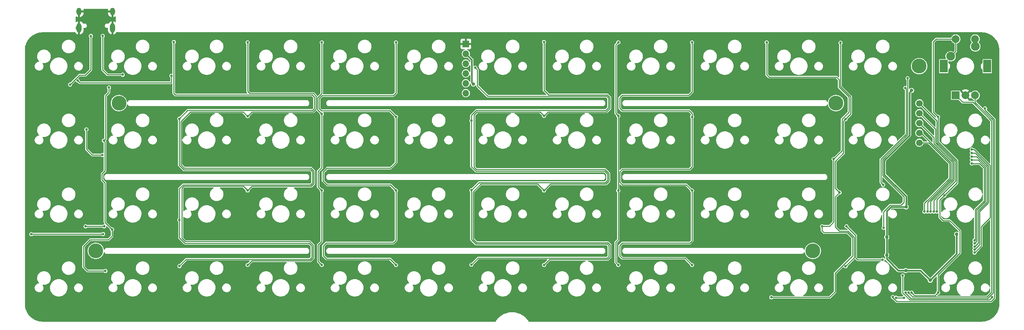
<source format=gtl>
G04 #@! TF.GenerationSoftware,KiCad,Pcbnew,(6.0.5-0)*
G04 #@! TF.CreationDate,2022-08-31T07:54:58-05:00*
G04 #@! TF.ProjectId,pcb,7063622e-6b69-4636-9164-5f7063625858,rev?*
G04 #@! TF.SameCoordinates,Original*
G04 #@! TF.FileFunction,Copper,L1,Top*
G04 #@! TF.FilePolarity,Positive*
%FSLAX46Y46*%
G04 Gerber Fmt 4.6, Leading zero omitted, Abs format (unit mm)*
G04 Created by KiCad (PCBNEW (6.0.5-0)) date 2022-08-31 07:54:58*
%MOMM*%
%LPD*%
G01*
G04 APERTURE LIST*
G04 #@! TA.AperFunction,ComponentPad*
%ADD10R,2.000000X2.000000*%
G04 #@! TD*
G04 #@! TA.AperFunction,ComponentPad*
%ADD11C,2.000000*%
G04 #@! TD*
G04 #@! TA.AperFunction,ComponentPad*
%ADD12R,2.000000X3.200000*%
G04 #@! TD*
G04 #@! TA.AperFunction,ComponentPad*
%ADD13C,3.800000*%
G04 #@! TD*
G04 #@! TA.AperFunction,ComponentPad*
%ADD14C,2.250000*%
G04 #@! TD*
G04 #@! TA.AperFunction,ComponentPad*
%ADD15O,1.700000X1.700000*%
G04 #@! TD*
G04 #@! TA.AperFunction,ComponentPad*
%ADD16R,1.700000X1.700000*%
G04 #@! TD*
G04 #@! TA.AperFunction,SMDPad,CuDef*
%ADD17O,1.300000X2.400000*%
G04 #@! TD*
G04 #@! TA.AperFunction,ComponentPad*
%ADD18O,1.300000X2.400000*%
G04 #@! TD*
G04 #@! TA.AperFunction,ComponentPad*
%ADD19O,1.300000X1.900000*%
G04 #@! TD*
G04 #@! TA.AperFunction,ComponentPad*
%ADD20C,1.700000*%
G04 #@! TD*
G04 #@! TA.AperFunction,ViaPad*
%ADD21C,0.650000*%
G04 #@! TD*
G04 #@! TA.AperFunction,ViaPad*
%ADD22C,0.900000*%
G04 #@! TD*
G04 #@! TA.AperFunction,Conductor*
%ADD23C,0.250000*%
G04 #@! TD*
G04 #@! TA.AperFunction,Conductor*
%ADD24C,0.400000*%
G04 #@! TD*
G04 APERTURE END LIST*
D10*
X317752725Y-60693950D03*
D11*
X322752725Y-60693950D03*
X320252725Y-60693950D03*
D12*
X314652725Y-53193950D03*
X325852725Y-53193950D03*
D11*
X322752725Y-46193950D03*
X317752725Y-46193950D03*
D13*
X308346661Y-53193950D03*
X286915393Y-62718958D03*
X280962271Y-100818990D03*
X96415233Y-100818990D03*
X102368363Y-62718958D03*
D14*
X316442725Y-50653950D03*
X322792725Y-48113950D03*
D15*
X191665313Y-60143950D03*
X191665313Y-49983950D03*
X191665313Y-55063950D03*
X191665313Y-57603950D03*
X191665313Y-52523950D03*
D16*
X191665313Y-47443950D03*
D17*
X92115217Y-43316450D03*
D18*
X100715217Y-43316450D03*
D19*
X100715217Y-39116450D03*
X92115217Y-39116450D03*
D18*
X92115217Y-43316450D03*
D20*
X308390225Y-67843950D03*
X308390225Y-70383950D03*
X308390225Y-72923950D03*
X308390225Y-65303950D03*
X308390225Y-62763950D03*
D21*
X115911125Y-55668950D03*
X91735725Y-56893950D03*
X98590225Y-94493950D03*
X93790225Y-94493950D03*
D22*
X299990225Y-97293950D03*
X193590225Y-57793950D03*
X306390225Y-59443950D03*
X317990225Y-96543950D03*
X304990225Y-89493950D03*
X299990225Y-101893950D03*
X304890225Y-105893950D03*
X311190225Y-108393950D03*
D21*
X305352525Y-56306250D03*
X299190225Y-94893950D03*
X93990225Y-69493950D03*
X325290225Y-64093950D03*
X301540225Y-112693950D03*
X98090225Y-76093950D03*
X289640225Y-94493950D03*
X304090225Y-107193950D03*
X327090225Y-112793950D03*
X298940225Y-103093950D03*
X98275725Y-96493950D03*
X79805225Y-96508950D03*
X100590225Y-95293950D03*
X99790225Y-58693950D03*
X98890225Y-105993950D03*
X98490225Y-72393950D03*
X117940225Y-104743950D03*
X117905225Y-66741650D03*
X117940225Y-92843950D03*
X116490625Y-46956250D03*
X135490625Y-47056250D03*
X135490625Y-85256250D03*
X135490625Y-104456250D03*
X135490625Y-66094350D03*
X154590625Y-104456250D03*
X154590625Y-47056250D03*
X154590625Y-85256250D03*
X154590625Y-65493550D03*
X173690625Y-66244350D03*
X173690625Y-85256250D03*
X173690625Y-104456250D03*
X173690625Y-47056250D03*
X322590225Y-98093950D03*
X193099994Y-67203719D03*
X193090225Y-85193950D03*
X194090225Y-53593950D03*
X321890225Y-78293950D03*
X193090225Y-104393950D03*
X211790625Y-104456250D03*
X211790625Y-85256250D03*
X211790625Y-65994350D03*
X211790625Y-46956250D03*
X321890225Y-77393950D03*
X322590225Y-98893950D03*
X230890625Y-85256250D03*
X230890625Y-47056250D03*
X322590225Y-99693950D03*
X230890625Y-65994350D03*
X230890625Y-104456250D03*
X321890225Y-76493950D03*
X321890225Y-75593950D03*
X249890625Y-104456250D03*
X249890625Y-47056250D03*
X249890625Y-85256250D03*
X249890625Y-66243550D03*
X322590225Y-100493950D03*
X321890225Y-74693950D03*
X286343215Y-77134930D03*
X269090625Y-47056250D03*
X283365225Y-94468950D03*
X322590225Y-101273453D03*
X270290225Y-112793950D03*
X289365225Y-66868950D03*
X289390225Y-104793950D03*
X287865225Y-85768950D03*
X288090625Y-47156250D03*
X304440225Y-112893950D03*
X302390225Y-112893950D03*
X103340225Y-55393950D03*
X98190225Y-45393950D03*
X95146515Y-45410167D03*
X89790225Y-57943950D03*
X299056184Y-83759929D03*
X304790225Y-58793950D03*
X313190225Y-66243950D03*
X314840225Y-86543950D03*
X306410725Y-111593950D03*
X313190225Y-111593950D03*
X293990225Y-100793950D03*
X305631222Y-111593950D03*
X304851719Y-111593950D03*
X309710722Y-90693950D03*
X310490225Y-90693950D03*
X311290225Y-90693950D03*
X312090225Y-90693950D03*
X312890225Y-90693950D03*
D23*
X92335725Y-57493950D02*
X91735725Y-56893950D01*
X115690225Y-57493950D02*
X92335725Y-57493950D01*
X115911125Y-57273050D02*
X115690225Y-57493950D01*
X115911125Y-55668950D02*
X115911125Y-57273050D01*
X98590225Y-94493950D02*
X93790225Y-94493950D01*
D24*
X317990225Y-101593950D02*
X311190225Y-108393950D01*
X299990225Y-90593950D02*
X299990225Y-97293950D01*
X304990225Y-89493950D02*
X304990225Y-86784910D01*
X193190225Y-57393950D02*
X193190225Y-51508862D01*
X299990225Y-97293950D02*
X299990225Y-101893950D01*
X299990225Y-101893950D02*
X299990225Y-102893950D01*
X305844745Y-71018940D02*
X299344745Y-77518940D01*
X301090225Y-89493950D02*
X299990225Y-90593950D01*
X304890225Y-105893950D02*
X308690225Y-105893950D01*
X193590225Y-57793950D02*
X193190225Y-57393950D01*
X299990225Y-102893950D02*
X302990225Y-105893950D01*
X301090225Y-89493950D02*
X304990225Y-89493950D01*
X305844745Y-59989430D02*
X305844745Y-71018940D01*
X308690225Y-105893950D02*
X311190225Y-108393950D01*
X317990225Y-96543950D02*
X317990225Y-101593950D01*
X304990225Y-86784910D02*
X299344745Y-81139430D01*
X193190225Y-51508862D02*
X191665313Y-49983950D01*
X299344745Y-77518940D02*
X299344745Y-81139430D01*
X306390225Y-59443950D02*
X305844745Y-59989430D01*
X302990225Y-105893950D02*
X304890225Y-105893950D01*
D23*
X300894745Y-89039430D02*
X299190225Y-90743950D01*
X305352525Y-56306250D02*
X305390225Y-56343950D01*
X305390225Y-56343950D02*
X305390225Y-70830672D01*
X298890225Y-77330672D02*
X298890225Y-81327698D01*
X304423351Y-88260824D02*
X303644745Y-89039430D01*
X305390225Y-70830672D02*
X298890225Y-77330672D01*
X298890225Y-81327698D02*
X304423351Y-86860824D01*
X303644745Y-89039430D02*
X300894745Y-89039430D01*
X299190225Y-90743950D02*
X299190225Y-94893950D01*
X304423351Y-86860824D02*
X304423351Y-88260824D01*
X325290225Y-64520506D02*
X327720866Y-66951147D01*
X98090225Y-76093950D02*
X95490225Y-76093950D01*
X325290225Y-64093950D02*
X325290225Y-64520506D01*
X327720866Y-66951147D02*
X327720866Y-112982862D01*
X326850738Y-113852990D02*
X302529712Y-113852990D01*
X93990225Y-74593950D02*
X93990225Y-69493950D01*
X301540225Y-112863503D02*
X301540225Y-112693950D01*
X327720866Y-112982862D02*
X326850738Y-113852990D01*
X95490225Y-76093950D02*
X93990225Y-74593950D01*
X302529712Y-113852990D02*
X301540225Y-112863503D01*
X291990225Y-96843950D02*
X291990225Y-102593950D01*
X304090225Y-111652009D02*
X304090225Y-107193950D01*
X327090225Y-112793950D02*
X326410705Y-113473470D01*
X292490225Y-103093950D02*
X298940225Y-103093950D01*
X291990225Y-102593950D02*
X292490225Y-103093950D01*
X326410705Y-113473470D02*
X305911686Y-113473470D01*
X305911686Y-113473470D02*
X304090225Y-111652009D01*
X289640225Y-94493950D02*
X291990225Y-96843950D01*
X79820225Y-96493950D02*
X79805225Y-96508950D01*
X98275725Y-96493950D02*
X79820225Y-96493950D01*
X94976523Y-97960764D02*
X99623411Y-97960764D01*
X98790225Y-83293950D02*
X98040225Y-82543950D01*
X100590225Y-95293950D02*
X98790225Y-93493950D01*
X94290225Y-105993950D02*
X93272145Y-104975870D01*
X98790225Y-72693950D02*
X98490225Y-72393950D01*
X98040225Y-80943950D02*
X98790225Y-80193950D01*
X93272145Y-99665142D02*
X94976523Y-97960764D01*
X98790225Y-93493950D02*
X98790225Y-83293950D01*
X99790225Y-58693950D02*
X99790225Y-59943950D01*
X98790225Y-80193950D02*
X98790225Y-72693950D01*
X98965225Y-60768950D02*
X98965225Y-71918950D01*
X98040225Y-80943950D02*
X98040225Y-82543950D01*
X98890225Y-105993950D02*
X94290225Y-105993950D01*
X98965225Y-71918950D02*
X98490225Y-72393950D01*
X93272145Y-104975870D02*
X93272145Y-99665142D01*
X99623411Y-97960764D02*
X100590225Y-96993950D01*
X100590225Y-96993950D02*
X100590225Y-95293950D01*
X99790225Y-59943950D02*
X98965225Y-60768950D01*
X119365225Y-98868950D02*
X151328503Y-98868950D01*
X119046864Y-79887311D02*
X151646864Y-79887311D01*
X117905225Y-78745672D02*
X119046864Y-79887311D01*
X118894745Y-83789430D02*
X117940225Y-84743950D01*
X152010705Y-99551152D02*
X152010705Y-102486748D01*
X152094745Y-60598470D02*
X116894745Y-60598470D01*
X117940225Y-84743950D02*
X117940225Y-92843950D01*
X152010705Y-102486748D02*
X151508023Y-102989430D01*
X152190225Y-80430672D02*
X152190225Y-83307228D01*
X151708023Y-83789430D02*
X118894745Y-83789430D01*
X119694745Y-102989430D02*
X117940225Y-104743950D01*
X116894745Y-60598470D02*
X116490625Y-60194350D01*
X151328503Y-98868950D02*
X152010705Y-99551152D01*
X120057445Y-64589430D02*
X152208023Y-64589430D01*
X117905225Y-66741650D02*
X120057445Y-64589430D01*
X116490625Y-60194350D02*
X116490625Y-46956250D01*
X152208023Y-64589430D02*
X152725843Y-64071610D01*
X152190225Y-83307228D02*
X151708023Y-83789430D01*
X152725843Y-61229568D02*
X152094745Y-60598470D01*
X151646864Y-79887311D02*
X152190225Y-80430672D01*
X117940225Y-97443950D02*
X119365225Y-98868950D01*
X152725843Y-64071610D02*
X152725843Y-61229568D01*
X117940225Y-92843950D02*
X117940225Y-97443950D01*
X117905225Y-66741650D02*
X117905225Y-78745672D01*
X151508023Y-102989430D02*
X119694745Y-102989430D01*
X135490625Y-47056250D02*
X135490625Y-59694350D01*
X118284745Y-67449430D02*
X118284745Y-78588470D01*
X118590225Y-84630672D02*
X118590225Y-97557228D01*
X135490625Y-85256250D02*
X134403325Y-84168950D01*
X134365225Y-64968950D02*
X120765225Y-64968950D01*
X135490625Y-66094350D02*
X134365225Y-64968950D01*
X120765225Y-64968950D02*
X118284745Y-67449430D01*
X119433586Y-98400589D02*
X151396864Y-98400589D01*
X119165225Y-79468950D02*
X151765225Y-79468950D01*
X118284745Y-78588470D02*
X119165225Y-79468950D01*
X152390225Y-102643950D02*
X151665225Y-103368950D01*
X152365225Y-64968950D02*
X136616025Y-64968950D01*
X135490625Y-59694350D02*
X136015225Y-60218950D01*
X151865225Y-84168950D02*
X136577925Y-84168950D01*
X153105363Y-64228812D02*
X152365225Y-64968950D01*
X151665225Y-103368950D02*
X136577925Y-103368950D01*
X152569745Y-80273470D02*
X152569745Y-83464430D01*
X136616025Y-64968950D02*
X135490625Y-66094350D01*
X119051947Y-84168950D02*
X118590225Y-84630672D01*
X152569745Y-83464430D02*
X151865225Y-84168950D01*
X136577925Y-103368950D02*
X135490625Y-104456250D01*
X151396864Y-98400589D02*
X152390225Y-99393950D01*
X136015225Y-60218950D02*
X152415225Y-60218950D01*
X152415225Y-60218950D02*
X153105363Y-60909088D01*
X134403325Y-84168950D02*
X119051947Y-84168950D01*
X136577925Y-84168950D02*
X135490625Y-85256250D01*
X152390225Y-99393950D02*
X152390225Y-102643950D01*
X153105363Y-60909088D02*
X153105363Y-64228812D01*
X118590225Y-97557228D02*
X119433586Y-98400589D01*
X151765225Y-79468950D02*
X152569745Y-80273470D01*
X153484883Y-64387808D02*
X153484883Y-61362570D01*
X154590625Y-60256828D02*
X154590625Y-47056250D01*
X153610705Y-84276330D02*
X153610705Y-80300026D01*
X153484883Y-61362570D02*
X154590625Y-60256828D01*
X154552525Y-104456250D02*
X154590625Y-104456250D01*
X153610705Y-80300026D02*
X154590625Y-79320106D01*
X154590625Y-79320106D02*
X154590625Y-65493550D01*
X154590625Y-65493550D02*
X153484883Y-64387808D01*
X154590625Y-85256250D02*
X153610705Y-84276330D01*
X153665225Y-103568950D02*
X154552525Y-104456250D01*
X153665225Y-99268950D02*
X153665225Y-103568950D01*
X154590625Y-85256250D02*
X154590625Y-98343550D01*
X154590625Y-98343550D02*
X153665225Y-99268950D01*
X154910705Y-82751152D02*
X155953503Y-83793950D01*
X153864403Y-61519772D02*
X154640225Y-60743950D01*
X155953503Y-83793950D02*
X172228325Y-83793950D01*
X173690625Y-85256250D02*
X173690625Y-98093550D01*
X173690625Y-66244350D02*
X173690625Y-78093550D01*
X173690625Y-66244350D02*
X172090225Y-64643950D01*
X173690625Y-60093550D02*
X173690625Y-47056250D01*
X172134275Y-102899900D02*
X173690625Y-104456250D01*
X155740225Y-98793950D02*
X154965225Y-99568950D01*
X154640225Y-60743950D02*
X173040225Y-60743950D01*
X173690625Y-78093550D02*
X172290225Y-79493950D01*
X173690625Y-98093550D02*
X172990225Y-98793950D01*
X172228325Y-83793950D02*
X173690625Y-85256250D01*
X154965225Y-102068950D02*
X155796175Y-102899900D01*
X172290225Y-79493950D02*
X155953503Y-79493950D01*
X153864403Y-64068128D02*
X153864403Y-61519772D01*
X173040225Y-60743950D02*
X173690625Y-60093550D01*
X155796175Y-102899900D02*
X172134275Y-102899900D01*
X172090225Y-64643950D02*
X172065225Y-64668950D01*
X172065225Y-64668950D02*
X154465225Y-64668950D01*
X154965225Y-99568950D02*
X154965225Y-102068950D01*
X172990225Y-98793950D02*
X155740225Y-98793950D01*
X155953503Y-79493950D02*
X154910705Y-80536748D01*
X154465225Y-64668950D02*
X153864403Y-64068128D01*
X154910705Y-80536748D02*
X154910705Y-82751152D01*
X228490225Y-102207228D02*
X228051673Y-102645780D01*
X194276384Y-99080109D02*
X228039662Y-99080109D01*
X194385705Y-64589430D02*
X227708023Y-64589430D01*
X228365225Y-61405672D02*
X227908023Y-60948470D01*
X194265225Y-80268950D02*
X227365225Y-80268950D01*
X197300081Y-60948470D02*
X194642893Y-58291282D01*
X193090225Y-97893950D02*
X194276384Y-99080109D01*
X228110705Y-81014430D02*
X227365225Y-80268950D01*
X227708023Y-64589430D02*
X228365225Y-63932228D01*
X193099994Y-67203719D02*
X193099994Y-65875141D01*
X193099994Y-65875141D02*
X194385705Y-64589430D01*
X194642893Y-58291282D02*
X194642893Y-54146618D01*
X323890225Y-78293950D02*
X325064226Y-79467951D01*
X228365225Y-63932228D02*
X228365225Y-61405672D01*
X193090225Y-85193950D02*
X193090225Y-97893950D01*
X228051673Y-102645780D02*
X194838395Y-102645780D01*
X321890225Y-78293950D02*
X323890225Y-78293950D01*
X194838395Y-102645780D02*
X193090225Y-104393950D01*
X193099994Y-67203719D02*
X193099994Y-79103719D01*
X227908023Y-60948470D02*
X197300081Y-60948470D01*
X322790225Y-90193950D02*
X322790225Y-97893950D01*
X228490225Y-99530672D02*
X228490225Y-102207228D01*
X193099994Y-79103719D02*
X194265225Y-80268950D01*
X195090225Y-83193950D02*
X193090225Y-85193950D01*
X228110705Y-82623470D02*
X227540225Y-83193950D01*
X325064226Y-79467951D02*
X325064226Y-87919949D01*
X227540225Y-83193950D02*
X195090225Y-83193950D01*
X322790225Y-97893950D02*
X322590225Y-98093950D01*
X194642893Y-54146618D02*
X194090225Y-53593950D01*
X228110705Y-81014430D02*
X228110705Y-82623470D01*
X325064226Y-87919949D02*
X322790225Y-90193950D01*
X228039662Y-99080109D02*
X228490225Y-99530672D01*
X213221575Y-103025300D02*
X211790625Y-104456250D01*
X228869745Y-102364430D02*
X228208875Y-103025300D01*
X193790225Y-65743950D02*
X193790225Y-79257228D01*
X210107845Y-83573470D02*
X195560705Y-83573470D01*
X228208875Y-103025300D02*
X213221575Y-103025300D01*
X210765225Y-64968950D02*
X194565225Y-64968950D01*
X228490225Y-82793950D02*
X227710705Y-83573470D01*
X227865225Y-64968950D02*
X212816025Y-64968950D01*
X323169745Y-90351152D02*
X323169745Y-98333983D01*
X325443746Y-79310749D02*
X325443746Y-88077151D01*
X193790225Y-79257228D02*
X194383586Y-79850589D01*
X228765225Y-63608298D02*
X228765225Y-64068950D01*
X228765225Y-64068950D02*
X227865225Y-64968950D01*
X321890225Y-77393950D02*
X323526947Y-77393950D01*
X195560705Y-83573470D02*
X193469745Y-85664430D01*
X325443746Y-88077151D02*
X323169745Y-90351152D01*
X322609778Y-98893950D02*
X322590225Y-98893950D01*
X323526947Y-77393950D02*
X325443746Y-79310749D01*
X193469745Y-85664430D02*
X193469745Y-97736748D01*
X193469745Y-97736748D02*
X194433586Y-98700589D01*
X212965225Y-60568950D02*
X228065225Y-60568950D01*
X213473405Y-83573470D02*
X211790625Y-85256250D01*
X228065225Y-60568950D02*
X228769745Y-61273470D01*
X211790625Y-46956250D02*
X211790625Y-59394350D01*
X194565225Y-64968950D02*
X193790225Y-65743950D01*
X212816025Y-64968950D02*
X211790625Y-65994350D01*
X227483586Y-79850589D02*
X228490225Y-80857228D01*
X228196864Y-98700589D02*
X228869745Y-99373470D01*
X211790625Y-85256250D02*
X210107845Y-83573470D01*
X194383586Y-79850589D02*
X227483586Y-79850589D01*
X228490225Y-80857228D02*
X228490225Y-82793950D01*
X323169745Y-98333983D02*
X322609778Y-98893950D01*
X227710705Y-83573470D02*
X213473405Y-83573470D01*
X228769745Y-61273470D02*
X228769745Y-63603778D01*
X194433586Y-98700589D02*
X228196864Y-98700589D01*
X228769745Y-63603778D02*
X228765225Y-63608298D01*
X228869745Y-99373470D02*
X228869745Y-102364430D01*
X211790625Y-65994350D02*
X210765225Y-64968950D01*
X211790625Y-59394350D02*
X212965225Y-60568950D01*
X230890625Y-97943550D02*
X230265225Y-98568950D01*
X321890225Y-76493950D02*
X323163669Y-76493950D01*
X325823266Y-79153547D02*
X325823266Y-88234353D01*
X230265225Y-98568950D02*
X230265225Y-103830850D01*
X230265225Y-65368950D02*
X230265225Y-47681650D01*
X323163669Y-76493950D02*
X325823266Y-79153547D01*
X230890625Y-85256250D02*
X230890625Y-65994350D01*
X323549265Y-98754463D02*
X322609778Y-99693950D01*
X325823266Y-88234353D02*
X323549265Y-90508354D01*
X230265225Y-103830850D02*
X230890625Y-104456250D01*
X323549265Y-90508354D02*
X323549265Y-98754463D01*
X230890625Y-65994350D02*
X230265225Y-65368950D01*
X322609778Y-99693950D02*
X322590225Y-99693950D01*
X230265225Y-47681650D02*
X230890625Y-47056250D01*
X230890625Y-85256250D02*
X230890625Y-97943550D01*
X249890625Y-104456250D02*
X249852525Y-104456250D01*
X231270145Y-102073870D02*
X231270145Y-99464030D01*
X248403325Y-83768950D02*
X249890625Y-85256250D01*
X249890625Y-98243550D02*
X249890625Y-85256250D01*
X326202786Y-78996345D02*
X326202786Y-79293950D01*
X249265225Y-79768950D02*
X231965225Y-79768950D01*
X249890625Y-59843550D02*
X249065225Y-60668950D01*
X231270145Y-61364030D02*
X231270145Y-63973870D01*
X326202786Y-79293950D02*
X326202786Y-88381389D01*
X231915225Y-102718950D02*
X231270145Y-102073870D01*
X321890225Y-75593950D02*
X322800391Y-75593950D01*
X249890625Y-66243550D02*
X249890625Y-79143550D01*
X249065225Y-60668950D02*
X231965225Y-60668950D01*
X249365225Y-98768950D02*
X249890625Y-98243550D01*
X231965225Y-64668950D02*
X249165225Y-64668950D01*
X231270145Y-63973870D02*
X231965225Y-64668950D01*
X231270145Y-80464030D02*
X231270145Y-83073870D01*
X322609778Y-100493950D02*
X322590225Y-100493950D01*
X231965225Y-60668950D02*
X231270145Y-61364030D01*
X249890625Y-65394350D02*
X249890625Y-66243550D01*
X249890625Y-47056250D02*
X249890625Y-59843550D01*
X249852525Y-104456250D02*
X248115225Y-102718950D01*
X231965225Y-79768950D02*
X231270145Y-80464030D01*
X248115225Y-102718950D02*
X231915225Y-102718950D01*
X323928785Y-90665556D02*
X323928785Y-99174943D01*
X322800391Y-75593950D02*
X326128785Y-78922344D01*
X249165225Y-64668950D02*
X249890625Y-65394350D01*
X326128785Y-78922344D02*
X326202786Y-78996345D01*
X249890625Y-79143550D02*
X249265225Y-79768950D01*
X231965225Y-83768950D02*
X248403325Y-83768950D01*
X231965225Y-98768950D02*
X249365225Y-98768950D01*
X231270145Y-83073870D02*
X231965225Y-83768950D01*
X231270145Y-99464030D02*
X231965225Y-98768950D01*
X323928785Y-99174943D02*
X322609778Y-100493950D01*
X326128785Y-88465556D02*
X323928785Y-90665556D01*
X326202786Y-88381389D02*
X326190225Y-88393950D01*
X324308305Y-94575870D02*
X324308305Y-99595424D01*
X287089825Y-55993550D02*
X269689825Y-55993550D01*
X286343215Y-93390960D02*
X285265225Y-94468950D01*
X283840225Y-96093950D02*
X289853503Y-96093950D01*
X287711105Y-58551552D02*
X287711105Y-56614830D01*
X326582306Y-78839143D02*
X326582306Y-92301869D01*
X285265225Y-94468950D02*
X283365225Y-94468950D01*
X286690225Y-106593950D02*
X286690225Y-111393950D01*
X324308305Y-99595424D02*
X322630275Y-101273453D01*
X322630275Y-101273453D02*
X322590225Y-101273453D01*
X269689825Y-55993550D02*
X269090625Y-55394350D01*
X286343215Y-77134930D02*
X288490225Y-74987920D01*
X283365225Y-94468950D02*
X283365225Y-95618950D01*
X291231185Y-102052990D02*
X286690225Y-106593950D01*
X287711105Y-56614830D02*
X287089825Y-55993550D01*
X285290225Y-112793950D02*
X270290225Y-112793950D01*
X290310705Y-65023470D02*
X290310705Y-61950352D01*
X291231185Y-97471632D02*
X291231185Y-102052990D01*
X286343215Y-77134930D02*
X286343215Y-93390960D01*
X322437113Y-74693950D02*
X326582306Y-78839143D01*
X269090625Y-55394350D02*
X269090625Y-47056250D01*
X288490225Y-66843950D02*
X290310705Y-65023470D01*
X290297264Y-61137711D02*
X287711105Y-58551552D01*
X290297264Y-61936911D02*
X290297264Y-61137711D01*
X289853503Y-96093950D02*
X291231185Y-97471632D01*
X288490225Y-74987920D02*
X288490225Y-66843950D01*
X283365225Y-95618950D02*
X283840225Y-96093950D01*
X290310705Y-61950352D02*
X290297264Y-61936911D01*
X286690225Y-111393950D02*
X285290225Y-112793950D01*
X326582306Y-92301869D02*
X324308305Y-94575870D01*
X321890225Y-74693950D02*
X322437113Y-74693950D01*
X290690225Y-65493950D02*
X290690225Y-65548450D01*
X291610705Y-102573470D02*
X291610705Y-97314430D01*
X288869745Y-67364430D02*
X288869745Y-75621940D01*
X290690225Y-65543950D02*
X290690225Y-65493950D01*
X286722735Y-94626460D02*
X286722735Y-86911440D01*
X288869745Y-75621940D02*
X286722735Y-77768950D01*
X290010705Y-95714430D02*
X287810705Y-95714430D01*
X290690225Y-60993950D02*
X288090625Y-58394350D01*
X304440225Y-112893950D02*
X302390225Y-112893950D01*
X289365225Y-66868950D02*
X290690225Y-65543950D01*
X286722735Y-86911440D02*
X287865225Y-85768950D01*
X286722735Y-77768950D02*
X286722735Y-84626460D01*
X286722735Y-84626460D02*
X287865225Y-85768950D01*
X291610705Y-97314430D02*
X290010705Y-95714430D01*
X289365225Y-66868950D02*
X288869745Y-67364430D01*
X287810705Y-95714430D02*
X286722735Y-94626460D01*
X289390225Y-104793950D02*
X291610705Y-102573470D01*
X290690225Y-65493950D02*
X290690225Y-60993950D01*
X288090625Y-58394350D02*
X288090625Y-47156250D01*
X98190225Y-45393950D02*
X98190225Y-54143950D01*
X99440225Y-55393950D02*
X103340225Y-55393950D01*
X98190225Y-54143950D02*
X99440225Y-55393950D01*
X92215225Y-55518950D02*
X89790225Y-57943950D01*
X95146515Y-54087660D02*
X93715225Y-55518950D01*
X93715225Y-55518950D02*
X92215225Y-55518950D01*
X95146515Y-45410167D02*
X95146515Y-54087660D01*
X305010705Y-59014430D02*
X304790225Y-58793950D01*
X299290225Y-76393950D02*
X298510705Y-77173470D01*
X299290225Y-76393950D02*
X305010705Y-70673470D01*
X298510705Y-77173470D02*
X298510705Y-83214450D01*
X305010705Y-70673470D02*
X305010705Y-59014430D01*
X298510705Y-83214450D02*
X299056184Y-83759929D01*
X313190225Y-111593950D02*
X313190225Y-107036738D01*
X313269745Y-66323470D02*
X313190225Y-66243950D01*
X318790225Y-101436738D02*
X318790225Y-100693950D01*
X311940225Y-46959775D02*
X312706050Y-46193950D01*
X317752725Y-49343950D02*
X316442725Y-50653950D01*
X318790225Y-95593950D02*
X316190225Y-92993950D01*
X318087825Y-77507940D02*
X313269745Y-72689860D01*
X317752725Y-46193950D02*
X317752725Y-49343950D01*
X314840225Y-86543950D02*
X318087825Y-83296350D01*
X312451044Y-112333131D02*
X313190225Y-111593950D01*
X313669728Y-92173453D02*
X313669728Y-87714447D01*
X318087825Y-83296350D02*
X318087825Y-77507940D01*
X313190225Y-107036738D02*
X318790225Y-101436738D01*
X313269745Y-72689860D02*
X313269745Y-66323470D01*
X314490225Y-92993950D02*
X313669728Y-92173453D01*
X313669728Y-87714447D02*
X314840225Y-86543950D01*
X307149906Y-112333131D02*
X312451044Y-112333131D01*
X317752725Y-46193950D02*
X312706050Y-46193950D01*
X313190225Y-66243950D02*
X311940225Y-64993950D01*
X311940225Y-64993950D02*
X311940225Y-46959775D01*
X318790225Y-100693950D02*
X318790225Y-95593950D01*
X316190225Y-92993950D02*
X314490225Y-92993950D01*
X306410725Y-111593950D02*
X307149906Y-112333131D01*
X317752725Y-60693950D02*
X319552725Y-62493950D01*
X305631222Y-111634000D02*
X305631222Y-111593950D01*
X319552725Y-62493950D02*
X322190225Y-62493950D01*
X326961826Y-67265551D02*
X326961826Y-111522349D01*
X325771524Y-112712651D02*
X306709873Y-112712651D01*
X306709873Y-112712651D02*
X305631222Y-111634000D01*
X326961826Y-111522349D02*
X325771524Y-112712651D01*
X322190225Y-62493950D02*
X326961826Y-67265551D01*
X327341346Y-111679551D02*
X325926947Y-113093950D01*
X327341346Y-67108349D02*
X327341346Y-111679551D01*
X325926947Y-113093950D02*
X306190225Y-113093950D01*
X306190225Y-113093950D02*
X304851719Y-111755444D01*
X304851719Y-111755444D02*
X304851719Y-111593950D01*
X322752725Y-62519728D02*
X327341346Y-67108349D01*
X322752725Y-60693950D02*
X322752725Y-62519728D01*
X316190225Y-78293950D02*
X310820225Y-72923950D01*
X309710722Y-88563287D02*
X316190225Y-82083784D01*
X309710722Y-90693950D02*
X309710722Y-88563287D01*
X310820225Y-72923950D02*
X308390225Y-72923950D01*
X316190225Y-82083784D02*
X316190225Y-78293950D01*
X316569745Y-78136748D02*
X308816947Y-70383950D01*
X316569745Y-82240986D02*
X316569745Y-78136748D01*
X308816947Y-70383950D02*
X308390225Y-70383950D01*
X310490225Y-90693950D02*
X310490225Y-88320506D01*
X310490225Y-88320506D02*
X316569745Y-82240986D01*
X316949265Y-77979546D02*
X312131185Y-73161466D01*
X311290225Y-90693950D02*
X311290225Y-88057228D01*
X312131185Y-71584910D02*
X308390225Y-67843950D01*
X311290225Y-88057228D02*
X316949265Y-82398188D01*
X316949265Y-82398188D02*
X316949265Y-77979546D01*
X312131185Y-73161466D02*
X312131185Y-71584910D01*
X312510705Y-73004264D02*
X312510705Y-69424430D01*
X317328785Y-77822344D02*
X312510705Y-73004264D01*
X312510705Y-69424430D02*
X308390225Y-65303950D01*
X312090225Y-87793950D02*
X317328785Y-82555390D01*
X312090225Y-90693950D02*
X312090225Y-87793950D01*
X317328785Y-82555390D02*
X317328785Y-77822344D01*
X312890225Y-87593950D02*
X312890225Y-90693950D01*
X317708305Y-82775870D02*
X312890225Y-87593950D01*
X312890225Y-72847062D02*
X317708305Y-77665142D01*
X312890225Y-67263950D02*
X312890225Y-72847062D01*
X317708305Y-77665142D02*
X317708305Y-82775870D01*
X308390225Y-62763950D02*
X312890225Y-67263950D01*
G04 #@! TA.AperFunction,Conductor*
G36*
X94810024Y-38388232D02*
G01*
X96489513Y-38396084D01*
X99494815Y-38410135D01*
X99552917Y-38429314D01*
X99588649Y-38478982D01*
X99588899Y-38538493D01*
X99579015Y-38570322D01*
X99577135Y-38579168D01*
X99557559Y-38744574D01*
X99557217Y-38750370D01*
X99557217Y-38846770D01*
X99561339Y-38859455D01*
X99565460Y-38862450D01*
X100870217Y-38862450D01*
X100928408Y-38881357D01*
X100964372Y-38930857D01*
X100969217Y-38961450D01*
X100969217Y-40532179D01*
X100973339Y-40544864D01*
X100973943Y-40545303D01*
X100981091Y-40545819D01*
X101011741Y-40540552D01*
X101020468Y-40538214D01*
X101211626Y-40467692D01*
X101219788Y-40463799D01*
X101394881Y-40359629D01*
X101402200Y-40354312D01*
X101408274Y-40348985D01*
X101464491Y-40324832D01*
X101524167Y-40338335D01*
X101564510Y-40384337D01*
X101572550Y-40423417D01*
X101572550Y-41758531D01*
X101553643Y-41816722D01*
X101504143Y-41852686D01*
X101442957Y-41852686D01*
X101420722Y-41842258D01*
X101247027Y-41732665D01*
X101238974Y-41728562D01*
X101049728Y-41653061D01*
X101041070Y-41650496D01*
X100984596Y-41639262D01*
X100971351Y-41640830D01*
X100971316Y-41640862D01*
X100969217Y-41648906D01*
X100969217Y-44982179D01*
X100973339Y-44994864D01*
X100973943Y-44995303D01*
X100981091Y-44995819D01*
X101011741Y-44990552D01*
X101020468Y-44988214D01*
X101211626Y-44917692D01*
X101219788Y-44913799D01*
X101394881Y-44809629D01*
X101402206Y-44804308D01*
X101555385Y-44669974D01*
X101561611Y-44663413D01*
X101687746Y-44503411D01*
X101692671Y-44495828D01*
X101765450Y-44357498D01*
X101809277Y-44314804D01*
X101869830Y-44306024D01*
X101915870Y-44327067D01*
X101920324Y-44330722D01*
X101924112Y-44333831D01*
X101997544Y-44373088D01*
X102058059Y-44405439D01*
X102058063Y-44405441D01*
X102062351Y-44407733D01*
X102212352Y-44453246D01*
X102350923Y-44466902D01*
X102360253Y-44468437D01*
X102362165Y-44468657D01*
X102367632Y-44469925D01*
X102368350Y-44469926D01*
X102374880Y-44468437D01*
X102380095Y-44467248D01*
X102402105Y-44464770D01*
X212942702Y-44464763D01*
X324386094Y-44464755D01*
X324408280Y-44467273D01*
X324419752Y-44469911D01*
X324430625Y-44467451D01*
X324437560Y-44467463D01*
X324452150Y-44466154D01*
X324556108Y-44470693D01*
X324813403Y-44481928D01*
X324822006Y-44482681D01*
X325208013Y-44533500D01*
X325216519Y-44535000D01*
X325596625Y-44619268D01*
X325604966Y-44621503D01*
X325976296Y-44738583D01*
X325984398Y-44741531D01*
X326253085Y-44852825D01*
X326344110Y-44890529D01*
X326351937Y-44894179D01*
X326411653Y-44925265D01*
X326697289Y-45073957D01*
X326704749Y-45078263D01*
X327033147Y-45287476D01*
X327040199Y-45292414D01*
X327349094Y-45529436D01*
X327355694Y-45534975D01*
X327491009Y-45658967D01*
X327642756Y-45798017D01*
X327648863Y-45804124D01*
X327720094Y-45881858D01*
X327907377Y-46086240D01*
X327911895Y-46091171D01*
X327917446Y-46097785D01*
X328154481Y-46406692D01*
X328159407Y-46413727D01*
X328368619Y-46742121D01*
X328372930Y-46749589D01*
X328552709Y-47094939D01*
X328556359Y-47102766D01*
X328622695Y-47262911D01*
X328704124Y-47459493D01*
X328705355Y-47462466D01*
X328708307Y-47470576D01*
X328781957Y-47704158D01*
X328825391Y-47841909D01*
X328827625Y-47850248D01*
X328909035Y-48217451D01*
X328911895Y-48230353D01*
X328913395Y-48238858D01*
X328964217Y-48624867D01*
X328964970Y-48633471D01*
X328980718Y-48994092D01*
X328979471Y-49007727D01*
X328979458Y-49015539D01*
X328976960Y-49026402D01*
X328979421Y-49037277D01*
X328979674Y-49038395D01*
X328982116Y-49060246D01*
X328982116Y-114477172D01*
X328979598Y-114499358D01*
X328976960Y-114510830D01*
X328979420Y-114521703D01*
X328979408Y-114528637D01*
X328980717Y-114543228D01*
X328964945Y-114904480D01*
X328964192Y-114913084D01*
X328940540Y-115092747D01*
X328913373Y-115299103D01*
X328911877Y-115307589D01*
X328897192Y-115373828D01*
X328827609Y-115687700D01*
X328825374Y-115696043D01*
X328708294Y-116067373D01*
X328705340Y-116075488D01*
X328556350Y-116435185D01*
X328552700Y-116443013D01*
X328372923Y-116788365D01*
X328368612Y-116795833D01*
X328159409Y-117124217D01*
X328154459Y-117131286D01*
X327917447Y-117440168D01*
X327911903Y-117446775D01*
X327759615Y-117612970D01*
X327648860Y-117733838D01*
X327642753Y-117739945D01*
X327355701Y-118002981D01*
X327349089Y-118008530D01*
X327040197Y-118245551D01*
X327033135Y-118250496D01*
X326704749Y-118459703D01*
X326697293Y-118464007D01*
X326664449Y-118481105D01*
X326351937Y-118643789D01*
X326344110Y-118647439D01*
X325984405Y-118796435D01*
X325976289Y-118799389D01*
X325604967Y-118916467D01*
X325596625Y-118918702D01*
X325216519Y-119002971D01*
X325208013Y-119004471D01*
X324822006Y-119055290D01*
X324813403Y-119056043D01*
X324452754Y-119071790D01*
X324439184Y-119070549D01*
X324431335Y-119070535D01*
X324420470Y-119068037D01*
X324409599Y-119070497D01*
X324409597Y-119070497D01*
X324408472Y-119070752D01*
X324386622Y-119073193D01*
X207909219Y-119073193D01*
X207851028Y-119054286D01*
X207825405Y-119026882D01*
X207693762Y-118817474D01*
X207692642Y-118815692D01*
X207439476Y-118479430D01*
X207438079Y-118477867D01*
X207160343Y-118167191D01*
X207160338Y-118167186D01*
X207158948Y-118165631D01*
X206853042Y-117876515D01*
X206790971Y-117827030D01*
X206525555Y-117615429D01*
X206525551Y-117615426D01*
X206523924Y-117614129D01*
X206522201Y-117612978D01*
X206522190Y-117612970D01*
X206175665Y-117381492D01*
X206175654Y-117381485D01*
X206173920Y-117380327D01*
X205805507Y-117176764D01*
X205421292Y-117004879D01*
X205023991Y-116865890D01*
X204616416Y-116760778D01*
X204614362Y-116760429D01*
X204203501Y-116690635D01*
X204203492Y-116690634D01*
X204201450Y-116690287D01*
X204199378Y-116690112D01*
X204199376Y-116690112D01*
X204090855Y-116680961D01*
X203782028Y-116654917D01*
X203361118Y-116654917D01*
X203052291Y-116680961D01*
X202943770Y-116690112D01*
X202943768Y-116690112D01*
X202941696Y-116690287D01*
X202939654Y-116690634D01*
X202939645Y-116690635D01*
X202528784Y-116760429D01*
X202526730Y-116760778D01*
X202119155Y-116865890D01*
X201721854Y-117004879D01*
X201337639Y-117176764D01*
X200969226Y-117380327D01*
X200967492Y-117381485D01*
X200967481Y-117381492D01*
X200620956Y-117612970D01*
X200620945Y-117612978D01*
X200619222Y-117614129D01*
X200617595Y-117615426D01*
X200617591Y-117615429D01*
X200352175Y-117827030D01*
X200290104Y-117876515D01*
X199984198Y-118165631D01*
X199982808Y-118167186D01*
X199982803Y-118167191D01*
X199705067Y-118477867D01*
X199703670Y-118479430D01*
X199450504Y-118815692D01*
X199317741Y-119026884D01*
X199270766Y-119066084D01*
X199233928Y-119073193D01*
X82757049Y-119073193D01*
X82734866Y-119070675D01*
X82723392Y-119068037D01*
X82712519Y-119070497D01*
X82705585Y-119070485D01*
X82690994Y-119071794D01*
X82329739Y-119056024D01*
X82321136Y-119055271D01*
X82089905Y-119024830D01*
X81935125Y-119004454D01*
X81926627Y-119002956D01*
X81546515Y-118918689D01*
X81538174Y-118916454D01*
X81166842Y-118799376D01*
X81158741Y-118796428D01*
X80799033Y-118647433D01*
X80791206Y-118643783D01*
X80475481Y-118479430D01*
X80445850Y-118464005D01*
X80438395Y-118459702D01*
X80109997Y-118250491D01*
X80102931Y-118245543D01*
X79814102Y-118023918D01*
X79794042Y-118008526D01*
X79787442Y-118002987D01*
X79500379Y-117739944D01*
X79494272Y-117733837D01*
X79231235Y-117446784D01*
X79225683Y-117440168D01*
X78988665Y-117131280D01*
X78983719Y-117124217D01*
X78940183Y-117055880D01*
X78774513Y-116795831D01*
X78770207Y-116788371D01*
X78590425Y-116443013D01*
X78586778Y-116435192D01*
X78493607Y-116210258D01*
X78437780Y-116075480D01*
X78434829Y-116067371D01*
X78349562Y-115796937D01*
X78317750Y-115696042D01*
X78315515Y-115687701D01*
X78245932Y-115373830D01*
X78231247Y-115307590D01*
X78229749Y-115299095D01*
X78178931Y-114913085D01*
X78178178Y-114904481D01*
X78162433Y-114543832D01*
X78163674Y-114530259D01*
X78163688Y-114522413D01*
X78166186Y-114511548D01*
X78163471Y-114499548D01*
X78161030Y-114477701D01*
X78161030Y-110288719D01*
X80680955Y-110288719D01*
X80690884Y-110503256D01*
X80703609Y-110556056D01*
X80736267Y-110691562D01*
X80741203Y-110712044D01*
X80830094Y-110907550D01*
X80954351Y-111082720D01*
X81109490Y-111231234D01*
X81289914Y-111347732D01*
X81294275Y-111349490D01*
X81294276Y-111349490D01*
X81484749Y-111426253D01*
X81484752Y-111426254D01*
X81489112Y-111428011D01*
X81493725Y-111428912D01*
X81493729Y-111428913D01*
X81696401Y-111468492D01*
X81696408Y-111468493D01*
X81699896Y-111469174D01*
X81705539Y-111469450D01*
X81863889Y-111469450D01*
X81961924Y-111460097D01*
X82019327Y-111454620D01*
X82019330Y-111454620D01*
X82024020Y-111454172D01*
X82230101Y-111393715D01*
X82421032Y-111295379D01*
X82577721Y-111172298D01*
X82586220Y-111165622D01*
X82586221Y-111165621D01*
X82589923Y-111162713D01*
X82593008Y-111159158D01*
X82593011Y-111159155D01*
X82727591Y-111004064D01*
X82727592Y-111004063D01*
X82730680Y-111000504D01*
X82741149Y-110982409D01*
X82835868Y-110818681D01*
X82838226Y-110814605D01*
X82908678Y-110611724D01*
X82939495Y-110399181D01*
X82939119Y-110391058D01*
X84641295Y-110391058D01*
X84667281Y-110688080D01*
X84673659Y-110716613D01*
X84717198Y-110911393D01*
X84732322Y-110979055D01*
X84835275Y-111258873D01*
X84875376Y-111334931D01*
X84972803Y-111519719D01*
X84972807Y-111519726D01*
X84974331Y-111522616D01*
X85147047Y-111765651D01*
X85350389Y-111983709D01*
X85352925Y-111985792D01*
X85352926Y-111985793D01*
X85578245Y-112170873D01*
X85578250Y-112170877D01*
X85580784Y-112172958D01*
X85687101Y-112238877D01*
X85760503Y-112284388D01*
X85834185Y-112330073D01*
X85837182Y-112331420D01*
X85837186Y-112331422D01*
X85989875Y-112400043D01*
X86106139Y-112452294D01*
X86391869Y-112537473D01*
X86395110Y-112537986D01*
X86395113Y-112537987D01*
X86468076Y-112549543D01*
X86686354Y-112584115D01*
X86757114Y-112587328D01*
X86778509Y-112588300D01*
X86778515Y-112588300D01*
X86779613Y-112588350D01*
X86965850Y-112588350D01*
X87187726Y-112573613D01*
X87379566Y-112534931D01*
X87476772Y-112515331D01*
X87476777Y-112515330D01*
X87479999Y-112514680D01*
X87614261Y-112468450D01*
X87758799Y-112418682D01*
X87758805Y-112418679D01*
X87761911Y-112417610D01*
X87810927Y-112393065D01*
X87894797Y-112351066D01*
X88028509Y-112284108D01*
X88275108Y-112116520D01*
X88289736Y-112103441D01*
X88494926Y-111919980D01*
X88494929Y-111919976D01*
X88497376Y-111917789D01*
X88543380Y-111864116D01*
X88652222Y-111737127D01*
X88691409Y-111691407D01*
X88853796Y-111441353D01*
X88858654Y-111431124D01*
X88980279Y-111174981D01*
X88981686Y-111172018D01*
X89072831Y-110888135D01*
X89123402Y-110607067D01*
X89125046Y-110597932D01*
X89125046Y-110597930D01*
X89125629Y-110594691D01*
X89139155Y-110296842D01*
X89138444Y-110288719D01*
X90840955Y-110288719D01*
X90850884Y-110503256D01*
X90863609Y-110556056D01*
X90896267Y-110691562D01*
X90901203Y-110712044D01*
X90990094Y-110907550D01*
X91114351Y-111082720D01*
X91269490Y-111231234D01*
X91449914Y-111347732D01*
X91454275Y-111349490D01*
X91454276Y-111349490D01*
X91644749Y-111426253D01*
X91644752Y-111426254D01*
X91649112Y-111428011D01*
X91653725Y-111428912D01*
X91653729Y-111428913D01*
X91856401Y-111468492D01*
X91856408Y-111468493D01*
X91859896Y-111469174D01*
X91865539Y-111469450D01*
X92023889Y-111469450D01*
X92121924Y-111460097D01*
X92179327Y-111454620D01*
X92179330Y-111454620D01*
X92184020Y-111454172D01*
X92390101Y-111393715D01*
X92581032Y-111295379D01*
X92737721Y-111172298D01*
X92746220Y-111165622D01*
X92746221Y-111165621D01*
X92749923Y-111162713D01*
X92753008Y-111159158D01*
X92753011Y-111159155D01*
X92887591Y-111004064D01*
X92887592Y-111004063D01*
X92890680Y-111000504D01*
X92901149Y-110982409D01*
X92995868Y-110818681D01*
X92998226Y-110814605D01*
X93068678Y-110611724D01*
X93099495Y-110399181D01*
X93094383Y-110288719D01*
X99730955Y-110288719D01*
X99740884Y-110503256D01*
X99753609Y-110556056D01*
X99786267Y-110691562D01*
X99791203Y-110712044D01*
X99880094Y-110907550D01*
X100004351Y-111082720D01*
X100159490Y-111231234D01*
X100339914Y-111347732D01*
X100344275Y-111349490D01*
X100344276Y-111349490D01*
X100534749Y-111426253D01*
X100534752Y-111426254D01*
X100539112Y-111428011D01*
X100543725Y-111428912D01*
X100543729Y-111428913D01*
X100746401Y-111468492D01*
X100746408Y-111468493D01*
X100749896Y-111469174D01*
X100755539Y-111469450D01*
X100913889Y-111469450D01*
X101011924Y-111460097D01*
X101069327Y-111454620D01*
X101069330Y-111454620D01*
X101074020Y-111454172D01*
X101280101Y-111393715D01*
X101471032Y-111295379D01*
X101627721Y-111172298D01*
X101636220Y-111165622D01*
X101636221Y-111165621D01*
X101639923Y-111162713D01*
X101643008Y-111159158D01*
X101643011Y-111159155D01*
X101777591Y-111004064D01*
X101777592Y-111004063D01*
X101780680Y-111000504D01*
X101791149Y-110982409D01*
X101885868Y-110818681D01*
X101888226Y-110814605D01*
X101958678Y-110611724D01*
X101989495Y-110399181D01*
X101989119Y-110391058D01*
X103691295Y-110391058D01*
X103717281Y-110688080D01*
X103723659Y-110716613D01*
X103767198Y-110911393D01*
X103782322Y-110979055D01*
X103885275Y-111258873D01*
X103925376Y-111334931D01*
X104022803Y-111519719D01*
X104022807Y-111519726D01*
X104024331Y-111522616D01*
X104197047Y-111765651D01*
X104400389Y-111983709D01*
X104402925Y-111985792D01*
X104402926Y-111985793D01*
X104628245Y-112170873D01*
X104628250Y-112170877D01*
X104630784Y-112172958D01*
X104737101Y-112238877D01*
X104810503Y-112284388D01*
X104884185Y-112330073D01*
X104887182Y-112331420D01*
X104887186Y-112331422D01*
X105039875Y-112400043D01*
X105156139Y-112452294D01*
X105441869Y-112537473D01*
X105445110Y-112537986D01*
X105445113Y-112537987D01*
X105518076Y-112549543D01*
X105736354Y-112584115D01*
X105807114Y-112587328D01*
X105828509Y-112588300D01*
X105828515Y-112588300D01*
X105829613Y-112588350D01*
X106015850Y-112588350D01*
X106237726Y-112573613D01*
X106429566Y-112534931D01*
X106526772Y-112515331D01*
X106526777Y-112515330D01*
X106529999Y-112514680D01*
X106664261Y-112468450D01*
X106808799Y-112418682D01*
X106808805Y-112418679D01*
X106811911Y-112417610D01*
X106860927Y-112393065D01*
X106944797Y-112351066D01*
X107078509Y-112284108D01*
X107325108Y-112116520D01*
X107339736Y-112103441D01*
X107544926Y-111919980D01*
X107544929Y-111919976D01*
X107547376Y-111917789D01*
X107593380Y-111864116D01*
X107702222Y-111737127D01*
X107741409Y-111691407D01*
X107903796Y-111441353D01*
X107908654Y-111431124D01*
X108030279Y-111174981D01*
X108031686Y-111172018D01*
X108122831Y-110888135D01*
X108173402Y-110607067D01*
X108175046Y-110597932D01*
X108175046Y-110597930D01*
X108175629Y-110594691D01*
X108189155Y-110296842D01*
X108188444Y-110288719D01*
X109890955Y-110288719D01*
X109900884Y-110503256D01*
X109913609Y-110556056D01*
X109946267Y-110691562D01*
X109951203Y-110712044D01*
X110040094Y-110907550D01*
X110164351Y-111082720D01*
X110319490Y-111231234D01*
X110499914Y-111347732D01*
X110504275Y-111349490D01*
X110504276Y-111349490D01*
X110694749Y-111426253D01*
X110694752Y-111426254D01*
X110699112Y-111428011D01*
X110703725Y-111428912D01*
X110703729Y-111428913D01*
X110906401Y-111468492D01*
X110906408Y-111468493D01*
X110909896Y-111469174D01*
X110915539Y-111469450D01*
X111073889Y-111469450D01*
X111171924Y-111460097D01*
X111229327Y-111454620D01*
X111229330Y-111454620D01*
X111234020Y-111454172D01*
X111440101Y-111393715D01*
X111631032Y-111295379D01*
X111787721Y-111172298D01*
X111796220Y-111165622D01*
X111796221Y-111165621D01*
X111799923Y-111162713D01*
X111803008Y-111159158D01*
X111803011Y-111159155D01*
X111937591Y-111004064D01*
X111937592Y-111004063D01*
X111940680Y-111000504D01*
X111951149Y-110982409D01*
X112045868Y-110818681D01*
X112048226Y-110814605D01*
X112118678Y-110611724D01*
X112149495Y-110399181D01*
X112144383Y-110288719D01*
X118780955Y-110288719D01*
X118790884Y-110503256D01*
X118803609Y-110556056D01*
X118836267Y-110691562D01*
X118841203Y-110712044D01*
X118930094Y-110907550D01*
X119054351Y-111082720D01*
X119209490Y-111231234D01*
X119389914Y-111347732D01*
X119394275Y-111349490D01*
X119394276Y-111349490D01*
X119584749Y-111426253D01*
X119584752Y-111426254D01*
X119589112Y-111428011D01*
X119593725Y-111428912D01*
X119593729Y-111428913D01*
X119796401Y-111468492D01*
X119796408Y-111468493D01*
X119799896Y-111469174D01*
X119805539Y-111469450D01*
X119963889Y-111469450D01*
X120061924Y-111460097D01*
X120119327Y-111454620D01*
X120119330Y-111454620D01*
X120124020Y-111454172D01*
X120330101Y-111393715D01*
X120521032Y-111295379D01*
X120677721Y-111172298D01*
X120686220Y-111165622D01*
X120686221Y-111165621D01*
X120689923Y-111162713D01*
X120693008Y-111159158D01*
X120693011Y-111159155D01*
X120827591Y-111004064D01*
X120827592Y-111004063D01*
X120830680Y-111000504D01*
X120841149Y-110982409D01*
X120935868Y-110818681D01*
X120938226Y-110814605D01*
X121008678Y-110611724D01*
X121039495Y-110399181D01*
X121039119Y-110391058D01*
X122741295Y-110391058D01*
X122767281Y-110688080D01*
X122773659Y-110716613D01*
X122817198Y-110911393D01*
X122832322Y-110979055D01*
X122935275Y-111258873D01*
X122975376Y-111334931D01*
X123072803Y-111519719D01*
X123072807Y-111519726D01*
X123074331Y-111522616D01*
X123247047Y-111765651D01*
X123450389Y-111983709D01*
X123452925Y-111985792D01*
X123452926Y-111985793D01*
X123678245Y-112170873D01*
X123678250Y-112170877D01*
X123680784Y-112172958D01*
X123787101Y-112238877D01*
X123860503Y-112284388D01*
X123934185Y-112330073D01*
X123937182Y-112331420D01*
X123937186Y-112331422D01*
X124089875Y-112400043D01*
X124206139Y-112452294D01*
X124491869Y-112537473D01*
X124495110Y-112537986D01*
X124495113Y-112537987D01*
X124568076Y-112549543D01*
X124786354Y-112584115D01*
X124857114Y-112587328D01*
X124878509Y-112588300D01*
X124878515Y-112588300D01*
X124879613Y-112588350D01*
X125065850Y-112588350D01*
X125287726Y-112573613D01*
X125479566Y-112534931D01*
X125576772Y-112515331D01*
X125576777Y-112515330D01*
X125579999Y-112514680D01*
X125714261Y-112468450D01*
X125858799Y-112418682D01*
X125858805Y-112418679D01*
X125861911Y-112417610D01*
X125910927Y-112393065D01*
X125994797Y-112351066D01*
X126128509Y-112284108D01*
X126375108Y-112116520D01*
X126389736Y-112103441D01*
X126594926Y-111919980D01*
X126594929Y-111919976D01*
X126597376Y-111917789D01*
X126643380Y-111864116D01*
X126752222Y-111737127D01*
X126791409Y-111691407D01*
X126953796Y-111441353D01*
X126958654Y-111431124D01*
X127080279Y-111174981D01*
X127081686Y-111172018D01*
X127172831Y-110888135D01*
X127223402Y-110607067D01*
X127225046Y-110597932D01*
X127225046Y-110597930D01*
X127225629Y-110594691D01*
X127239155Y-110296842D01*
X127238444Y-110288719D01*
X128940955Y-110288719D01*
X128950884Y-110503256D01*
X128963609Y-110556056D01*
X128996267Y-110691562D01*
X129001203Y-110712044D01*
X129090094Y-110907550D01*
X129214351Y-111082720D01*
X129369490Y-111231234D01*
X129549914Y-111347732D01*
X129554275Y-111349490D01*
X129554276Y-111349490D01*
X129744749Y-111426253D01*
X129744752Y-111426254D01*
X129749112Y-111428011D01*
X129753725Y-111428912D01*
X129753729Y-111428913D01*
X129956401Y-111468492D01*
X129956408Y-111468493D01*
X129959896Y-111469174D01*
X129965539Y-111469450D01*
X130123889Y-111469450D01*
X130221924Y-111460097D01*
X130279327Y-111454620D01*
X130279330Y-111454620D01*
X130284020Y-111454172D01*
X130490101Y-111393715D01*
X130681032Y-111295379D01*
X130837721Y-111172298D01*
X130846220Y-111165622D01*
X130846221Y-111165621D01*
X130849923Y-111162713D01*
X130853008Y-111159158D01*
X130853011Y-111159155D01*
X130987591Y-111004064D01*
X130987592Y-111004063D01*
X130990680Y-111000504D01*
X131001149Y-110982409D01*
X131095868Y-110818681D01*
X131098226Y-110814605D01*
X131168678Y-110611724D01*
X131199495Y-110399181D01*
X131194383Y-110288719D01*
X137830955Y-110288719D01*
X137840884Y-110503256D01*
X137853609Y-110556056D01*
X137886267Y-110691562D01*
X137891203Y-110712044D01*
X137980094Y-110907550D01*
X138104351Y-111082720D01*
X138259490Y-111231234D01*
X138439914Y-111347732D01*
X138444275Y-111349490D01*
X138444276Y-111349490D01*
X138634749Y-111426253D01*
X138634752Y-111426254D01*
X138639112Y-111428011D01*
X138643725Y-111428912D01*
X138643729Y-111428913D01*
X138846401Y-111468492D01*
X138846408Y-111468493D01*
X138849896Y-111469174D01*
X138855539Y-111469450D01*
X139013889Y-111469450D01*
X139111924Y-111460097D01*
X139169327Y-111454620D01*
X139169330Y-111454620D01*
X139174020Y-111454172D01*
X139380101Y-111393715D01*
X139571032Y-111295379D01*
X139727721Y-111172298D01*
X139736220Y-111165622D01*
X139736221Y-111165621D01*
X139739923Y-111162713D01*
X139743008Y-111159158D01*
X139743011Y-111159155D01*
X139877591Y-111004064D01*
X139877592Y-111004063D01*
X139880680Y-111000504D01*
X139891149Y-110982409D01*
X139985868Y-110818681D01*
X139988226Y-110814605D01*
X140058678Y-110611724D01*
X140089495Y-110399181D01*
X140089119Y-110391058D01*
X141791295Y-110391058D01*
X141817281Y-110688080D01*
X141823659Y-110716613D01*
X141867198Y-110911393D01*
X141882322Y-110979055D01*
X141985275Y-111258873D01*
X142025376Y-111334931D01*
X142122803Y-111519719D01*
X142122807Y-111519726D01*
X142124331Y-111522616D01*
X142297047Y-111765651D01*
X142500389Y-111983709D01*
X142502925Y-111985792D01*
X142502926Y-111985793D01*
X142728245Y-112170873D01*
X142728250Y-112170877D01*
X142730784Y-112172958D01*
X142837101Y-112238877D01*
X142910503Y-112284388D01*
X142984185Y-112330073D01*
X142987182Y-112331420D01*
X142987186Y-112331422D01*
X143139875Y-112400043D01*
X143256139Y-112452294D01*
X143541869Y-112537473D01*
X143545110Y-112537986D01*
X143545113Y-112537987D01*
X143618076Y-112549543D01*
X143836354Y-112584115D01*
X143907114Y-112587328D01*
X143928509Y-112588300D01*
X143928515Y-112588300D01*
X143929613Y-112588350D01*
X144115850Y-112588350D01*
X144337726Y-112573613D01*
X144529566Y-112534931D01*
X144626772Y-112515331D01*
X144626777Y-112515330D01*
X144629999Y-112514680D01*
X144764261Y-112468450D01*
X144908799Y-112418682D01*
X144908805Y-112418679D01*
X144911911Y-112417610D01*
X144960927Y-112393065D01*
X145044797Y-112351066D01*
X145178509Y-112284108D01*
X145425108Y-112116520D01*
X145439736Y-112103441D01*
X145644926Y-111919980D01*
X145644929Y-111919976D01*
X145647376Y-111917789D01*
X145693380Y-111864116D01*
X145802222Y-111737127D01*
X145841409Y-111691407D01*
X146003796Y-111441353D01*
X146008654Y-111431124D01*
X146130279Y-111174981D01*
X146131686Y-111172018D01*
X146222831Y-110888135D01*
X146273402Y-110607067D01*
X146275046Y-110597932D01*
X146275046Y-110597930D01*
X146275629Y-110594691D01*
X146289155Y-110296842D01*
X146288444Y-110288719D01*
X147990955Y-110288719D01*
X148000884Y-110503256D01*
X148013609Y-110556056D01*
X148046267Y-110691562D01*
X148051203Y-110712044D01*
X148140094Y-110907550D01*
X148264351Y-111082720D01*
X148419490Y-111231234D01*
X148599914Y-111347732D01*
X148604275Y-111349490D01*
X148604276Y-111349490D01*
X148794749Y-111426253D01*
X148794752Y-111426254D01*
X148799112Y-111428011D01*
X148803725Y-111428912D01*
X148803729Y-111428913D01*
X149006401Y-111468492D01*
X149006408Y-111468493D01*
X149009896Y-111469174D01*
X149015539Y-111469450D01*
X149173889Y-111469450D01*
X149271924Y-111460097D01*
X149329327Y-111454620D01*
X149329330Y-111454620D01*
X149334020Y-111454172D01*
X149540101Y-111393715D01*
X149731032Y-111295379D01*
X149887721Y-111172298D01*
X149896220Y-111165622D01*
X149896221Y-111165621D01*
X149899923Y-111162713D01*
X149903008Y-111159158D01*
X149903011Y-111159155D01*
X150037591Y-111004064D01*
X150037592Y-111004063D01*
X150040680Y-111000504D01*
X150051149Y-110982409D01*
X150145868Y-110818681D01*
X150148226Y-110814605D01*
X150218678Y-110611724D01*
X150249495Y-110399181D01*
X150244383Y-110288719D01*
X156880955Y-110288719D01*
X156890884Y-110503256D01*
X156903609Y-110556056D01*
X156936267Y-110691562D01*
X156941203Y-110712044D01*
X157030094Y-110907550D01*
X157154351Y-111082720D01*
X157309490Y-111231234D01*
X157489914Y-111347732D01*
X157494275Y-111349490D01*
X157494276Y-111349490D01*
X157684749Y-111426253D01*
X157684752Y-111426254D01*
X157689112Y-111428011D01*
X157693725Y-111428912D01*
X157693729Y-111428913D01*
X157896401Y-111468492D01*
X157896408Y-111468493D01*
X157899896Y-111469174D01*
X157905539Y-111469450D01*
X158063889Y-111469450D01*
X158161924Y-111460097D01*
X158219327Y-111454620D01*
X158219330Y-111454620D01*
X158224020Y-111454172D01*
X158430101Y-111393715D01*
X158621032Y-111295379D01*
X158777721Y-111172298D01*
X158786220Y-111165622D01*
X158786221Y-111165621D01*
X158789923Y-111162713D01*
X158793008Y-111159158D01*
X158793011Y-111159155D01*
X158927591Y-111004064D01*
X158927592Y-111004063D01*
X158930680Y-111000504D01*
X158941149Y-110982409D01*
X159035868Y-110818681D01*
X159038226Y-110814605D01*
X159108678Y-110611724D01*
X159139495Y-110399181D01*
X159139119Y-110391058D01*
X160841295Y-110391058D01*
X160867281Y-110688080D01*
X160873659Y-110716613D01*
X160917198Y-110911393D01*
X160932322Y-110979055D01*
X161035275Y-111258873D01*
X161075376Y-111334931D01*
X161172803Y-111519719D01*
X161172807Y-111519726D01*
X161174331Y-111522616D01*
X161347047Y-111765651D01*
X161550389Y-111983709D01*
X161552925Y-111985792D01*
X161552926Y-111985793D01*
X161778245Y-112170873D01*
X161778250Y-112170877D01*
X161780784Y-112172958D01*
X161887101Y-112238877D01*
X161960503Y-112284388D01*
X162034185Y-112330073D01*
X162037182Y-112331420D01*
X162037186Y-112331422D01*
X162189875Y-112400043D01*
X162306139Y-112452294D01*
X162591869Y-112537473D01*
X162595110Y-112537986D01*
X162595113Y-112537987D01*
X162668076Y-112549543D01*
X162886354Y-112584115D01*
X162957114Y-112587328D01*
X162978509Y-112588300D01*
X162978515Y-112588300D01*
X162979613Y-112588350D01*
X163165850Y-112588350D01*
X163387726Y-112573613D01*
X163579566Y-112534931D01*
X163676772Y-112515331D01*
X163676777Y-112515330D01*
X163679999Y-112514680D01*
X163814261Y-112468450D01*
X163958799Y-112418682D01*
X163958805Y-112418679D01*
X163961911Y-112417610D01*
X164010927Y-112393065D01*
X164094797Y-112351066D01*
X164228509Y-112284108D01*
X164475108Y-112116520D01*
X164489736Y-112103441D01*
X164694926Y-111919980D01*
X164694929Y-111919976D01*
X164697376Y-111917789D01*
X164743380Y-111864116D01*
X164852222Y-111737127D01*
X164891409Y-111691407D01*
X165053796Y-111441353D01*
X165058654Y-111431124D01*
X165180279Y-111174981D01*
X165181686Y-111172018D01*
X165272831Y-110888135D01*
X165323402Y-110607067D01*
X165325046Y-110597932D01*
X165325046Y-110597930D01*
X165325629Y-110594691D01*
X165339155Y-110296842D01*
X165338444Y-110288719D01*
X167040955Y-110288719D01*
X167050884Y-110503256D01*
X167063609Y-110556056D01*
X167096267Y-110691562D01*
X167101203Y-110712044D01*
X167190094Y-110907550D01*
X167314351Y-111082720D01*
X167469490Y-111231234D01*
X167649914Y-111347732D01*
X167654275Y-111349490D01*
X167654276Y-111349490D01*
X167844749Y-111426253D01*
X167844752Y-111426254D01*
X167849112Y-111428011D01*
X167853725Y-111428912D01*
X167853729Y-111428913D01*
X168056401Y-111468492D01*
X168056408Y-111468493D01*
X168059896Y-111469174D01*
X168065539Y-111469450D01*
X168223889Y-111469450D01*
X168321924Y-111460097D01*
X168379327Y-111454620D01*
X168379330Y-111454620D01*
X168384020Y-111454172D01*
X168590101Y-111393715D01*
X168781032Y-111295379D01*
X168937721Y-111172298D01*
X168946220Y-111165622D01*
X168946221Y-111165621D01*
X168949923Y-111162713D01*
X168953008Y-111159158D01*
X168953011Y-111159155D01*
X169087591Y-111004064D01*
X169087592Y-111004063D01*
X169090680Y-111000504D01*
X169101149Y-110982409D01*
X169195868Y-110818681D01*
X169198226Y-110814605D01*
X169268678Y-110611724D01*
X169299495Y-110399181D01*
X169294383Y-110288719D01*
X175930955Y-110288719D01*
X175940884Y-110503256D01*
X175953609Y-110556056D01*
X175986267Y-110691562D01*
X175991203Y-110712044D01*
X176080094Y-110907550D01*
X176204351Y-111082720D01*
X176359490Y-111231234D01*
X176539914Y-111347732D01*
X176544275Y-111349490D01*
X176544276Y-111349490D01*
X176734749Y-111426253D01*
X176734752Y-111426254D01*
X176739112Y-111428011D01*
X176743725Y-111428912D01*
X176743729Y-111428913D01*
X176946401Y-111468492D01*
X176946408Y-111468493D01*
X176949896Y-111469174D01*
X176955539Y-111469450D01*
X177113889Y-111469450D01*
X177211924Y-111460097D01*
X177269327Y-111454620D01*
X177269330Y-111454620D01*
X177274020Y-111454172D01*
X177480101Y-111393715D01*
X177671032Y-111295379D01*
X177827721Y-111172298D01*
X177836220Y-111165622D01*
X177836221Y-111165621D01*
X177839923Y-111162713D01*
X177843008Y-111159158D01*
X177843011Y-111159155D01*
X177977591Y-111004064D01*
X177977592Y-111004063D01*
X177980680Y-111000504D01*
X177991149Y-110982409D01*
X178085868Y-110818681D01*
X178088226Y-110814605D01*
X178158678Y-110611724D01*
X178189495Y-110399181D01*
X178189119Y-110391058D01*
X179891295Y-110391058D01*
X179917281Y-110688080D01*
X179923659Y-110716613D01*
X179967198Y-110911393D01*
X179982322Y-110979055D01*
X180085275Y-111258873D01*
X180125376Y-111334931D01*
X180222803Y-111519719D01*
X180222807Y-111519726D01*
X180224331Y-111522616D01*
X180397047Y-111765651D01*
X180600389Y-111983709D01*
X180602925Y-111985792D01*
X180602926Y-111985793D01*
X180828245Y-112170873D01*
X180828250Y-112170877D01*
X180830784Y-112172958D01*
X180937101Y-112238877D01*
X181010503Y-112284388D01*
X181084185Y-112330073D01*
X181087182Y-112331420D01*
X181087186Y-112331422D01*
X181239875Y-112400043D01*
X181356139Y-112452294D01*
X181641869Y-112537473D01*
X181645110Y-112537986D01*
X181645113Y-112537987D01*
X181718076Y-112549543D01*
X181936354Y-112584115D01*
X182007114Y-112587328D01*
X182028509Y-112588300D01*
X182028515Y-112588300D01*
X182029613Y-112588350D01*
X182215850Y-112588350D01*
X182437726Y-112573613D01*
X182629566Y-112534931D01*
X182726772Y-112515331D01*
X182726777Y-112515330D01*
X182729999Y-112514680D01*
X182864261Y-112468450D01*
X183008799Y-112418682D01*
X183008805Y-112418679D01*
X183011911Y-112417610D01*
X183060927Y-112393065D01*
X183144797Y-112351066D01*
X183278509Y-112284108D01*
X183525108Y-112116520D01*
X183539736Y-112103441D01*
X183744926Y-111919980D01*
X183744929Y-111919976D01*
X183747376Y-111917789D01*
X183793380Y-111864116D01*
X183902222Y-111737127D01*
X183941409Y-111691407D01*
X184103796Y-111441353D01*
X184108654Y-111431124D01*
X184230279Y-111174981D01*
X184231686Y-111172018D01*
X184322831Y-110888135D01*
X184373402Y-110607067D01*
X184375046Y-110597932D01*
X184375046Y-110597930D01*
X184375629Y-110594691D01*
X184389155Y-110296842D01*
X184388444Y-110288719D01*
X186090955Y-110288719D01*
X186100884Y-110503256D01*
X186113609Y-110556056D01*
X186146267Y-110691562D01*
X186151203Y-110712044D01*
X186240094Y-110907550D01*
X186364351Y-111082720D01*
X186519490Y-111231234D01*
X186699914Y-111347732D01*
X186704275Y-111349490D01*
X186704276Y-111349490D01*
X186894749Y-111426253D01*
X186894752Y-111426254D01*
X186899112Y-111428011D01*
X186903725Y-111428912D01*
X186903729Y-111428913D01*
X187106401Y-111468492D01*
X187106408Y-111468493D01*
X187109896Y-111469174D01*
X187115539Y-111469450D01*
X187273889Y-111469450D01*
X187371924Y-111460097D01*
X187429327Y-111454620D01*
X187429330Y-111454620D01*
X187434020Y-111454172D01*
X187640101Y-111393715D01*
X187831032Y-111295379D01*
X187987721Y-111172298D01*
X187996220Y-111165622D01*
X187996221Y-111165621D01*
X187999923Y-111162713D01*
X188003008Y-111159158D01*
X188003011Y-111159155D01*
X188137591Y-111004064D01*
X188137592Y-111004063D01*
X188140680Y-111000504D01*
X188151149Y-110982409D01*
X188245868Y-110818681D01*
X188248226Y-110814605D01*
X188318678Y-110611724D01*
X188349495Y-110399181D01*
X188344383Y-110288719D01*
X194980955Y-110288719D01*
X194990884Y-110503256D01*
X195003609Y-110556056D01*
X195036267Y-110691562D01*
X195041203Y-110712044D01*
X195130094Y-110907550D01*
X195254351Y-111082720D01*
X195409490Y-111231234D01*
X195589914Y-111347732D01*
X195594275Y-111349490D01*
X195594276Y-111349490D01*
X195784749Y-111426253D01*
X195784752Y-111426254D01*
X195789112Y-111428011D01*
X195793725Y-111428912D01*
X195793729Y-111428913D01*
X195996401Y-111468492D01*
X195996408Y-111468493D01*
X195999896Y-111469174D01*
X196005539Y-111469450D01*
X196163889Y-111469450D01*
X196261924Y-111460097D01*
X196319327Y-111454620D01*
X196319330Y-111454620D01*
X196324020Y-111454172D01*
X196530101Y-111393715D01*
X196721032Y-111295379D01*
X196877721Y-111172298D01*
X196886220Y-111165622D01*
X196886221Y-111165621D01*
X196889923Y-111162713D01*
X196893008Y-111159158D01*
X196893011Y-111159155D01*
X197027591Y-111004064D01*
X197027592Y-111004063D01*
X197030680Y-111000504D01*
X197041149Y-110982409D01*
X197135868Y-110818681D01*
X197138226Y-110814605D01*
X197208678Y-110611724D01*
X197239495Y-110399181D01*
X197239119Y-110391058D01*
X198941295Y-110391058D01*
X198967281Y-110688080D01*
X198973659Y-110716613D01*
X199017198Y-110911393D01*
X199032322Y-110979055D01*
X199135275Y-111258873D01*
X199175376Y-111334931D01*
X199272803Y-111519719D01*
X199272807Y-111519726D01*
X199274331Y-111522616D01*
X199447047Y-111765651D01*
X199650389Y-111983709D01*
X199652925Y-111985792D01*
X199652926Y-111985793D01*
X199878245Y-112170873D01*
X199878250Y-112170877D01*
X199880784Y-112172958D01*
X199987101Y-112238877D01*
X200060503Y-112284388D01*
X200134185Y-112330073D01*
X200137182Y-112331420D01*
X200137186Y-112331422D01*
X200289875Y-112400043D01*
X200406139Y-112452294D01*
X200691869Y-112537473D01*
X200695110Y-112537986D01*
X200695113Y-112537987D01*
X200768076Y-112549543D01*
X200986354Y-112584115D01*
X201057114Y-112587328D01*
X201078509Y-112588300D01*
X201078515Y-112588300D01*
X201079613Y-112588350D01*
X201265850Y-112588350D01*
X201487726Y-112573613D01*
X201679566Y-112534931D01*
X201776772Y-112515331D01*
X201776777Y-112515330D01*
X201779999Y-112514680D01*
X201914261Y-112468450D01*
X202058799Y-112418682D01*
X202058805Y-112418679D01*
X202061911Y-112417610D01*
X202110927Y-112393065D01*
X202194797Y-112351066D01*
X202328509Y-112284108D01*
X202575108Y-112116520D01*
X202589736Y-112103441D01*
X202794926Y-111919980D01*
X202794929Y-111919976D01*
X202797376Y-111917789D01*
X202843380Y-111864116D01*
X202952222Y-111737127D01*
X202991409Y-111691407D01*
X203153796Y-111441353D01*
X203158654Y-111431124D01*
X203280279Y-111174981D01*
X203281686Y-111172018D01*
X203372831Y-110888135D01*
X203423402Y-110607067D01*
X203425046Y-110597932D01*
X203425046Y-110597930D01*
X203425629Y-110594691D01*
X203439155Y-110296842D01*
X203438444Y-110288719D01*
X205140955Y-110288719D01*
X205150884Y-110503256D01*
X205163609Y-110556056D01*
X205196267Y-110691562D01*
X205201203Y-110712044D01*
X205290094Y-110907550D01*
X205414351Y-111082720D01*
X205569490Y-111231234D01*
X205749914Y-111347732D01*
X205754275Y-111349490D01*
X205754276Y-111349490D01*
X205944749Y-111426253D01*
X205944752Y-111426254D01*
X205949112Y-111428011D01*
X205953725Y-111428912D01*
X205953729Y-111428913D01*
X206156401Y-111468492D01*
X206156408Y-111468493D01*
X206159896Y-111469174D01*
X206165539Y-111469450D01*
X206323889Y-111469450D01*
X206421924Y-111460097D01*
X206479327Y-111454620D01*
X206479330Y-111454620D01*
X206484020Y-111454172D01*
X206690101Y-111393715D01*
X206881032Y-111295379D01*
X207037721Y-111172298D01*
X207046220Y-111165622D01*
X207046221Y-111165621D01*
X207049923Y-111162713D01*
X207053008Y-111159158D01*
X207053011Y-111159155D01*
X207187591Y-111004064D01*
X207187592Y-111004063D01*
X207190680Y-111000504D01*
X207201149Y-110982409D01*
X207295868Y-110818681D01*
X207298226Y-110814605D01*
X207368678Y-110611724D01*
X207399495Y-110399181D01*
X207394383Y-110288719D01*
X214030955Y-110288719D01*
X214040884Y-110503256D01*
X214053609Y-110556056D01*
X214086267Y-110691562D01*
X214091203Y-110712044D01*
X214180094Y-110907550D01*
X214304351Y-111082720D01*
X214459490Y-111231234D01*
X214639914Y-111347732D01*
X214644275Y-111349490D01*
X214644276Y-111349490D01*
X214834749Y-111426253D01*
X214834752Y-111426254D01*
X214839112Y-111428011D01*
X214843725Y-111428912D01*
X214843729Y-111428913D01*
X215046401Y-111468492D01*
X215046408Y-111468493D01*
X215049896Y-111469174D01*
X215055539Y-111469450D01*
X215213889Y-111469450D01*
X215311924Y-111460097D01*
X215369327Y-111454620D01*
X215369330Y-111454620D01*
X215374020Y-111454172D01*
X215580101Y-111393715D01*
X215771032Y-111295379D01*
X215927721Y-111172298D01*
X215936220Y-111165622D01*
X215936221Y-111165621D01*
X215939923Y-111162713D01*
X215943008Y-111159158D01*
X215943011Y-111159155D01*
X216077591Y-111004064D01*
X216077592Y-111004063D01*
X216080680Y-111000504D01*
X216091149Y-110982409D01*
X216185868Y-110818681D01*
X216188226Y-110814605D01*
X216258678Y-110611724D01*
X216289495Y-110399181D01*
X216289119Y-110391058D01*
X217991295Y-110391058D01*
X218017281Y-110688080D01*
X218023659Y-110716613D01*
X218067198Y-110911393D01*
X218082322Y-110979055D01*
X218185275Y-111258873D01*
X218225376Y-111334931D01*
X218322803Y-111519719D01*
X218322807Y-111519726D01*
X218324331Y-111522616D01*
X218497047Y-111765651D01*
X218700389Y-111983709D01*
X218702925Y-111985792D01*
X218702926Y-111985793D01*
X218928245Y-112170873D01*
X218928250Y-112170877D01*
X218930784Y-112172958D01*
X219037101Y-112238877D01*
X219110503Y-112284388D01*
X219184185Y-112330073D01*
X219187182Y-112331420D01*
X219187186Y-112331422D01*
X219339875Y-112400043D01*
X219456139Y-112452294D01*
X219741869Y-112537473D01*
X219745110Y-112537986D01*
X219745113Y-112537987D01*
X219818076Y-112549543D01*
X220036354Y-112584115D01*
X220107114Y-112587328D01*
X220128509Y-112588300D01*
X220128515Y-112588300D01*
X220129613Y-112588350D01*
X220315850Y-112588350D01*
X220537726Y-112573613D01*
X220729566Y-112534931D01*
X220826772Y-112515331D01*
X220826777Y-112515330D01*
X220829999Y-112514680D01*
X220964261Y-112468450D01*
X221108799Y-112418682D01*
X221108805Y-112418679D01*
X221111911Y-112417610D01*
X221160927Y-112393065D01*
X221244797Y-112351066D01*
X221378509Y-112284108D01*
X221625108Y-112116520D01*
X221639736Y-112103441D01*
X221844926Y-111919980D01*
X221844929Y-111919976D01*
X221847376Y-111917789D01*
X221893380Y-111864116D01*
X222002222Y-111737127D01*
X222041409Y-111691407D01*
X222203796Y-111441353D01*
X222208654Y-111431124D01*
X222330279Y-111174981D01*
X222331686Y-111172018D01*
X222422831Y-110888135D01*
X222473402Y-110607067D01*
X222475046Y-110597932D01*
X222475046Y-110597930D01*
X222475629Y-110594691D01*
X222489155Y-110296842D01*
X222488444Y-110288719D01*
X224190955Y-110288719D01*
X224200884Y-110503256D01*
X224213609Y-110556056D01*
X224246267Y-110691562D01*
X224251203Y-110712044D01*
X224340094Y-110907550D01*
X224464351Y-111082720D01*
X224619490Y-111231234D01*
X224799914Y-111347732D01*
X224804275Y-111349490D01*
X224804276Y-111349490D01*
X224994749Y-111426253D01*
X224994752Y-111426254D01*
X224999112Y-111428011D01*
X225003725Y-111428912D01*
X225003729Y-111428913D01*
X225206401Y-111468492D01*
X225206408Y-111468493D01*
X225209896Y-111469174D01*
X225215539Y-111469450D01*
X225373889Y-111469450D01*
X225471924Y-111460097D01*
X225529327Y-111454620D01*
X225529330Y-111454620D01*
X225534020Y-111454172D01*
X225740101Y-111393715D01*
X225931032Y-111295379D01*
X226087721Y-111172298D01*
X226096220Y-111165622D01*
X226096221Y-111165621D01*
X226099923Y-111162713D01*
X226103008Y-111159158D01*
X226103011Y-111159155D01*
X226237591Y-111004064D01*
X226237592Y-111004063D01*
X226240680Y-111000504D01*
X226251149Y-110982409D01*
X226345868Y-110818681D01*
X226348226Y-110814605D01*
X226418678Y-110611724D01*
X226449495Y-110399181D01*
X226444383Y-110288719D01*
X233080955Y-110288719D01*
X233090884Y-110503256D01*
X233103609Y-110556056D01*
X233136267Y-110691562D01*
X233141203Y-110712044D01*
X233230094Y-110907550D01*
X233354351Y-111082720D01*
X233509490Y-111231234D01*
X233689914Y-111347732D01*
X233694275Y-111349490D01*
X233694276Y-111349490D01*
X233884749Y-111426253D01*
X233884752Y-111426254D01*
X233889112Y-111428011D01*
X233893725Y-111428912D01*
X233893729Y-111428913D01*
X234096401Y-111468492D01*
X234096408Y-111468493D01*
X234099896Y-111469174D01*
X234105539Y-111469450D01*
X234263889Y-111469450D01*
X234361924Y-111460097D01*
X234419327Y-111454620D01*
X234419330Y-111454620D01*
X234424020Y-111454172D01*
X234630101Y-111393715D01*
X234821032Y-111295379D01*
X234977721Y-111172298D01*
X234986220Y-111165622D01*
X234986221Y-111165621D01*
X234989923Y-111162713D01*
X234993008Y-111159158D01*
X234993011Y-111159155D01*
X235127591Y-111004064D01*
X235127592Y-111004063D01*
X235130680Y-111000504D01*
X235141149Y-110982409D01*
X235235868Y-110818681D01*
X235238226Y-110814605D01*
X235308678Y-110611724D01*
X235339495Y-110399181D01*
X235339119Y-110391058D01*
X237041295Y-110391058D01*
X237067281Y-110688080D01*
X237073659Y-110716613D01*
X237117198Y-110911393D01*
X237132322Y-110979055D01*
X237235275Y-111258873D01*
X237275376Y-111334931D01*
X237372803Y-111519719D01*
X237372807Y-111519726D01*
X237374331Y-111522616D01*
X237547047Y-111765651D01*
X237750389Y-111983709D01*
X237752925Y-111985792D01*
X237752926Y-111985793D01*
X237978245Y-112170873D01*
X237978250Y-112170877D01*
X237980784Y-112172958D01*
X238087101Y-112238877D01*
X238160503Y-112284388D01*
X238234185Y-112330073D01*
X238237182Y-112331420D01*
X238237186Y-112331422D01*
X238389875Y-112400043D01*
X238506139Y-112452294D01*
X238791869Y-112537473D01*
X238795110Y-112537986D01*
X238795113Y-112537987D01*
X238868076Y-112549543D01*
X239086354Y-112584115D01*
X239157114Y-112587328D01*
X239178509Y-112588300D01*
X239178515Y-112588300D01*
X239179613Y-112588350D01*
X239365850Y-112588350D01*
X239587726Y-112573613D01*
X239779566Y-112534931D01*
X239876772Y-112515331D01*
X239876777Y-112515330D01*
X239879999Y-112514680D01*
X240014261Y-112468450D01*
X240158799Y-112418682D01*
X240158805Y-112418679D01*
X240161911Y-112417610D01*
X240210927Y-112393065D01*
X240294797Y-112351066D01*
X240428509Y-112284108D01*
X240675108Y-112116520D01*
X240689736Y-112103441D01*
X240894926Y-111919980D01*
X240894929Y-111919976D01*
X240897376Y-111917789D01*
X240943380Y-111864116D01*
X241052222Y-111737127D01*
X241091409Y-111691407D01*
X241253796Y-111441353D01*
X241258654Y-111431124D01*
X241380279Y-111174981D01*
X241381686Y-111172018D01*
X241472831Y-110888135D01*
X241523402Y-110607067D01*
X241525046Y-110597932D01*
X241525046Y-110597930D01*
X241525629Y-110594691D01*
X241539155Y-110296842D01*
X241538444Y-110288719D01*
X243240955Y-110288719D01*
X243250884Y-110503256D01*
X243263609Y-110556056D01*
X243296267Y-110691562D01*
X243301203Y-110712044D01*
X243390094Y-110907550D01*
X243514351Y-111082720D01*
X243669490Y-111231234D01*
X243849914Y-111347732D01*
X243854275Y-111349490D01*
X243854276Y-111349490D01*
X244044749Y-111426253D01*
X244044752Y-111426254D01*
X244049112Y-111428011D01*
X244053725Y-111428912D01*
X244053729Y-111428913D01*
X244256401Y-111468492D01*
X244256408Y-111468493D01*
X244259896Y-111469174D01*
X244265539Y-111469450D01*
X244423889Y-111469450D01*
X244521924Y-111460097D01*
X244579327Y-111454620D01*
X244579330Y-111454620D01*
X244584020Y-111454172D01*
X244790101Y-111393715D01*
X244981032Y-111295379D01*
X245137721Y-111172298D01*
X245146220Y-111165622D01*
X245146221Y-111165621D01*
X245149923Y-111162713D01*
X245153008Y-111159158D01*
X245153011Y-111159155D01*
X245287591Y-111004064D01*
X245287592Y-111004063D01*
X245290680Y-111000504D01*
X245301149Y-110982409D01*
X245395868Y-110818681D01*
X245398226Y-110814605D01*
X245468678Y-110611724D01*
X245499495Y-110399181D01*
X245494383Y-110288719D01*
X252130955Y-110288719D01*
X252140884Y-110503256D01*
X252153609Y-110556056D01*
X252186267Y-110691562D01*
X252191203Y-110712044D01*
X252280094Y-110907550D01*
X252404351Y-111082720D01*
X252559490Y-111231234D01*
X252739914Y-111347732D01*
X252744275Y-111349490D01*
X252744276Y-111349490D01*
X252934749Y-111426253D01*
X252934752Y-111426254D01*
X252939112Y-111428011D01*
X252943725Y-111428912D01*
X252943729Y-111428913D01*
X253146401Y-111468492D01*
X253146408Y-111468493D01*
X253149896Y-111469174D01*
X253155539Y-111469450D01*
X253313889Y-111469450D01*
X253411924Y-111460097D01*
X253469327Y-111454620D01*
X253469330Y-111454620D01*
X253474020Y-111454172D01*
X253680101Y-111393715D01*
X253871032Y-111295379D01*
X254027721Y-111172298D01*
X254036220Y-111165622D01*
X254036221Y-111165621D01*
X254039923Y-111162713D01*
X254043008Y-111159158D01*
X254043011Y-111159155D01*
X254177591Y-111004064D01*
X254177592Y-111004063D01*
X254180680Y-111000504D01*
X254191149Y-110982409D01*
X254285868Y-110818681D01*
X254288226Y-110814605D01*
X254358678Y-110611724D01*
X254389495Y-110399181D01*
X254389119Y-110391058D01*
X256091295Y-110391058D01*
X256117281Y-110688080D01*
X256123659Y-110716613D01*
X256167198Y-110911393D01*
X256182322Y-110979055D01*
X256285275Y-111258873D01*
X256325376Y-111334931D01*
X256422803Y-111519719D01*
X256422807Y-111519726D01*
X256424331Y-111522616D01*
X256597047Y-111765651D01*
X256800389Y-111983709D01*
X256802925Y-111985792D01*
X256802926Y-111985793D01*
X257028245Y-112170873D01*
X257028250Y-112170877D01*
X257030784Y-112172958D01*
X257137101Y-112238877D01*
X257210503Y-112284388D01*
X257284185Y-112330073D01*
X257287182Y-112331420D01*
X257287186Y-112331422D01*
X257439875Y-112400043D01*
X257556139Y-112452294D01*
X257841869Y-112537473D01*
X257845110Y-112537986D01*
X257845113Y-112537987D01*
X257918076Y-112549543D01*
X258136354Y-112584115D01*
X258207114Y-112587328D01*
X258228509Y-112588300D01*
X258228515Y-112588300D01*
X258229613Y-112588350D01*
X258415850Y-112588350D01*
X258637726Y-112573613D01*
X258829566Y-112534931D01*
X258926772Y-112515331D01*
X258926777Y-112515330D01*
X258929999Y-112514680D01*
X259064261Y-112468450D01*
X259208799Y-112418682D01*
X259208805Y-112418679D01*
X259211911Y-112417610D01*
X259260927Y-112393065D01*
X259344797Y-112351066D01*
X259478509Y-112284108D01*
X259725108Y-112116520D01*
X259739736Y-112103441D01*
X259944926Y-111919980D01*
X259944929Y-111919976D01*
X259947376Y-111917789D01*
X259993380Y-111864116D01*
X260102222Y-111737127D01*
X260141409Y-111691407D01*
X260303796Y-111441353D01*
X260308654Y-111431124D01*
X260430279Y-111174981D01*
X260431686Y-111172018D01*
X260522831Y-110888135D01*
X260573402Y-110607067D01*
X260575046Y-110597932D01*
X260575046Y-110597930D01*
X260575629Y-110594691D01*
X260589155Y-110296842D01*
X260588444Y-110288719D01*
X262290955Y-110288719D01*
X262300884Y-110503256D01*
X262313609Y-110556056D01*
X262346267Y-110691562D01*
X262351203Y-110712044D01*
X262440094Y-110907550D01*
X262564351Y-111082720D01*
X262719490Y-111231234D01*
X262899914Y-111347732D01*
X262904275Y-111349490D01*
X262904276Y-111349490D01*
X263094749Y-111426253D01*
X263094752Y-111426254D01*
X263099112Y-111428011D01*
X263103725Y-111428912D01*
X263103729Y-111428913D01*
X263306401Y-111468492D01*
X263306408Y-111468493D01*
X263309896Y-111469174D01*
X263315539Y-111469450D01*
X263473889Y-111469450D01*
X263571924Y-111460097D01*
X263629327Y-111454620D01*
X263629330Y-111454620D01*
X263634020Y-111454172D01*
X263840101Y-111393715D01*
X264031032Y-111295379D01*
X264187721Y-111172298D01*
X264196220Y-111165622D01*
X264196221Y-111165621D01*
X264199923Y-111162713D01*
X264203008Y-111159158D01*
X264203011Y-111159155D01*
X264337591Y-111004064D01*
X264337592Y-111004063D01*
X264340680Y-111000504D01*
X264351149Y-110982409D01*
X264445868Y-110818681D01*
X264448226Y-110814605D01*
X264518678Y-110611724D01*
X264549495Y-110399181D01*
X264544383Y-110288719D01*
X271180955Y-110288719D01*
X271190884Y-110503256D01*
X271203609Y-110556056D01*
X271236267Y-110691562D01*
X271241203Y-110712044D01*
X271330094Y-110907550D01*
X271454351Y-111082720D01*
X271609490Y-111231234D01*
X271789914Y-111347732D01*
X271794275Y-111349490D01*
X271794276Y-111349490D01*
X271984749Y-111426253D01*
X271984752Y-111426254D01*
X271989112Y-111428011D01*
X271993725Y-111428912D01*
X271993729Y-111428913D01*
X272196401Y-111468492D01*
X272196408Y-111468493D01*
X272199896Y-111469174D01*
X272205539Y-111469450D01*
X272363889Y-111469450D01*
X272461924Y-111460097D01*
X272519327Y-111454620D01*
X272519330Y-111454620D01*
X272524020Y-111454172D01*
X272730101Y-111393715D01*
X272921032Y-111295379D01*
X273077721Y-111172298D01*
X273086220Y-111165622D01*
X273086221Y-111165621D01*
X273089923Y-111162713D01*
X273093008Y-111159158D01*
X273093011Y-111159155D01*
X273227591Y-111004064D01*
X273227592Y-111004063D01*
X273230680Y-111000504D01*
X273241149Y-110982409D01*
X273335868Y-110818681D01*
X273338226Y-110814605D01*
X273408678Y-110611724D01*
X273439495Y-110399181D01*
X273429566Y-110184644D01*
X273402353Y-110071729D01*
X273380352Y-109980439D01*
X273380350Y-109980434D01*
X273379247Y-109975856D01*
X273290356Y-109780350D01*
X273239833Y-109709125D01*
X273228292Y-109692856D01*
X273210045Y-109634454D01*
X273229611Y-109576482D01*
X273279516Y-109541081D01*
X273318958Y-109537075D01*
X273393249Y-109544556D01*
X273491511Y-109554450D01*
X273646269Y-109554450D01*
X273733110Y-109547996D01*
X273836037Y-109540348D01*
X273836043Y-109540347D01*
X273839691Y-109540076D01*
X274014166Y-109500597D01*
X274089873Y-109483466D01*
X274093457Y-109482655D01*
X274128543Y-109469011D01*
X274166860Y-109454110D01*
X274335948Y-109388355D01*
X274528989Y-109278023D01*
X274558644Y-109261074D01*
X274558645Y-109261074D01*
X274561837Y-109259249D01*
X274573840Y-109249787D01*
X274681031Y-109165284D01*
X274766161Y-109098173D01*
X274768675Y-109095500D01*
X274768681Y-109095495D01*
X274941919Y-108911337D01*
X274941922Y-108911333D01*
X274944433Y-108908664D01*
X275092736Y-108694887D01*
X275207811Y-108461537D01*
X275287131Y-108213742D01*
X275293685Y-108173500D01*
X275328364Y-107960563D01*
X275328364Y-107960558D01*
X275328953Y-107956944D01*
X275332359Y-107696785D01*
X275325668Y-107647617D01*
X275297767Y-107442612D01*
X275297273Y-107438980D01*
X275224467Y-107189193D01*
X275166382Y-107063198D01*
X275117077Y-106956246D01*
X275117074Y-106956240D01*
X275115539Y-106952911D01*
X274975213Y-106738877D01*
X274974895Y-106738392D01*
X274974894Y-106738390D01*
X274972884Y-106735325D01*
X274960415Y-106721354D01*
X274802077Y-106543952D01*
X274802076Y-106543951D01*
X274799634Y-106541215D01*
X274785324Y-106529313D01*
X274602424Y-106377197D01*
X274599596Y-106374845D01*
X274377164Y-106239870D01*
X274137224Y-106139255D01*
X274128845Y-106137127D01*
X273888609Y-106076115D01*
X273888604Y-106076114D01*
X273885048Y-106075211D01*
X273668939Y-106053450D01*
X273514181Y-106053450D01*
X273427340Y-106059904D01*
X273324413Y-106067552D01*
X273324407Y-106067553D01*
X273320759Y-106067824D01*
X273066993Y-106125245D01*
X273063572Y-106126575D01*
X273063570Y-106126576D01*
X273030246Y-106139535D01*
X272824502Y-106219545D01*
X272598613Y-106348651D01*
X272595723Y-106350930D01*
X272595722Y-106350930D01*
X272562047Y-106377477D01*
X272394289Y-106509727D01*
X272391775Y-106512400D01*
X272391769Y-106512405D01*
X272218531Y-106696563D01*
X272218528Y-106696567D01*
X272216017Y-106699236D01*
X272067714Y-106913013D01*
X271952639Y-107146363D01*
X271951517Y-107149868D01*
X271893494Y-107331133D01*
X271873319Y-107394158D01*
X271872730Y-107397775D01*
X271872729Y-107397779D01*
X271838727Y-107606564D01*
X271831497Y-107650956D01*
X271828091Y-107911115D01*
X271828585Y-107914743D01*
X271828585Y-107914747D01*
X271834859Y-107960843D01*
X271863177Y-108168920D01*
X271935983Y-108418707D01*
X271937522Y-108422045D01*
X272043373Y-108651654D01*
X272043376Y-108651660D01*
X272044911Y-108654989D01*
X272187566Y-108872575D01*
X272190005Y-108875307D01*
X272190006Y-108875309D01*
X272249909Y-108942424D01*
X272339908Y-109043259D01*
X272349073Y-109053528D01*
X272373715Y-109109531D01*
X272360733Y-109169324D01*
X272315085Y-109210066D01*
X272275213Y-109218450D01*
X272256561Y-109218450D01*
X272158526Y-109227803D01*
X272101123Y-109233280D01*
X272101120Y-109233280D01*
X272096430Y-109233728D01*
X271890349Y-109294185D01*
X271699418Y-109392521D01*
X271648669Y-109432385D01*
X271542373Y-109515882D01*
X271530527Y-109525187D01*
X271527442Y-109528742D01*
X271527439Y-109528745D01*
X271463939Y-109601923D01*
X271389770Y-109687396D01*
X271282224Y-109873295D01*
X271211772Y-110076176D01*
X271180955Y-110288719D01*
X264544383Y-110288719D01*
X264539566Y-110184644D01*
X264512353Y-110071729D01*
X264490352Y-109980439D01*
X264490350Y-109980434D01*
X264489247Y-109975856D01*
X264400356Y-109780350D01*
X264276099Y-109605180D01*
X264120960Y-109456666D01*
X263940536Y-109340168D01*
X263832482Y-109296621D01*
X263745701Y-109261647D01*
X263745698Y-109261646D01*
X263741338Y-109259889D01*
X263736725Y-109258988D01*
X263736721Y-109258987D01*
X263534049Y-109219408D01*
X263534042Y-109219407D01*
X263530554Y-109218726D01*
X263524911Y-109218450D01*
X263366561Y-109218450D01*
X263268526Y-109227803D01*
X263211123Y-109233280D01*
X263211120Y-109233280D01*
X263206430Y-109233728D01*
X263000349Y-109294185D01*
X262809418Y-109392521D01*
X262758669Y-109432385D01*
X262652373Y-109515882D01*
X262640527Y-109525187D01*
X262637442Y-109528742D01*
X262637439Y-109528745D01*
X262573939Y-109601923D01*
X262499770Y-109687396D01*
X262392224Y-109873295D01*
X262321772Y-110076176D01*
X262290955Y-110288719D01*
X260588444Y-110288719D01*
X260581563Y-110210059D01*
X260573325Y-110115904D01*
X260563169Y-109999820D01*
X260533976Y-109869219D01*
X260498843Y-109712042D01*
X260498841Y-109712037D01*
X260498128Y-109708845D01*
X260395175Y-109429027D01*
X260325218Y-109296341D01*
X260257647Y-109168181D01*
X260257643Y-109168174D01*
X260256119Y-109165284D01*
X260083403Y-108922249D01*
X259880061Y-108704191D01*
X259824241Y-108658340D01*
X259652205Y-108517027D01*
X259652200Y-108517023D01*
X259649666Y-108514942D01*
X259433902Y-108381163D01*
X259399062Y-108359561D01*
X259399060Y-108359560D01*
X259396265Y-108357827D01*
X259393268Y-108356480D01*
X259393264Y-108356478D01*
X259127310Y-108236954D01*
X259124311Y-108235606D01*
X258838581Y-108150427D01*
X258835340Y-108149914D01*
X258835337Y-108149913D01*
X258746917Y-108135909D01*
X258544096Y-108103785D01*
X258473336Y-108100572D01*
X258451941Y-108099600D01*
X258451935Y-108099600D01*
X258450837Y-108099550D01*
X258264600Y-108099550D01*
X258042724Y-108114287D01*
X257894774Y-108144119D01*
X257753678Y-108172569D01*
X257753673Y-108172570D01*
X257750451Y-108173220D01*
X257747334Y-108174293D01*
X257747335Y-108174293D01*
X257471651Y-108269218D01*
X257471645Y-108269221D01*
X257468539Y-108270290D01*
X257465600Y-108271762D01*
X257465597Y-108271763D01*
X257447964Y-108280593D01*
X257201941Y-108403792D01*
X256955342Y-108571380D01*
X256952896Y-108573567D01*
X256795292Y-108714482D01*
X256733074Y-108770111D01*
X256539041Y-108996493D01*
X256376654Y-109246547D01*
X256375251Y-109249501D01*
X256375248Y-109249507D01*
X256307340Y-109392521D01*
X256248764Y-109515882D01*
X256157619Y-109799765D01*
X256104821Y-110093209D01*
X256091295Y-110391058D01*
X254389119Y-110391058D01*
X254379566Y-110184644D01*
X254352353Y-110071729D01*
X254330352Y-109980439D01*
X254330350Y-109980434D01*
X254329247Y-109975856D01*
X254240356Y-109780350D01*
X254189833Y-109709125D01*
X254178292Y-109692856D01*
X254160045Y-109634454D01*
X254179611Y-109576482D01*
X254229516Y-109541081D01*
X254268958Y-109537075D01*
X254343249Y-109544556D01*
X254441511Y-109554450D01*
X254596269Y-109554450D01*
X254683110Y-109547996D01*
X254786037Y-109540348D01*
X254786043Y-109540347D01*
X254789691Y-109540076D01*
X254964166Y-109500597D01*
X255039873Y-109483466D01*
X255043457Y-109482655D01*
X255078543Y-109469011D01*
X255116860Y-109454110D01*
X255285948Y-109388355D01*
X255478989Y-109278023D01*
X255508644Y-109261074D01*
X255508645Y-109261074D01*
X255511837Y-109259249D01*
X255523840Y-109249787D01*
X255631031Y-109165284D01*
X255716161Y-109098173D01*
X255718675Y-109095500D01*
X255718681Y-109095495D01*
X255891919Y-108911337D01*
X255891922Y-108911333D01*
X255894433Y-108908664D01*
X256042736Y-108694887D01*
X256157811Y-108461537D01*
X256237131Y-108213742D01*
X256243685Y-108173500D01*
X256278364Y-107960563D01*
X256278364Y-107960558D01*
X256278953Y-107956944D01*
X256282359Y-107696785D01*
X256275668Y-107647617D01*
X256247767Y-107442612D01*
X256247273Y-107438980D01*
X256174467Y-107189193D01*
X256116382Y-107063198D01*
X256067077Y-106956246D01*
X256067074Y-106956240D01*
X256065539Y-106952911D01*
X255925213Y-106738877D01*
X255924895Y-106738392D01*
X255924894Y-106738390D01*
X255922884Y-106735325D01*
X255910415Y-106721354D01*
X255752077Y-106543952D01*
X255752076Y-106543951D01*
X255749634Y-106541215D01*
X255735324Y-106529313D01*
X255552424Y-106377197D01*
X255549596Y-106374845D01*
X255327164Y-106239870D01*
X255087224Y-106139255D01*
X255078845Y-106137127D01*
X254838609Y-106076115D01*
X254838604Y-106076114D01*
X254835048Y-106075211D01*
X254618939Y-106053450D01*
X254464181Y-106053450D01*
X254377340Y-106059904D01*
X254274413Y-106067552D01*
X254274407Y-106067553D01*
X254270759Y-106067824D01*
X254016993Y-106125245D01*
X254013572Y-106126575D01*
X254013570Y-106126576D01*
X253980246Y-106139535D01*
X253774502Y-106219545D01*
X253548613Y-106348651D01*
X253545723Y-106350930D01*
X253545722Y-106350930D01*
X253512047Y-106377477D01*
X253344289Y-106509727D01*
X253341775Y-106512400D01*
X253341769Y-106512405D01*
X253168531Y-106696563D01*
X253168528Y-106696567D01*
X253166017Y-106699236D01*
X253017714Y-106913013D01*
X252902639Y-107146363D01*
X252901517Y-107149868D01*
X252843494Y-107331133D01*
X252823319Y-107394158D01*
X252822730Y-107397775D01*
X252822729Y-107397779D01*
X252788727Y-107606564D01*
X252781497Y-107650956D01*
X252778091Y-107911115D01*
X252778585Y-107914743D01*
X252778585Y-107914747D01*
X252784859Y-107960843D01*
X252813177Y-108168920D01*
X252885983Y-108418707D01*
X252887522Y-108422045D01*
X252993373Y-108651654D01*
X252993376Y-108651660D01*
X252994911Y-108654989D01*
X253137566Y-108872575D01*
X253140005Y-108875307D01*
X253140006Y-108875309D01*
X253199909Y-108942424D01*
X253289908Y-109043259D01*
X253299073Y-109053528D01*
X253323715Y-109109531D01*
X253310733Y-109169324D01*
X253265085Y-109210066D01*
X253225213Y-109218450D01*
X253206561Y-109218450D01*
X253108526Y-109227803D01*
X253051123Y-109233280D01*
X253051120Y-109233280D01*
X253046430Y-109233728D01*
X252840349Y-109294185D01*
X252649418Y-109392521D01*
X252598669Y-109432385D01*
X252492373Y-109515882D01*
X252480527Y-109525187D01*
X252477442Y-109528742D01*
X252477439Y-109528745D01*
X252413939Y-109601923D01*
X252339770Y-109687396D01*
X252232224Y-109873295D01*
X252161772Y-110076176D01*
X252130955Y-110288719D01*
X245494383Y-110288719D01*
X245489566Y-110184644D01*
X245462353Y-110071729D01*
X245440352Y-109980439D01*
X245440350Y-109980434D01*
X245439247Y-109975856D01*
X245350356Y-109780350D01*
X245226099Y-109605180D01*
X245070960Y-109456666D01*
X244890536Y-109340168D01*
X244782482Y-109296621D01*
X244695701Y-109261647D01*
X244695698Y-109261646D01*
X244691338Y-109259889D01*
X244686725Y-109258988D01*
X244686721Y-109258987D01*
X244484049Y-109219408D01*
X244484042Y-109219407D01*
X244480554Y-109218726D01*
X244474911Y-109218450D01*
X244316561Y-109218450D01*
X244218526Y-109227803D01*
X244161123Y-109233280D01*
X244161120Y-109233280D01*
X244156430Y-109233728D01*
X243950349Y-109294185D01*
X243759418Y-109392521D01*
X243708669Y-109432385D01*
X243602373Y-109515882D01*
X243590527Y-109525187D01*
X243587442Y-109528742D01*
X243587439Y-109528745D01*
X243523939Y-109601923D01*
X243449770Y-109687396D01*
X243342224Y-109873295D01*
X243271772Y-110076176D01*
X243240955Y-110288719D01*
X241538444Y-110288719D01*
X241531563Y-110210059D01*
X241523325Y-110115904D01*
X241513169Y-109999820D01*
X241483976Y-109869219D01*
X241448843Y-109712042D01*
X241448841Y-109712037D01*
X241448128Y-109708845D01*
X241345175Y-109429027D01*
X241275218Y-109296341D01*
X241207647Y-109168181D01*
X241207643Y-109168174D01*
X241206119Y-109165284D01*
X241033403Y-108922249D01*
X240830061Y-108704191D01*
X240774241Y-108658340D01*
X240602205Y-108517027D01*
X240602200Y-108517023D01*
X240599666Y-108514942D01*
X240383902Y-108381163D01*
X240349062Y-108359561D01*
X240349060Y-108359560D01*
X240346265Y-108357827D01*
X240343268Y-108356480D01*
X240343264Y-108356478D01*
X240077310Y-108236954D01*
X240074311Y-108235606D01*
X239788581Y-108150427D01*
X239785340Y-108149914D01*
X239785337Y-108149913D01*
X239696917Y-108135909D01*
X239494096Y-108103785D01*
X239423336Y-108100572D01*
X239401941Y-108099600D01*
X239401935Y-108099600D01*
X239400837Y-108099550D01*
X239214600Y-108099550D01*
X238992724Y-108114287D01*
X238844774Y-108144119D01*
X238703678Y-108172569D01*
X238703673Y-108172570D01*
X238700451Y-108173220D01*
X238697334Y-108174293D01*
X238697335Y-108174293D01*
X238421651Y-108269218D01*
X238421645Y-108269221D01*
X238418539Y-108270290D01*
X238415600Y-108271762D01*
X238415597Y-108271763D01*
X238397964Y-108280593D01*
X238151941Y-108403792D01*
X237905342Y-108571380D01*
X237902896Y-108573567D01*
X237745292Y-108714482D01*
X237683074Y-108770111D01*
X237489041Y-108996493D01*
X237326654Y-109246547D01*
X237325251Y-109249501D01*
X237325248Y-109249507D01*
X237257340Y-109392521D01*
X237198764Y-109515882D01*
X237107619Y-109799765D01*
X237054821Y-110093209D01*
X237041295Y-110391058D01*
X235339119Y-110391058D01*
X235329566Y-110184644D01*
X235302353Y-110071729D01*
X235280352Y-109980439D01*
X235280350Y-109980434D01*
X235279247Y-109975856D01*
X235190356Y-109780350D01*
X235139833Y-109709125D01*
X235128292Y-109692856D01*
X235110045Y-109634454D01*
X235129611Y-109576482D01*
X235179516Y-109541081D01*
X235218958Y-109537075D01*
X235293249Y-109544556D01*
X235391511Y-109554450D01*
X235546269Y-109554450D01*
X235633110Y-109547996D01*
X235736037Y-109540348D01*
X235736043Y-109540347D01*
X235739691Y-109540076D01*
X235914166Y-109500597D01*
X235989873Y-109483466D01*
X235993457Y-109482655D01*
X236028543Y-109469011D01*
X236066860Y-109454110D01*
X236235948Y-109388355D01*
X236428989Y-109278023D01*
X236458644Y-109261074D01*
X236458645Y-109261074D01*
X236461837Y-109259249D01*
X236473840Y-109249787D01*
X236581031Y-109165284D01*
X236666161Y-109098173D01*
X236668675Y-109095500D01*
X236668681Y-109095495D01*
X236841919Y-108911337D01*
X236841922Y-108911333D01*
X236844433Y-108908664D01*
X236992736Y-108694887D01*
X237107811Y-108461537D01*
X237187131Y-108213742D01*
X237193685Y-108173500D01*
X237228364Y-107960563D01*
X237228364Y-107960558D01*
X237228953Y-107956944D01*
X237232359Y-107696785D01*
X237225668Y-107647617D01*
X237197767Y-107442612D01*
X237197273Y-107438980D01*
X237124467Y-107189193D01*
X237066382Y-107063198D01*
X237017077Y-106956246D01*
X237017074Y-106956240D01*
X237015539Y-106952911D01*
X236875213Y-106738877D01*
X236874895Y-106738392D01*
X236874894Y-106738390D01*
X236872884Y-106735325D01*
X236860415Y-106721354D01*
X236702077Y-106543952D01*
X236702076Y-106543951D01*
X236699634Y-106541215D01*
X236685324Y-106529313D01*
X236502424Y-106377197D01*
X236499596Y-106374845D01*
X236277164Y-106239870D01*
X236037224Y-106139255D01*
X236028845Y-106137127D01*
X235788609Y-106076115D01*
X235788604Y-106076114D01*
X235785048Y-106075211D01*
X235568939Y-106053450D01*
X235414181Y-106053450D01*
X235327340Y-106059904D01*
X235224413Y-106067552D01*
X235224407Y-106067553D01*
X235220759Y-106067824D01*
X234966993Y-106125245D01*
X234963572Y-106126575D01*
X234963570Y-106126576D01*
X234930246Y-106139535D01*
X234724502Y-106219545D01*
X234498613Y-106348651D01*
X234495723Y-106350930D01*
X234495722Y-106350930D01*
X234462047Y-106377477D01*
X234294289Y-106509727D01*
X234291775Y-106512400D01*
X234291769Y-106512405D01*
X234118531Y-106696563D01*
X234118528Y-106696567D01*
X234116017Y-106699236D01*
X233967714Y-106913013D01*
X233852639Y-107146363D01*
X233851517Y-107149868D01*
X233793494Y-107331133D01*
X233773319Y-107394158D01*
X233772730Y-107397775D01*
X233772729Y-107397779D01*
X233738727Y-107606564D01*
X233731497Y-107650956D01*
X233728091Y-107911115D01*
X233728585Y-107914743D01*
X233728585Y-107914747D01*
X233734859Y-107960843D01*
X233763177Y-108168920D01*
X233835983Y-108418707D01*
X233837522Y-108422045D01*
X233943373Y-108651654D01*
X233943376Y-108651660D01*
X233944911Y-108654989D01*
X234087566Y-108872575D01*
X234090005Y-108875307D01*
X234090006Y-108875309D01*
X234149909Y-108942424D01*
X234239908Y-109043259D01*
X234249073Y-109053528D01*
X234273715Y-109109531D01*
X234260733Y-109169324D01*
X234215085Y-109210066D01*
X234175213Y-109218450D01*
X234156561Y-109218450D01*
X234058526Y-109227803D01*
X234001123Y-109233280D01*
X234001120Y-109233280D01*
X233996430Y-109233728D01*
X233790349Y-109294185D01*
X233599418Y-109392521D01*
X233548669Y-109432385D01*
X233442373Y-109515882D01*
X233430527Y-109525187D01*
X233427442Y-109528742D01*
X233427439Y-109528745D01*
X233363939Y-109601923D01*
X233289770Y-109687396D01*
X233182224Y-109873295D01*
X233111772Y-110076176D01*
X233080955Y-110288719D01*
X226444383Y-110288719D01*
X226439566Y-110184644D01*
X226412353Y-110071729D01*
X226390352Y-109980439D01*
X226390350Y-109980434D01*
X226389247Y-109975856D01*
X226300356Y-109780350D01*
X226176099Y-109605180D01*
X226020960Y-109456666D01*
X225840536Y-109340168D01*
X225732482Y-109296621D01*
X225645701Y-109261647D01*
X225645698Y-109261646D01*
X225641338Y-109259889D01*
X225636725Y-109258988D01*
X225636721Y-109258987D01*
X225434049Y-109219408D01*
X225434042Y-109219407D01*
X225430554Y-109218726D01*
X225424911Y-109218450D01*
X225266561Y-109218450D01*
X225168526Y-109227803D01*
X225111123Y-109233280D01*
X225111120Y-109233280D01*
X225106430Y-109233728D01*
X224900349Y-109294185D01*
X224709418Y-109392521D01*
X224658669Y-109432385D01*
X224552373Y-109515882D01*
X224540527Y-109525187D01*
X224537442Y-109528742D01*
X224537439Y-109528745D01*
X224473939Y-109601923D01*
X224399770Y-109687396D01*
X224292224Y-109873295D01*
X224221772Y-110076176D01*
X224190955Y-110288719D01*
X222488444Y-110288719D01*
X222481563Y-110210059D01*
X222473325Y-110115904D01*
X222463169Y-109999820D01*
X222433976Y-109869219D01*
X222398843Y-109712042D01*
X222398841Y-109712037D01*
X222398128Y-109708845D01*
X222295175Y-109429027D01*
X222225218Y-109296341D01*
X222157647Y-109168181D01*
X222157643Y-109168174D01*
X222156119Y-109165284D01*
X221983403Y-108922249D01*
X221780061Y-108704191D01*
X221724241Y-108658340D01*
X221552205Y-108517027D01*
X221552200Y-108517023D01*
X221549666Y-108514942D01*
X221333902Y-108381163D01*
X221299062Y-108359561D01*
X221299060Y-108359560D01*
X221296265Y-108357827D01*
X221293268Y-108356480D01*
X221293264Y-108356478D01*
X221027310Y-108236954D01*
X221024311Y-108235606D01*
X220738581Y-108150427D01*
X220735340Y-108149914D01*
X220735337Y-108149913D01*
X220646917Y-108135909D01*
X220444096Y-108103785D01*
X220373336Y-108100572D01*
X220351941Y-108099600D01*
X220351935Y-108099600D01*
X220350837Y-108099550D01*
X220164600Y-108099550D01*
X219942724Y-108114287D01*
X219794774Y-108144119D01*
X219653678Y-108172569D01*
X219653673Y-108172570D01*
X219650451Y-108173220D01*
X219647334Y-108174293D01*
X219647335Y-108174293D01*
X219371651Y-108269218D01*
X219371645Y-108269221D01*
X219368539Y-108270290D01*
X219365600Y-108271762D01*
X219365597Y-108271763D01*
X219347964Y-108280593D01*
X219101941Y-108403792D01*
X218855342Y-108571380D01*
X218852896Y-108573567D01*
X218695292Y-108714482D01*
X218633074Y-108770111D01*
X218439041Y-108996493D01*
X218276654Y-109246547D01*
X218275251Y-109249501D01*
X218275248Y-109249507D01*
X218207340Y-109392521D01*
X218148764Y-109515882D01*
X218057619Y-109799765D01*
X218004821Y-110093209D01*
X217991295Y-110391058D01*
X216289119Y-110391058D01*
X216279566Y-110184644D01*
X216252353Y-110071729D01*
X216230352Y-109980439D01*
X216230350Y-109980434D01*
X216229247Y-109975856D01*
X216140356Y-109780350D01*
X216089833Y-109709125D01*
X216078292Y-109692856D01*
X216060045Y-109634454D01*
X216079611Y-109576482D01*
X216129516Y-109541081D01*
X216168958Y-109537075D01*
X216243249Y-109544556D01*
X216341511Y-109554450D01*
X216496269Y-109554450D01*
X216583110Y-109547996D01*
X216686037Y-109540348D01*
X216686043Y-109540347D01*
X216689691Y-109540076D01*
X216864166Y-109500597D01*
X216939873Y-109483466D01*
X216943457Y-109482655D01*
X216978543Y-109469011D01*
X217016860Y-109454110D01*
X217185948Y-109388355D01*
X217378989Y-109278023D01*
X217408644Y-109261074D01*
X217408645Y-109261074D01*
X217411837Y-109259249D01*
X217423840Y-109249787D01*
X217531031Y-109165284D01*
X217616161Y-109098173D01*
X217618675Y-109095500D01*
X217618681Y-109095495D01*
X217791919Y-108911337D01*
X217791922Y-108911333D01*
X217794433Y-108908664D01*
X217942736Y-108694887D01*
X218057811Y-108461537D01*
X218137131Y-108213742D01*
X218143685Y-108173500D01*
X218178364Y-107960563D01*
X218178364Y-107960558D01*
X218178953Y-107956944D01*
X218182359Y-107696785D01*
X218175668Y-107647617D01*
X218147767Y-107442612D01*
X218147273Y-107438980D01*
X218074467Y-107189193D01*
X218016382Y-107063198D01*
X217967077Y-106956246D01*
X217967074Y-106956240D01*
X217965539Y-106952911D01*
X217825213Y-106738877D01*
X217824895Y-106738392D01*
X217824894Y-106738390D01*
X217822884Y-106735325D01*
X217810415Y-106721354D01*
X217652077Y-106543952D01*
X217652076Y-106543951D01*
X217649634Y-106541215D01*
X217635324Y-106529313D01*
X217452424Y-106377197D01*
X217449596Y-106374845D01*
X217227164Y-106239870D01*
X216987224Y-106139255D01*
X216978845Y-106137127D01*
X216738609Y-106076115D01*
X216738604Y-106076114D01*
X216735048Y-106075211D01*
X216518939Y-106053450D01*
X216364181Y-106053450D01*
X216277340Y-106059904D01*
X216174413Y-106067552D01*
X216174407Y-106067553D01*
X216170759Y-106067824D01*
X215916993Y-106125245D01*
X215913572Y-106126575D01*
X215913570Y-106126576D01*
X215880246Y-106139535D01*
X215674502Y-106219545D01*
X215448613Y-106348651D01*
X215445723Y-106350930D01*
X215445722Y-106350930D01*
X215412047Y-106377477D01*
X215244289Y-106509727D01*
X215241775Y-106512400D01*
X215241769Y-106512405D01*
X215068531Y-106696563D01*
X215068528Y-106696567D01*
X215066017Y-106699236D01*
X214917714Y-106913013D01*
X214802639Y-107146363D01*
X214801517Y-107149868D01*
X214743494Y-107331133D01*
X214723319Y-107394158D01*
X214722730Y-107397775D01*
X214722729Y-107397779D01*
X214688727Y-107606564D01*
X214681497Y-107650956D01*
X214678091Y-107911115D01*
X214678585Y-107914743D01*
X214678585Y-107914747D01*
X214684859Y-107960843D01*
X214713177Y-108168920D01*
X214785983Y-108418707D01*
X214787522Y-108422045D01*
X214893373Y-108651654D01*
X214893376Y-108651660D01*
X214894911Y-108654989D01*
X215037566Y-108872575D01*
X215040005Y-108875307D01*
X215040006Y-108875309D01*
X215099909Y-108942424D01*
X215189908Y-109043259D01*
X215199073Y-109053528D01*
X215223715Y-109109531D01*
X215210733Y-109169324D01*
X215165085Y-109210066D01*
X215125213Y-109218450D01*
X215106561Y-109218450D01*
X215008526Y-109227803D01*
X214951123Y-109233280D01*
X214951120Y-109233280D01*
X214946430Y-109233728D01*
X214740349Y-109294185D01*
X214549418Y-109392521D01*
X214498669Y-109432385D01*
X214392373Y-109515882D01*
X214380527Y-109525187D01*
X214377442Y-109528742D01*
X214377439Y-109528745D01*
X214313939Y-109601923D01*
X214239770Y-109687396D01*
X214132224Y-109873295D01*
X214061772Y-110076176D01*
X214030955Y-110288719D01*
X207394383Y-110288719D01*
X207389566Y-110184644D01*
X207362353Y-110071729D01*
X207340352Y-109980439D01*
X207340350Y-109980434D01*
X207339247Y-109975856D01*
X207250356Y-109780350D01*
X207126099Y-109605180D01*
X206970960Y-109456666D01*
X206790536Y-109340168D01*
X206682482Y-109296621D01*
X206595701Y-109261647D01*
X206595698Y-109261646D01*
X206591338Y-109259889D01*
X206586725Y-109258988D01*
X206586721Y-109258987D01*
X206384049Y-109219408D01*
X206384042Y-109219407D01*
X206380554Y-109218726D01*
X206374911Y-109218450D01*
X206216561Y-109218450D01*
X206118526Y-109227803D01*
X206061123Y-109233280D01*
X206061120Y-109233280D01*
X206056430Y-109233728D01*
X205850349Y-109294185D01*
X205659418Y-109392521D01*
X205608669Y-109432385D01*
X205502373Y-109515882D01*
X205490527Y-109525187D01*
X205487442Y-109528742D01*
X205487439Y-109528745D01*
X205423939Y-109601923D01*
X205349770Y-109687396D01*
X205242224Y-109873295D01*
X205171772Y-110076176D01*
X205140955Y-110288719D01*
X203438444Y-110288719D01*
X203431563Y-110210059D01*
X203423325Y-110115904D01*
X203413169Y-109999820D01*
X203383976Y-109869219D01*
X203348843Y-109712042D01*
X203348841Y-109712037D01*
X203348128Y-109708845D01*
X203245175Y-109429027D01*
X203175218Y-109296341D01*
X203107647Y-109168181D01*
X203107643Y-109168174D01*
X203106119Y-109165284D01*
X202933403Y-108922249D01*
X202730061Y-108704191D01*
X202674241Y-108658340D01*
X202502205Y-108517027D01*
X202502200Y-108517023D01*
X202499666Y-108514942D01*
X202283902Y-108381163D01*
X202249062Y-108359561D01*
X202249060Y-108359560D01*
X202246265Y-108357827D01*
X202243268Y-108356480D01*
X202243264Y-108356478D01*
X201977310Y-108236954D01*
X201974311Y-108235606D01*
X201688581Y-108150427D01*
X201685340Y-108149914D01*
X201685337Y-108149913D01*
X201596917Y-108135909D01*
X201394096Y-108103785D01*
X201323336Y-108100572D01*
X201301941Y-108099600D01*
X201301935Y-108099600D01*
X201300837Y-108099550D01*
X201114600Y-108099550D01*
X200892724Y-108114287D01*
X200744774Y-108144119D01*
X200603678Y-108172569D01*
X200603673Y-108172570D01*
X200600451Y-108173220D01*
X200597334Y-108174293D01*
X200597335Y-108174293D01*
X200321651Y-108269218D01*
X200321645Y-108269221D01*
X200318539Y-108270290D01*
X200315600Y-108271762D01*
X200315597Y-108271763D01*
X200297964Y-108280593D01*
X200051941Y-108403792D01*
X199805342Y-108571380D01*
X199802896Y-108573567D01*
X199645292Y-108714482D01*
X199583074Y-108770111D01*
X199389041Y-108996493D01*
X199226654Y-109246547D01*
X199225251Y-109249501D01*
X199225248Y-109249507D01*
X199157340Y-109392521D01*
X199098764Y-109515882D01*
X199007619Y-109799765D01*
X198954821Y-110093209D01*
X198941295Y-110391058D01*
X197239119Y-110391058D01*
X197229566Y-110184644D01*
X197202353Y-110071729D01*
X197180352Y-109980439D01*
X197180350Y-109980434D01*
X197179247Y-109975856D01*
X197090356Y-109780350D01*
X197039833Y-109709125D01*
X197028292Y-109692856D01*
X197010045Y-109634454D01*
X197029611Y-109576482D01*
X197079516Y-109541081D01*
X197118958Y-109537075D01*
X197193249Y-109544556D01*
X197291511Y-109554450D01*
X197446269Y-109554450D01*
X197533110Y-109547996D01*
X197636037Y-109540348D01*
X197636043Y-109540347D01*
X197639691Y-109540076D01*
X197814166Y-109500597D01*
X197889873Y-109483466D01*
X197893457Y-109482655D01*
X197928543Y-109469011D01*
X197966860Y-109454110D01*
X198135948Y-109388355D01*
X198328989Y-109278023D01*
X198358644Y-109261074D01*
X198358645Y-109261074D01*
X198361837Y-109259249D01*
X198373840Y-109249787D01*
X198481031Y-109165284D01*
X198566161Y-109098173D01*
X198568675Y-109095500D01*
X198568681Y-109095495D01*
X198741919Y-108911337D01*
X198741922Y-108911333D01*
X198744433Y-108908664D01*
X198892736Y-108694887D01*
X199007811Y-108461537D01*
X199087131Y-108213742D01*
X199093685Y-108173500D01*
X199128364Y-107960563D01*
X199128364Y-107960558D01*
X199128953Y-107956944D01*
X199132359Y-107696785D01*
X199125668Y-107647617D01*
X199097767Y-107442612D01*
X199097273Y-107438980D01*
X199024467Y-107189193D01*
X198966382Y-107063198D01*
X198917077Y-106956246D01*
X198917074Y-106956240D01*
X198915539Y-106952911D01*
X198775213Y-106738877D01*
X198774895Y-106738392D01*
X198774894Y-106738390D01*
X198772884Y-106735325D01*
X198760415Y-106721354D01*
X198602077Y-106543952D01*
X198602076Y-106543951D01*
X198599634Y-106541215D01*
X198585324Y-106529313D01*
X198402424Y-106377197D01*
X198399596Y-106374845D01*
X198177164Y-106239870D01*
X197937224Y-106139255D01*
X197928845Y-106137127D01*
X197688609Y-106076115D01*
X197688604Y-106076114D01*
X197685048Y-106075211D01*
X197468939Y-106053450D01*
X197314181Y-106053450D01*
X197227340Y-106059904D01*
X197124413Y-106067552D01*
X197124407Y-106067553D01*
X197120759Y-106067824D01*
X196866993Y-106125245D01*
X196863572Y-106126575D01*
X196863570Y-106126576D01*
X196830246Y-106139535D01*
X196624502Y-106219545D01*
X196398613Y-106348651D01*
X196395723Y-106350930D01*
X196395722Y-106350930D01*
X196362047Y-106377477D01*
X196194289Y-106509727D01*
X196191775Y-106512400D01*
X196191769Y-106512405D01*
X196018531Y-106696563D01*
X196018528Y-106696567D01*
X196016017Y-106699236D01*
X195867714Y-106913013D01*
X195752639Y-107146363D01*
X195751517Y-107149868D01*
X195693494Y-107331133D01*
X195673319Y-107394158D01*
X195672730Y-107397775D01*
X195672729Y-107397779D01*
X195638727Y-107606564D01*
X195631497Y-107650956D01*
X195628091Y-107911115D01*
X195628585Y-107914743D01*
X195628585Y-107914747D01*
X195634859Y-107960843D01*
X195663177Y-108168920D01*
X195735983Y-108418707D01*
X195737522Y-108422045D01*
X195843373Y-108651654D01*
X195843376Y-108651660D01*
X195844911Y-108654989D01*
X195987566Y-108872575D01*
X195990005Y-108875307D01*
X195990006Y-108875309D01*
X196049909Y-108942424D01*
X196139908Y-109043259D01*
X196149073Y-109053528D01*
X196173715Y-109109531D01*
X196160733Y-109169324D01*
X196115085Y-109210066D01*
X196075213Y-109218450D01*
X196056561Y-109218450D01*
X195958526Y-109227803D01*
X195901123Y-109233280D01*
X195901120Y-109233280D01*
X195896430Y-109233728D01*
X195690349Y-109294185D01*
X195499418Y-109392521D01*
X195448669Y-109432385D01*
X195342373Y-109515882D01*
X195330527Y-109525187D01*
X195327442Y-109528742D01*
X195327439Y-109528745D01*
X195263939Y-109601923D01*
X195189770Y-109687396D01*
X195082224Y-109873295D01*
X195011772Y-110076176D01*
X194980955Y-110288719D01*
X188344383Y-110288719D01*
X188339566Y-110184644D01*
X188312353Y-110071729D01*
X188290352Y-109980439D01*
X188290350Y-109980434D01*
X188289247Y-109975856D01*
X188200356Y-109780350D01*
X188076099Y-109605180D01*
X187920960Y-109456666D01*
X187740536Y-109340168D01*
X187632482Y-109296621D01*
X187545701Y-109261647D01*
X187545698Y-109261646D01*
X187541338Y-109259889D01*
X187536725Y-109258988D01*
X187536721Y-109258987D01*
X187334049Y-109219408D01*
X187334042Y-109219407D01*
X187330554Y-109218726D01*
X187324911Y-109218450D01*
X187166561Y-109218450D01*
X187068526Y-109227803D01*
X187011123Y-109233280D01*
X187011120Y-109233280D01*
X187006430Y-109233728D01*
X186800349Y-109294185D01*
X186609418Y-109392521D01*
X186558669Y-109432385D01*
X186452373Y-109515882D01*
X186440527Y-109525187D01*
X186437442Y-109528742D01*
X186437439Y-109528745D01*
X186373939Y-109601923D01*
X186299770Y-109687396D01*
X186192224Y-109873295D01*
X186121772Y-110076176D01*
X186090955Y-110288719D01*
X184388444Y-110288719D01*
X184381563Y-110210059D01*
X184373325Y-110115904D01*
X184363169Y-109999820D01*
X184333976Y-109869219D01*
X184298843Y-109712042D01*
X184298841Y-109712037D01*
X184298128Y-109708845D01*
X184195175Y-109429027D01*
X184125218Y-109296341D01*
X184057647Y-109168181D01*
X184057643Y-109168174D01*
X184056119Y-109165284D01*
X183883403Y-108922249D01*
X183680061Y-108704191D01*
X183624241Y-108658340D01*
X183452205Y-108517027D01*
X183452200Y-108517023D01*
X183449666Y-108514942D01*
X183233902Y-108381163D01*
X183199062Y-108359561D01*
X183199060Y-108359560D01*
X183196265Y-108357827D01*
X183193268Y-108356480D01*
X183193264Y-108356478D01*
X182927310Y-108236954D01*
X182924311Y-108235606D01*
X182638581Y-108150427D01*
X182635340Y-108149914D01*
X182635337Y-108149913D01*
X182546917Y-108135909D01*
X182344096Y-108103785D01*
X182273336Y-108100572D01*
X182251941Y-108099600D01*
X182251935Y-108099600D01*
X182250837Y-108099550D01*
X182064600Y-108099550D01*
X181842724Y-108114287D01*
X181694774Y-108144119D01*
X181553678Y-108172569D01*
X181553673Y-108172570D01*
X181550451Y-108173220D01*
X181547334Y-108174293D01*
X181547335Y-108174293D01*
X181271651Y-108269218D01*
X181271645Y-108269221D01*
X181268539Y-108270290D01*
X181265600Y-108271762D01*
X181265597Y-108271763D01*
X181247964Y-108280593D01*
X181001941Y-108403792D01*
X180755342Y-108571380D01*
X180752896Y-108573567D01*
X180595292Y-108714482D01*
X180533074Y-108770111D01*
X180339041Y-108996493D01*
X180176654Y-109246547D01*
X180175251Y-109249501D01*
X180175248Y-109249507D01*
X180107340Y-109392521D01*
X180048764Y-109515882D01*
X179957619Y-109799765D01*
X179904821Y-110093209D01*
X179891295Y-110391058D01*
X178189119Y-110391058D01*
X178179566Y-110184644D01*
X178152353Y-110071729D01*
X178130352Y-109980439D01*
X178130350Y-109980434D01*
X178129247Y-109975856D01*
X178040356Y-109780350D01*
X177989833Y-109709125D01*
X177978292Y-109692856D01*
X177960045Y-109634454D01*
X177979611Y-109576482D01*
X178029516Y-109541081D01*
X178068958Y-109537075D01*
X178143249Y-109544556D01*
X178241511Y-109554450D01*
X178396269Y-109554450D01*
X178483110Y-109547996D01*
X178586037Y-109540348D01*
X178586043Y-109540347D01*
X178589691Y-109540076D01*
X178764166Y-109500597D01*
X178839873Y-109483466D01*
X178843457Y-109482655D01*
X178878543Y-109469011D01*
X178916860Y-109454110D01*
X179085948Y-109388355D01*
X179278989Y-109278023D01*
X179308644Y-109261074D01*
X179308645Y-109261074D01*
X179311837Y-109259249D01*
X179323840Y-109249787D01*
X179431031Y-109165284D01*
X179516161Y-109098173D01*
X179518675Y-109095500D01*
X179518681Y-109095495D01*
X179691919Y-108911337D01*
X179691922Y-108911333D01*
X179694433Y-108908664D01*
X179842736Y-108694887D01*
X179957811Y-108461537D01*
X180037131Y-108213742D01*
X180043685Y-108173500D01*
X180078364Y-107960563D01*
X180078364Y-107960558D01*
X180078953Y-107956944D01*
X180082359Y-107696785D01*
X180075668Y-107647617D01*
X180047767Y-107442612D01*
X180047273Y-107438980D01*
X179974467Y-107189193D01*
X179916382Y-107063198D01*
X179867077Y-106956246D01*
X179867074Y-106956240D01*
X179865539Y-106952911D01*
X179725213Y-106738877D01*
X179724895Y-106738392D01*
X179724894Y-106738390D01*
X179722884Y-106735325D01*
X179710415Y-106721354D01*
X179552077Y-106543952D01*
X179552076Y-106543951D01*
X179549634Y-106541215D01*
X179535324Y-106529313D01*
X179352424Y-106377197D01*
X179349596Y-106374845D01*
X179127164Y-106239870D01*
X178887224Y-106139255D01*
X178878845Y-106137127D01*
X178638609Y-106076115D01*
X178638604Y-106076114D01*
X178635048Y-106075211D01*
X178418939Y-106053450D01*
X178264181Y-106053450D01*
X178177340Y-106059904D01*
X178074413Y-106067552D01*
X178074407Y-106067553D01*
X178070759Y-106067824D01*
X177816993Y-106125245D01*
X177813572Y-106126575D01*
X177813570Y-106126576D01*
X177780246Y-106139535D01*
X177574502Y-106219545D01*
X177348613Y-106348651D01*
X177345723Y-106350930D01*
X177345722Y-106350930D01*
X177312047Y-106377477D01*
X177144289Y-106509727D01*
X177141775Y-106512400D01*
X177141769Y-106512405D01*
X176968531Y-106696563D01*
X176968528Y-106696567D01*
X176966017Y-106699236D01*
X176817714Y-106913013D01*
X176702639Y-107146363D01*
X176701517Y-107149868D01*
X176643494Y-107331133D01*
X176623319Y-107394158D01*
X176622730Y-107397775D01*
X176622729Y-107397779D01*
X176588727Y-107606564D01*
X176581497Y-107650956D01*
X176578091Y-107911115D01*
X176578585Y-107914743D01*
X176578585Y-107914747D01*
X176584859Y-107960843D01*
X176613177Y-108168920D01*
X176685983Y-108418707D01*
X176687522Y-108422045D01*
X176793373Y-108651654D01*
X176793376Y-108651660D01*
X176794911Y-108654989D01*
X176937566Y-108872575D01*
X176940005Y-108875307D01*
X176940006Y-108875309D01*
X176999909Y-108942424D01*
X177089908Y-109043259D01*
X177099073Y-109053528D01*
X177123715Y-109109531D01*
X177110733Y-109169324D01*
X177065085Y-109210066D01*
X177025213Y-109218450D01*
X177006561Y-109218450D01*
X176908526Y-109227803D01*
X176851123Y-109233280D01*
X176851120Y-109233280D01*
X176846430Y-109233728D01*
X176640349Y-109294185D01*
X176449418Y-109392521D01*
X176398669Y-109432385D01*
X176292373Y-109515882D01*
X176280527Y-109525187D01*
X176277442Y-109528742D01*
X176277439Y-109528745D01*
X176213939Y-109601923D01*
X176139770Y-109687396D01*
X176032224Y-109873295D01*
X175961772Y-110076176D01*
X175930955Y-110288719D01*
X169294383Y-110288719D01*
X169289566Y-110184644D01*
X169262353Y-110071729D01*
X169240352Y-109980439D01*
X169240350Y-109980434D01*
X169239247Y-109975856D01*
X169150356Y-109780350D01*
X169026099Y-109605180D01*
X168870960Y-109456666D01*
X168690536Y-109340168D01*
X168582482Y-109296621D01*
X168495701Y-109261647D01*
X168495698Y-109261646D01*
X168491338Y-109259889D01*
X168486725Y-109258988D01*
X168486721Y-109258987D01*
X168284049Y-109219408D01*
X168284042Y-109219407D01*
X168280554Y-109218726D01*
X168274911Y-109218450D01*
X168116561Y-109218450D01*
X168018526Y-109227803D01*
X167961123Y-109233280D01*
X167961120Y-109233280D01*
X167956430Y-109233728D01*
X167750349Y-109294185D01*
X167559418Y-109392521D01*
X167508669Y-109432385D01*
X167402373Y-109515882D01*
X167390527Y-109525187D01*
X167387442Y-109528742D01*
X167387439Y-109528745D01*
X167323939Y-109601923D01*
X167249770Y-109687396D01*
X167142224Y-109873295D01*
X167071772Y-110076176D01*
X167040955Y-110288719D01*
X165338444Y-110288719D01*
X165331563Y-110210059D01*
X165323325Y-110115904D01*
X165313169Y-109999820D01*
X165283976Y-109869219D01*
X165248843Y-109712042D01*
X165248841Y-109712037D01*
X165248128Y-109708845D01*
X165145175Y-109429027D01*
X165075218Y-109296341D01*
X165007647Y-109168181D01*
X165007643Y-109168174D01*
X165006119Y-109165284D01*
X164833403Y-108922249D01*
X164630061Y-108704191D01*
X164574241Y-108658340D01*
X164402205Y-108517027D01*
X164402200Y-108517023D01*
X164399666Y-108514942D01*
X164183902Y-108381163D01*
X164149062Y-108359561D01*
X164149060Y-108359560D01*
X164146265Y-108357827D01*
X164143268Y-108356480D01*
X164143264Y-108356478D01*
X163877310Y-108236954D01*
X163874311Y-108235606D01*
X163588581Y-108150427D01*
X163585340Y-108149914D01*
X163585337Y-108149913D01*
X163496917Y-108135909D01*
X163294096Y-108103785D01*
X163223336Y-108100572D01*
X163201941Y-108099600D01*
X163201935Y-108099600D01*
X163200837Y-108099550D01*
X163014600Y-108099550D01*
X162792724Y-108114287D01*
X162644774Y-108144119D01*
X162503678Y-108172569D01*
X162503673Y-108172570D01*
X162500451Y-108173220D01*
X162497334Y-108174293D01*
X162497335Y-108174293D01*
X162221651Y-108269218D01*
X162221645Y-108269221D01*
X162218539Y-108270290D01*
X162215600Y-108271762D01*
X162215597Y-108271763D01*
X162197964Y-108280593D01*
X161951941Y-108403792D01*
X161705342Y-108571380D01*
X161702896Y-108573567D01*
X161545292Y-108714482D01*
X161483074Y-108770111D01*
X161289041Y-108996493D01*
X161126654Y-109246547D01*
X161125251Y-109249501D01*
X161125248Y-109249507D01*
X161057340Y-109392521D01*
X160998764Y-109515882D01*
X160907619Y-109799765D01*
X160854821Y-110093209D01*
X160841295Y-110391058D01*
X159139119Y-110391058D01*
X159129566Y-110184644D01*
X159102353Y-110071729D01*
X159080352Y-109980439D01*
X159080350Y-109980434D01*
X159079247Y-109975856D01*
X158990356Y-109780350D01*
X158939833Y-109709125D01*
X158928292Y-109692856D01*
X158910045Y-109634454D01*
X158929611Y-109576482D01*
X158979516Y-109541081D01*
X159018958Y-109537075D01*
X159093249Y-109544556D01*
X159191511Y-109554450D01*
X159346269Y-109554450D01*
X159433110Y-109547996D01*
X159536037Y-109540348D01*
X159536043Y-109540347D01*
X159539691Y-109540076D01*
X159714166Y-109500597D01*
X159789873Y-109483466D01*
X159793457Y-109482655D01*
X159828543Y-109469011D01*
X159866860Y-109454110D01*
X160035948Y-109388355D01*
X160228989Y-109278023D01*
X160258644Y-109261074D01*
X160258645Y-109261074D01*
X160261837Y-109259249D01*
X160273840Y-109249787D01*
X160381031Y-109165284D01*
X160466161Y-109098173D01*
X160468675Y-109095500D01*
X160468681Y-109095495D01*
X160641919Y-108911337D01*
X160641922Y-108911333D01*
X160644433Y-108908664D01*
X160792736Y-108694887D01*
X160907811Y-108461537D01*
X160987131Y-108213742D01*
X160993685Y-108173500D01*
X161028364Y-107960563D01*
X161028364Y-107960558D01*
X161028953Y-107956944D01*
X161032359Y-107696785D01*
X161025668Y-107647617D01*
X160997767Y-107442612D01*
X160997273Y-107438980D01*
X160924467Y-107189193D01*
X160866382Y-107063198D01*
X160817077Y-106956246D01*
X160817074Y-106956240D01*
X160815539Y-106952911D01*
X160675213Y-106738877D01*
X160674895Y-106738392D01*
X160674894Y-106738390D01*
X160672884Y-106735325D01*
X160660415Y-106721354D01*
X160502077Y-106543952D01*
X160502076Y-106543951D01*
X160499634Y-106541215D01*
X160485324Y-106529313D01*
X160302424Y-106377197D01*
X160299596Y-106374845D01*
X160077164Y-106239870D01*
X159837224Y-106139255D01*
X159828845Y-106137127D01*
X159588609Y-106076115D01*
X159588604Y-106076114D01*
X159585048Y-106075211D01*
X159368939Y-106053450D01*
X159214181Y-106053450D01*
X159127340Y-106059904D01*
X159024413Y-106067552D01*
X159024407Y-106067553D01*
X159020759Y-106067824D01*
X158766993Y-106125245D01*
X158763572Y-106126575D01*
X158763570Y-106126576D01*
X158730246Y-106139535D01*
X158524502Y-106219545D01*
X158298613Y-106348651D01*
X158295723Y-106350930D01*
X158295722Y-106350930D01*
X158262047Y-106377477D01*
X158094289Y-106509727D01*
X158091775Y-106512400D01*
X158091769Y-106512405D01*
X157918531Y-106696563D01*
X157918528Y-106696567D01*
X157916017Y-106699236D01*
X157767714Y-106913013D01*
X157652639Y-107146363D01*
X157651517Y-107149868D01*
X157593494Y-107331133D01*
X157573319Y-107394158D01*
X157572730Y-107397775D01*
X157572729Y-107397779D01*
X157538727Y-107606564D01*
X157531497Y-107650956D01*
X157528091Y-107911115D01*
X157528585Y-107914743D01*
X157528585Y-107914747D01*
X157534859Y-107960843D01*
X157563177Y-108168920D01*
X157635983Y-108418707D01*
X157637522Y-108422045D01*
X157743373Y-108651654D01*
X157743376Y-108651660D01*
X157744911Y-108654989D01*
X157887566Y-108872575D01*
X157890005Y-108875307D01*
X157890006Y-108875309D01*
X157949909Y-108942424D01*
X158039908Y-109043259D01*
X158049073Y-109053528D01*
X158073715Y-109109531D01*
X158060733Y-109169324D01*
X158015085Y-109210066D01*
X157975213Y-109218450D01*
X157956561Y-109218450D01*
X157858526Y-109227803D01*
X157801123Y-109233280D01*
X157801120Y-109233280D01*
X157796430Y-109233728D01*
X157590349Y-109294185D01*
X157399418Y-109392521D01*
X157348669Y-109432385D01*
X157242373Y-109515882D01*
X157230527Y-109525187D01*
X157227442Y-109528742D01*
X157227439Y-109528745D01*
X157163939Y-109601923D01*
X157089770Y-109687396D01*
X156982224Y-109873295D01*
X156911772Y-110076176D01*
X156880955Y-110288719D01*
X150244383Y-110288719D01*
X150239566Y-110184644D01*
X150212353Y-110071729D01*
X150190352Y-109980439D01*
X150190350Y-109980434D01*
X150189247Y-109975856D01*
X150100356Y-109780350D01*
X149976099Y-109605180D01*
X149820960Y-109456666D01*
X149640536Y-109340168D01*
X149532482Y-109296621D01*
X149445701Y-109261647D01*
X149445698Y-109261646D01*
X149441338Y-109259889D01*
X149436725Y-109258988D01*
X149436721Y-109258987D01*
X149234049Y-109219408D01*
X149234042Y-109219407D01*
X149230554Y-109218726D01*
X149224911Y-109218450D01*
X149066561Y-109218450D01*
X148968526Y-109227803D01*
X148911123Y-109233280D01*
X148911120Y-109233280D01*
X148906430Y-109233728D01*
X148700349Y-109294185D01*
X148509418Y-109392521D01*
X148458669Y-109432385D01*
X148352373Y-109515882D01*
X148340527Y-109525187D01*
X148337442Y-109528742D01*
X148337439Y-109528745D01*
X148273939Y-109601923D01*
X148199770Y-109687396D01*
X148092224Y-109873295D01*
X148021772Y-110076176D01*
X147990955Y-110288719D01*
X146288444Y-110288719D01*
X146281563Y-110210059D01*
X146273325Y-110115904D01*
X146263169Y-109999820D01*
X146233976Y-109869219D01*
X146198843Y-109712042D01*
X146198841Y-109712037D01*
X146198128Y-109708845D01*
X146095175Y-109429027D01*
X146025218Y-109296341D01*
X145957647Y-109168181D01*
X145957643Y-109168174D01*
X145956119Y-109165284D01*
X145783403Y-108922249D01*
X145580061Y-108704191D01*
X145524241Y-108658340D01*
X145352205Y-108517027D01*
X145352200Y-108517023D01*
X145349666Y-108514942D01*
X145133902Y-108381163D01*
X145099062Y-108359561D01*
X145099060Y-108359560D01*
X145096265Y-108357827D01*
X145093268Y-108356480D01*
X145093264Y-108356478D01*
X144827310Y-108236954D01*
X144824311Y-108235606D01*
X144538581Y-108150427D01*
X144535340Y-108149914D01*
X144535337Y-108149913D01*
X144446917Y-108135909D01*
X144244096Y-108103785D01*
X144173336Y-108100572D01*
X144151941Y-108099600D01*
X144151935Y-108099600D01*
X144150837Y-108099550D01*
X143964600Y-108099550D01*
X143742724Y-108114287D01*
X143594774Y-108144119D01*
X143453678Y-108172569D01*
X143453673Y-108172570D01*
X143450451Y-108173220D01*
X143447334Y-108174293D01*
X143447335Y-108174293D01*
X143171651Y-108269218D01*
X143171645Y-108269221D01*
X143168539Y-108270290D01*
X143165600Y-108271762D01*
X143165597Y-108271763D01*
X143147964Y-108280593D01*
X142901941Y-108403792D01*
X142655342Y-108571380D01*
X142652896Y-108573567D01*
X142495292Y-108714482D01*
X142433074Y-108770111D01*
X142239041Y-108996493D01*
X142076654Y-109246547D01*
X142075251Y-109249501D01*
X142075248Y-109249507D01*
X142007340Y-109392521D01*
X141948764Y-109515882D01*
X141857619Y-109799765D01*
X141804821Y-110093209D01*
X141791295Y-110391058D01*
X140089119Y-110391058D01*
X140079566Y-110184644D01*
X140052353Y-110071729D01*
X140030352Y-109980439D01*
X140030350Y-109980434D01*
X140029247Y-109975856D01*
X139940356Y-109780350D01*
X139889833Y-109709125D01*
X139878292Y-109692856D01*
X139860045Y-109634454D01*
X139879611Y-109576482D01*
X139929516Y-109541081D01*
X139968958Y-109537075D01*
X140043249Y-109544556D01*
X140141511Y-109554450D01*
X140296269Y-109554450D01*
X140383110Y-109547996D01*
X140486037Y-109540348D01*
X140486043Y-109540347D01*
X140489691Y-109540076D01*
X140664166Y-109500597D01*
X140739873Y-109483466D01*
X140743457Y-109482655D01*
X140778543Y-109469011D01*
X140816860Y-109454110D01*
X140985948Y-109388355D01*
X141178989Y-109278023D01*
X141208644Y-109261074D01*
X141208645Y-109261074D01*
X141211837Y-109259249D01*
X141223840Y-109249787D01*
X141331031Y-109165284D01*
X141416161Y-109098173D01*
X141418675Y-109095500D01*
X141418681Y-109095495D01*
X141591919Y-108911337D01*
X141591922Y-108911333D01*
X141594433Y-108908664D01*
X141742736Y-108694887D01*
X141857811Y-108461537D01*
X141937131Y-108213742D01*
X141943685Y-108173500D01*
X141978364Y-107960563D01*
X141978364Y-107960558D01*
X141978953Y-107956944D01*
X141982359Y-107696785D01*
X141975668Y-107647617D01*
X141947767Y-107442612D01*
X141947273Y-107438980D01*
X141874467Y-107189193D01*
X141816382Y-107063198D01*
X141767077Y-106956246D01*
X141767074Y-106956240D01*
X141765539Y-106952911D01*
X141625213Y-106738877D01*
X141624895Y-106738392D01*
X141624894Y-106738390D01*
X141622884Y-106735325D01*
X141610415Y-106721354D01*
X141452077Y-106543952D01*
X141452076Y-106543951D01*
X141449634Y-106541215D01*
X141435324Y-106529313D01*
X141252424Y-106377197D01*
X141249596Y-106374845D01*
X141027164Y-106239870D01*
X140787224Y-106139255D01*
X140778845Y-106137127D01*
X140538609Y-106076115D01*
X140538604Y-106076114D01*
X140535048Y-106075211D01*
X140318939Y-106053450D01*
X140164181Y-106053450D01*
X140077340Y-106059904D01*
X139974413Y-106067552D01*
X139974407Y-106067553D01*
X139970759Y-106067824D01*
X139716993Y-106125245D01*
X139713572Y-106126575D01*
X139713570Y-106126576D01*
X139680246Y-106139535D01*
X139474502Y-106219545D01*
X139248613Y-106348651D01*
X139245723Y-106350930D01*
X139245722Y-106350930D01*
X139212047Y-106377477D01*
X139044289Y-106509727D01*
X139041775Y-106512400D01*
X139041769Y-106512405D01*
X138868531Y-106696563D01*
X138868528Y-106696567D01*
X138866017Y-106699236D01*
X138717714Y-106913013D01*
X138602639Y-107146363D01*
X138601517Y-107149868D01*
X138543494Y-107331133D01*
X138523319Y-107394158D01*
X138522730Y-107397775D01*
X138522729Y-107397779D01*
X138488727Y-107606564D01*
X138481497Y-107650956D01*
X138478091Y-107911115D01*
X138478585Y-107914743D01*
X138478585Y-107914747D01*
X138484859Y-107960843D01*
X138513177Y-108168920D01*
X138585983Y-108418707D01*
X138587522Y-108422045D01*
X138693373Y-108651654D01*
X138693376Y-108651660D01*
X138694911Y-108654989D01*
X138837566Y-108872575D01*
X138840005Y-108875307D01*
X138840006Y-108875309D01*
X138899909Y-108942424D01*
X138989908Y-109043259D01*
X138999073Y-109053528D01*
X139023715Y-109109531D01*
X139010733Y-109169324D01*
X138965085Y-109210066D01*
X138925213Y-109218450D01*
X138906561Y-109218450D01*
X138808526Y-109227803D01*
X138751123Y-109233280D01*
X138751120Y-109233280D01*
X138746430Y-109233728D01*
X138540349Y-109294185D01*
X138349418Y-109392521D01*
X138298669Y-109432385D01*
X138192373Y-109515882D01*
X138180527Y-109525187D01*
X138177442Y-109528742D01*
X138177439Y-109528745D01*
X138113939Y-109601923D01*
X138039770Y-109687396D01*
X137932224Y-109873295D01*
X137861772Y-110076176D01*
X137830955Y-110288719D01*
X131194383Y-110288719D01*
X131189566Y-110184644D01*
X131162353Y-110071729D01*
X131140352Y-109980439D01*
X131140350Y-109980434D01*
X131139247Y-109975856D01*
X131050356Y-109780350D01*
X130926099Y-109605180D01*
X130770960Y-109456666D01*
X130590536Y-109340168D01*
X130482482Y-109296621D01*
X130395701Y-109261647D01*
X130395698Y-109261646D01*
X130391338Y-109259889D01*
X130386725Y-109258988D01*
X130386721Y-109258987D01*
X130184049Y-109219408D01*
X130184042Y-109219407D01*
X130180554Y-109218726D01*
X130174911Y-109218450D01*
X130016561Y-109218450D01*
X129918526Y-109227803D01*
X129861123Y-109233280D01*
X129861120Y-109233280D01*
X129856430Y-109233728D01*
X129650349Y-109294185D01*
X129459418Y-109392521D01*
X129408669Y-109432385D01*
X129302373Y-109515882D01*
X129290527Y-109525187D01*
X129287442Y-109528742D01*
X129287439Y-109528745D01*
X129223939Y-109601923D01*
X129149770Y-109687396D01*
X129042224Y-109873295D01*
X128971772Y-110076176D01*
X128940955Y-110288719D01*
X127238444Y-110288719D01*
X127231563Y-110210059D01*
X127223325Y-110115904D01*
X127213169Y-109999820D01*
X127183976Y-109869219D01*
X127148843Y-109712042D01*
X127148841Y-109712037D01*
X127148128Y-109708845D01*
X127045175Y-109429027D01*
X126975218Y-109296341D01*
X126907647Y-109168181D01*
X126907643Y-109168174D01*
X126906119Y-109165284D01*
X126733403Y-108922249D01*
X126530061Y-108704191D01*
X126474241Y-108658340D01*
X126302205Y-108517027D01*
X126302200Y-108517023D01*
X126299666Y-108514942D01*
X126083902Y-108381163D01*
X126049062Y-108359561D01*
X126049060Y-108359560D01*
X126046265Y-108357827D01*
X126043268Y-108356480D01*
X126043264Y-108356478D01*
X125777310Y-108236954D01*
X125774311Y-108235606D01*
X125488581Y-108150427D01*
X125485340Y-108149914D01*
X125485337Y-108149913D01*
X125396917Y-108135909D01*
X125194096Y-108103785D01*
X125123336Y-108100572D01*
X125101941Y-108099600D01*
X125101935Y-108099600D01*
X125100837Y-108099550D01*
X124914600Y-108099550D01*
X124692724Y-108114287D01*
X124544774Y-108144119D01*
X124403678Y-108172569D01*
X124403673Y-108172570D01*
X124400451Y-108173220D01*
X124397334Y-108174293D01*
X124397335Y-108174293D01*
X124121651Y-108269218D01*
X124121645Y-108269221D01*
X124118539Y-108270290D01*
X124115600Y-108271762D01*
X124115597Y-108271763D01*
X124097964Y-108280593D01*
X123851941Y-108403792D01*
X123605342Y-108571380D01*
X123602896Y-108573567D01*
X123445292Y-108714482D01*
X123383074Y-108770111D01*
X123189041Y-108996493D01*
X123026654Y-109246547D01*
X123025251Y-109249501D01*
X123025248Y-109249507D01*
X122957340Y-109392521D01*
X122898764Y-109515882D01*
X122807619Y-109799765D01*
X122754821Y-110093209D01*
X122741295Y-110391058D01*
X121039119Y-110391058D01*
X121029566Y-110184644D01*
X121002353Y-110071729D01*
X120980352Y-109980439D01*
X120980350Y-109980434D01*
X120979247Y-109975856D01*
X120890356Y-109780350D01*
X120839833Y-109709125D01*
X120828292Y-109692856D01*
X120810045Y-109634454D01*
X120829611Y-109576482D01*
X120879516Y-109541081D01*
X120918958Y-109537075D01*
X120993249Y-109544556D01*
X121091511Y-109554450D01*
X121246269Y-109554450D01*
X121333110Y-109547996D01*
X121436037Y-109540348D01*
X121436043Y-109540347D01*
X121439691Y-109540076D01*
X121614166Y-109500597D01*
X121689873Y-109483466D01*
X121693457Y-109482655D01*
X121728543Y-109469011D01*
X121766860Y-109454110D01*
X121935948Y-109388355D01*
X122128989Y-109278023D01*
X122158644Y-109261074D01*
X122158645Y-109261074D01*
X122161837Y-109259249D01*
X122173840Y-109249787D01*
X122281031Y-109165284D01*
X122366161Y-109098173D01*
X122368675Y-109095500D01*
X122368681Y-109095495D01*
X122541919Y-108911337D01*
X122541922Y-108911333D01*
X122544433Y-108908664D01*
X122692736Y-108694887D01*
X122807811Y-108461537D01*
X122887131Y-108213742D01*
X122893685Y-108173500D01*
X122928364Y-107960563D01*
X122928364Y-107960558D01*
X122928953Y-107956944D01*
X122932359Y-107696785D01*
X122925668Y-107647617D01*
X122897767Y-107442612D01*
X122897273Y-107438980D01*
X122824467Y-107189193D01*
X122766382Y-107063198D01*
X122717077Y-106956246D01*
X122717074Y-106956240D01*
X122715539Y-106952911D01*
X122575213Y-106738877D01*
X122574895Y-106738392D01*
X122574894Y-106738390D01*
X122572884Y-106735325D01*
X122560415Y-106721354D01*
X122402077Y-106543952D01*
X122402076Y-106543951D01*
X122399634Y-106541215D01*
X122385324Y-106529313D01*
X122202424Y-106377197D01*
X122199596Y-106374845D01*
X121977164Y-106239870D01*
X121737224Y-106139255D01*
X121728845Y-106137127D01*
X121488609Y-106076115D01*
X121488604Y-106076114D01*
X121485048Y-106075211D01*
X121268939Y-106053450D01*
X121114181Y-106053450D01*
X121027340Y-106059904D01*
X120924413Y-106067552D01*
X120924407Y-106067553D01*
X120920759Y-106067824D01*
X120666993Y-106125245D01*
X120663572Y-106126575D01*
X120663570Y-106126576D01*
X120630246Y-106139535D01*
X120424502Y-106219545D01*
X120198613Y-106348651D01*
X120195723Y-106350930D01*
X120195722Y-106350930D01*
X120162047Y-106377477D01*
X119994289Y-106509727D01*
X119991775Y-106512400D01*
X119991769Y-106512405D01*
X119818531Y-106696563D01*
X119818528Y-106696567D01*
X119816017Y-106699236D01*
X119667714Y-106913013D01*
X119552639Y-107146363D01*
X119551517Y-107149868D01*
X119493494Y-107331133D01*
X119473319Y-107394158D01*
X119472730Y-107397775D01*
X119472729Y-107397779D01*
X119438727Y-107606564D01*
X119431497Y-107650956D01*
X119428091Y-107911115D01*
X119428585Y-107914743D01*
X119428585Y-107914747D01*
X119434859Y-107960843D01*
X119463177Y-108168920D01*
X119535983Y-108418707D01*
X119537522Y-108422045D01*
X119643373Y-108651654D01*
X119643376Y-108651660D01*
X119644911Y-108654989D01*
X119787566Y-108872575D01*
X119790005Y-108875307D01*
X119790006Y-108875309D01*
X119849909Y-108942424D01*
X119939908Y-109043259D01*
X119949073Y-109053528D01*
X119973715Y-109109531D01*
X119960733Y-109169324D01*
X119915085Y-109210066D01*
X119875213Y-109218450D01*
X119856561Y-109218450D01*
X119758526Y-109227803D01*
X119701123Y-109233280D01*
X119701120Y-109233280D01*
X119696430Y-109233728D01*
X119490349Y-109294185D01*
X119299418Y-109392521D01*
X119248669Y-109432385D01*
X119142373Y-109515882D01*
X119130527Y-109525187D01*
X119127442Y-109528742D01*
X119127439Y-109528745D01*
X119063939Y-109601923D01*
X118989770Y-109687396D01*
X118882224Y-109873295D01*
X118811772Y-110076176D01*
X118780955Y-110288719D01*
X112144383Y-110288719D01*
X112139566Y-110184644D01*
X112112353Y-110071729D01*
X112090352Y-109980439D01*
X112090350Y-109980434D01*
X112089247Y-109975856D01*
X112000356Y-109780350D01*
X111876099Y-109605180D01*
X111720960Y-109456666D01*
X111540536Y-109340168D01*
X111432482Y-109296621D01*
X111345701Y-109261647D01*
X111345698Y-109261646D01*
X111341338Y-109259889D01*
X111336725Y-109258988D01*
X111336721Y-109258987D01*
X111134049Y-109219408D01*
X111134042Y-109219407D01*
X111130554Y-109218726D01*
X111124911Y-109218450D01*
X110966561Y-109218450D01*
X110868526Y-109227803D01*
X110811123Y-109233280D01*
X110811120Y-109233280D01*
X110806430Y-109233728D01*
X110600349Y-109294185D01*
X110409418Y-109392521D01*
X110358669Y-109432385D01*
X110252373Y-109515882D01*
X110240527Y-109525187D01*
X110237442Y-109528742D01*
X110237439Y-109528745D01*
X110173939Y-109601923D01*
X110099770Y-109687396D01*
X109992224Y-109873295D01*
X109921772Y-110076176D01*
X109890955Y-110288719D01*
X108188444Y-110288719D01*
X108181563Y-110210059D01*
X108173325Y-110115904D01*
X108163169Y-109999820D01*
X108133976Y-109869219D01*
X108098843Y-109712042D01*
X108098841Y-109712037D01*
X108098128Y-109708845D01*
X107995175Y-109429027D01*
X107925218Y-109296341D01*
X107857647Y-109168181D01*
X107857643Y-109168174D01*
X107856119Y-109165284D01*
X107683403Y-108922249D01*
X107480061Y-108704191D01*
X107424241Y-108658340D01*
X107252205Y-108517027D01*
X107252200Y-108517023D01*
X107249666Y-108514942D01*
X107033902Y-108381163D01*
X106999062Y-108359561D01*
X106999060Y-108359560D01*
X106996265Y-108357827D01*
X106993268Y-108356480D01*
X106993264Y-108356478D01*
X106727310Y-108236954D01*
X106724311Y-108235606D01*
X106438581Y-108150427D01*
X106435340Y-108149914D01*
X106435337Y-108149913D01*
X106346917Y-108135909D01*
X106144096Y-108103785D01*
X106073336Y-108100572D01*
X106051941Y-108099600D01*
X106051935Y-108099600D01*
X106050837Y-108099550D01*
X105864600Y-108099550D01*
X105642724Y-108114287D01*
X105494774Y-108144119D01*
X105353678Y-108172569D01*
X105353673Y-108172570D01*
X105350451Y-108173220D01*
X105347334Y-108174293D01*
X105347335Y-108174293D01*
X105071651Y-108269218D01*
X105071645Y-108269221D01*
X105068539Y-108270290D01*
X105065600Y-108271762D01*
X105065597Y-108271763D01*
X105047964Y-108280593D01*
X104801941Y-108403792D01*
X104555342Y-108571380D01*
X104552896Y-108573567D01*
X104395292Y-108714482D01*
X104333074Y-108770111D01*
X104139041Y-108996493D01*
X103976654Y-109246547D01*
X103975251Y-109249501D01*
X103975248Y-109249507D01*
X103907340Y-109392521D01*
X103848764Y-109515882D01*
X103757619Y-109799765D01*
X103704821Y-110093209D01*
X103691295Y-110391058D01*
X101989119Y-110391058D01*
X101979566Y-110184644D01*
X101952353Y-110071729D01*
X101930352Y-109980439D01*
X101930350Y-109980434D01*
X101929247Y-109975856D01*
X101840356Y-109780350D01*
X101789833Y-109709125D01*
X101778292Y-109692856D01*
X101760045Y-109634454D01*
X101779611Y-109576482D01*
X101829516Y-109541081D01*
X101868958Y-109537075D01*
X101943249Y-109544556D01*
X102041511Y-109554450D01*
X102196269Y-109554450D01*
X102283110Y-109547996D01*
X102386037Y-109540348D01*
X102386043Y-109540347D01*
X102389691Y-109540076D01*
X102564166Y-109500597D01*
X102639873Y-109483466D01*
X102643457Y-109482655D01*
X102678543Y-109469011D01*
X102716860Y-109454110D01*
X102885948Y-109388355D01*
X103078989Y-109278023D01*
X103108644Y-109261074D01*
X103108645Y-109261074D01*
X103111837Y-109259249D01*
X103123840Y-109249787D01*
X103231031Y-109165284D01*
X103316161Y-109098173D01*
X103318675Y-109095500D01*
X103318681Y-109095495D01*
X103491919Y-108911337D01*
X103491922Y-108911333D01*
X103494433Y-108908664D01*
X103642736Y-108694887D01*
X103757811Y-108461537D01*
X103837131Y-108213742D01*
X103843685Y-108173500D01*
X103878364Y-107960563D01*
X103878364Y-107960558D01*
X103878953Y-107956944D01*
X103882359Y-107696785D01*
X103875668Y-107647617D01*
X103847767Y-107442612D01*
X103847273Y-107438980D01*
X103774467Y-107189193D01*
X103716382Y-107063198D01*
X103667077Y-106956246D01*
X103667074Y-106956240D01*
X103665539Y-106952911D01*
X103525213Y-106738877D01*
X103524895Y-106738392D01*
X103524894Y-106738390D01*
X103522884Y-106735325D01*
X103510415Y-106721354D01*
X103352077Y-106543952D01*
X103352076Y-106543951D01*
X103349634Y-106541215D01*
X103335324Y-106529313D01*
X103152424Y-106377197D01*
X103149596Y-106374845D01*
X102927164Y-106239870D01*
X102687224Y-106139255D01*
X102678845Y-106137127D01*
X102438609Y-106076115D01*
X102438604Y-106076114D01*
X102435048Y-106075211D01*
X102218939Y-106053450D01*
X102064181Y-106053450D01*
X101977340Y-106059904D01*
X101874413Y-106067552D01*
X101874407Y-106067553D01*
X101870759Y-106067824D01*
X101616993Y-106125245D01*
X101613572Y-106126575D01*
X101613570Y-106126576D01*
X101580246Y-106139535D01*
X101374502Y-106219545D01*
X101148613Y-106348651D01*
X101145723Y-106350930D01*
X101145722Y-106350930D01*
X101112047Y-106377477D01*
X100944289Y-106509727D01*
X100941775Y-106512400D01*
X100941769Y-106512405D01*
X100768531Y-106696563D01*
X100768528Y-106696567D01*
X100766017Y-106699236D01*
X100617714Y-106913013D01*
X100502639Y-107146363D01*
X100501517Y-107149868D01*
X100443494Y-107331133D01*
X100423319Y-107394158D01*
X100422730Y-107397775D01*
X100422729Y-107397779D01*
X100388727Y-107606564D01*
X100381497Y-107650956D01*
X100378091Y-107911115D01*
X100378585Y-107914743D01*
X100378585Y-107914747D01*
X100384859Y-107960843D01*
X100413177Y-108168920D01*
X100485983Y-108418707D01*
X100487522Y-108422045D01*
X100593373Y-108651654D01*
X100593376Y-108651660D01*
X100594911Y-108654989D01*
X100737566Y-108872575D01*
X100740005Y-108875307D01*
X100740006Y-108875309D01*
X100799909Y-108942424D01*
X100889908Y-109043259D01*
X100899073Y-109053528D01*
X100923715Y-109109531D01*
X100910733Y-109169324D01*
X100865085Y-109210066D01*
X100825213Y-109218450D01*
X100806561Y-109218450D01*
X100708526Y-109227803D01*
X100651123Y-109233280D01*
X100651120Y-109233280D01*
X100646430Y-109233728D01*
X100440349Y-109294185D01*
X100249418Y-109392521D01*
X100198669Y-109432385D01*
X100092373Y-109515882D01*
X100080527Y-109525187D01*
X100077442Y-109528742D01*
X100077439Y-109528745D01*
X100013939Y-109601923D01*
X99939770Y-109687396D01*
X99832224Y-109873295D01*
X99761772Y-110076176D01*
X99730955Y-110288719D01*
X93094383Y-110288719D01*
X93089566Y-110184644D01*
X93062353Y-110071729D01*
X93040352Y-109980439D01*
X93040350Y-109980434D01*
X93039247Y-109975856D01*
X92950356Y-109780350D01*
X92826099Y-109605180D01*
X92670960Y-109456666D01*
X92490536Y-109340168D01*
X92382482Y-109296621D01*
X92295701Y-109261647D01*
X92295698Y-109261646D01*
X92291338Y-109259889D01*
X92286725Y-109258988D01*
X92286721Y-109258987D01*
X92084049Y-109219408D01*
X92084042Y-109219407D01*
X92080554Y-109218726D01*
X92074911Y-109218450D01*
X91916561Y-109218450D01*
X91818526Y-109227803D01*
X91761123Y-109233280D01*
X91761120Y-109233280D01*
X91756430Y-109233728D01*
X91550349Y-109294185D01*
X91359418Y-109392521D01*
X91308669Y-109432385D01*
X91202373Y-109515882D01*
X91190527Y-109525187D01*
X91187442Y-109528742D01*
X91187439Y-109528745D01*
X91123939Y-109601923D01*
X91049770Y-109687396D01*
X90942224Y-109873295D01*
X90871772Y-110076176D01*
X90840955Y-110288719D01*
X89138444Y-110288719D01*
X89131563Y-110210059D01*
X89123325Y-110115904D01*
X89113169Y-109999820D01*
X89083976Y-109869219D01*
X89048843Y-109712042D01*
X89048841Y-109712037D01*
X89048128Y-109708845D01*
X88945175Y-109429027D01*
X88875218Y-109296341D01*
X88807647Y-109168181D01*
X88807643Y-109168174D01*
X88806119Y-109165284D01*
X88633403Y-108922249D01*
X88430061Y-108704191D01*
X88374241Y-108658340D01*
X88202205Y-108517027D01*
X88202200Y-108517023D01*
X88199666Y-108514942D01*
X87983902Y-108381163D01*
X87949062Y-108359561D01*
X87949060Y-108359560D01*
X87946265Y-108357827D01*
X87943268Y-108356480D01*
X87943264Y-108356478D01*
X87677310Y-108236954D01*
X87674311Y-108235606D01*
X87388581Y-108150427D01*
X87385340Y-108149914D01*
X87385337Y-108149913D01*
X87296917Y-108135909D01*
X87094096Y-108103785D01*
X87023336Y-108100572D01*
X87001941Y-108099600D01*
X87001935Y-108099600D01*
X87000837Y-108099550D01*
X86814600Y-108099550D01*
X86592724Y-108114287D01*
X86444774Y-108144119D01*
X86303678Y-108172569D01*
X86303673Y-108172570D01*
X86300451Y-108173220D01*
X86297334Y-108174293D01*
X86297335Y-108174293D01*
X86021651Y-108269218D01*
X86021645Y-108269221D01*
X86018539Y-108270290D01*
X86015600Y-108271762D01*
X86015597Y-108271763D01*
X85997964Y-108280593D01*
X85751941Y-108403792D01*
X85505342Y-108571380D01*
X85502896Y-108573567D01*
X85345292Y-108714482D01*
X85283074Y-108770111D01*
X85089041Y-108996493D01*
X84926654Y-109246547D01*
X84925251Y-109249501D01*
X84925248Y-109249507D01*
X84857340Y-109392521D01*
X84798764Y-109515882D01*
X84707619Y-109799765D01*
X84654821Y-110093209D01*
X84641295Y-110391058D01*
X82939119Y-110391058D01*
X82929566Y-110184644D01*
X82902353Y-110071729D01*
X82880352Y-109980439D01*
X82880350Y-109980434D01*
X82879247Y-109975856D01*
X82790356Y-109780350D01*
X82739833Y-109709125D01*
X82728292Y-109692856D01*
X82710045Y-109634454D01*
X82729611Y-109576482D01*
X82779516Y-109541081D01*
X82818958Y-109537075D01*
X82893249Y-109544556D01*
X82991511Y-109554450D01*
X83146269Y-109554450D01*
X83233110Y-109547996D01*
X83336037Y-109540348D01*
X83336043Y-109540347D01*
X83339691Y-109540076D01*
X83514166Y-109500597D01*
X83589873Y-109483466D01*
X83593457Y-109482655D01*
X83628543Y-109469011D01*
X83666860Y-109454110D01*
X83835948Y-109388355D01*
X84028989Y-109278023D01*
X84058644Y-109261074D01*
X84058645Y-109261074D01*
X84061837Y-109259249D01*
X84073840Y-109249787D01*
X84181031Y-109165284D01*
X84266161Y-109098173D01*
X84268675Y-109095500D01*
X84268681Y-109095495D01*
X84441919Y-108911337D01*
X84441922Y-108911333D01*
X84444433Y-108908664D01*
X84592736Y-108694887D01*
X84707811Y-108461537D01*
X84787131Y-108213742D01*
X84793685Y-108173500D01*
X84828364Y-107960563D01*
X84828364Y-107960558D01*
X84828953Y-107956944D01*
X84832359Y-107696785D01*
X84825668Y-107647617D01*
X84797767Y-107442612D01*
X84797273Y-107438980D01*
X84724467Y-107189193D01*
X84666382Y-107063198D01*
X84617077Y-106956246D01*
X84617074Y-106956240D01*
X84615539Y-106952911D01*
X84475213Y-106738877D01*
X84474895Y-106738392D01*
X84474894Y-106738390D01*
X84472884Y-106735325D01*
X84460415Y-106721354D01*
X84302077Y-106543952D01*
X84302076Y-106543951D01*
X84299634Y-106541215D01*
X84285324Y-106529313D01*
X84102424Y-106377197D01*
X84099596Y-106374845D01*
X83877164Y-106239870D01*
X83637224Y-106139255D01*
X83628845Y-106137127D01*
X83388609Y-106076115D01*
X83388604Y-106076114D01*
X83385048Y-106075211D01*
X83168939Y-106053450D01*
X83014181Y-106053450D01*
X82927340Y-106059904D01*
X82824413Y-106067552D01*
X82824407Y-106067553D01*
X82820759Y-106067824D01*
X82566993Y-106125245D01*
X82563572Y-106126575D01*
X82563570Y-106126576D01*
X82530246Y-106139535D01*
X82324502Y-106219545D01*
X82098613Y-106348651D01*
X82095723Y-106350930D01*
X82095722Y-106350930D01*
X82062047Y-106377477D01*
X81894289Y-106509727D01*
X81891775Y-106512400D01*
X81891769Y-106512405D01*
X81718531Y-106696563D01*
X81718528Y-106696567D01*
X81716017Y-106699236D01*
X81567714Y-106913013D01*
X81452639Y-107146363D01*
X81451517Y-107149868D01*
X81393494Y-107331133D01*
X81373319Y-107394158D01*
X81372730Y-107397775D01*
X81372729Y-107397779D01*
X81338727Y-107606564D01*
X81331497Y-107650956D01*
X81328091Y-107911115D01*
X81328585Y-107914743D01*
X81328585Y-107914747D01*
X81334859Y-107960843D01*
X81363177Y-108168920D01*
X81435983Y-108418707D01*
X81437522Y-108422045D01*
X81543373Y-108651654D01*
X81543376Y-108651660D01*
X81544911Y-108654989D01*
X81687566Y-108872575D01*
X81690005Y-108875307D01*
X81690006Y-108875309D01*
X81749909Y-108942424D01*
X81839908Y-109043259D01*
X81849073Y-109053528D01*
X81873715Y-109109531D01*
X81860733Y-109169324D01*
X81815085Y-109210066D01*
X81775213Y-109218450D01*
X81756561Y-109218450D01*
X81658526Y-109227803D01*
X81601123Y-109233280D01*
X81601120Y-109233280D01*
X81596430Y-109233728D01*
X81390349Y-109294185D01*
X81199418Y-109392521D01*
X81148669Y-109432385D01*
X81042373Y-109515882D01*
X81030527Y-109525187D01*
X81027442Y-109528742D01*
X81027439Y-109528745D01*
X80963939Y-109601923D01*
X80889770Y-109687396D01*
X80782224Y-109873295D01*
X80711772Y-110076176D01*
X80680955Y-110288719D01*
X78161030Y-110288719D01*
X78161030Y-105371115D01*
X87678091Y-105371115D01*
X87678585Y-105374743D01*
X87678585Y-105374747D01*
X87684859Y-105420843D01*
X87713177Y-105628920D01*
X87785983Y-105878707D01*
X87787522Y-105882045D01*
X87893373Y-106111654D01*
X87893376Y-106111660D01*
X87894911Y-106114989D01*
X87985374Y-106252969D01*
X88010992Y-106292042D01*
X88037566Y-106332575D01*
X88040005Y-106335307D01*
X88040006Y-106335309D01*
X88204105Y-106519166D01*
X88210816Y-106526685D01*
X88410854Y-106693055D01*
X88633286Y-106828030D01*
X88873226Y-106928645D01*
X88876788Y-106929549D01*
X88876789Y-106929550D01*
X89121841Y-106991785D01*
X89121846Y-106991786D01*
X89125402Y-106992689D01*
X89341511Y-107014450D01*
X89496269Y-107014450D01*
X89583110Y-107007996D01*
X89686037Y-107000348D01*
X89686043Y-107000347D01*
X89689691Y-107000076D01*
X89911704Y-106949840D01*
X89939873Y-106943466D01*
X89943457Y-106942655D01*
X89978764Y-106928925D01*
X90027449Y-106909992D01*
X90185948Y-106848355D01*
X90411837Y-106719249D01*
X90448048Y-106690703D01*
X90596374Y-106573772D01*
X90616161Y-106558173D01*
X90618675Y-106555500D01*
X90618681Y-106555495D01*
X90791919Y-106371337D01*
X90791922Y-106371333D01*
X90794433Y-106368664D01*
X90942736Y-106154887D01*
X91057811Y-105921537D01*
X91137131Y-105673742D01*
X91143812Y-105632720D01*
X91178364Y-105420563D01*
X91178364Y-105420558D01*
X91178953Y-105416944D01*
X91182359Y-105156785D01*
X91181562Y-105150924D01*
X91161658Y-105004677D01*
X92942881Y-105004677D01*
X92945123Y-105013044D01*
X92952941Y-105042219D01*
X92954811Y-105050654D01*
X92957185Y-105064116D01*
X92961557Y-105088915D01*
X92965887Y-105096414D01*
X92967883Y-105101899D01*
X92970349Y-105107186D01*
X92972591Y-105115554D01*
X92993158Y-105144926D01*
X92994877Y-105147381D01*
X92999516Y-105154662D01*
X93018951Y-105188325D01*
X93036409Y-105202974D01*
X93048716Y-105213301D01*
X93055084Y-105219135D01*
X94046956Y-106211007D01*
X94052790Y-106217374D01*
X94077770Y-106247144D01*
X94107167Y-106264116D01*
X94111430Y-106266577D01*
X94118714Y-106271218D01*
X94150541Y-106293504D01*
X94158909Y-106295746D01*
X94164196Y-106298212D01*
X94169681Y-106300208D01*
X94177180Y-106304538D01*
X94185706Y-106306041D01*
X94185708Y-106306042D01*
X94215441Y-106311284D01*
X94223875Y-106313154D01*
X94261418Y-106323214D01*
X94300133Y-106319827D01*
X94308762Y-106319450D01*
X98428791Y-106319450D01*
X98486982Y-106338357D01*
X98507331Y-106358181D01*
X98515434Y-106368741D01*
X98520579Y-106372689D01*
X98520580Y-106372690D01*
X98524801Y-106375929D01*
X98625207Y-106452974D01*
X98753042Y-106505924D01*
X98759471Y-106506770D01*
X98759473Y-106506771D01*
X98883792Y-106523138D01*
X98890225Y-106523985D01*
X98896658Y-106523138D01*
X99020977Y-106506771D01*
X99020979Y-106506770D01*
X99027408Y-106505924D01*
X99155243Y-106452974D01*
X99265016Y-106368741D01*
X99349249Y-106258967D01*
X99351732Y-106252973D01*
X99351734Y-106252969D01*
X99385952Y-106170358D01*
X99402199Y-106131133D01*
X99403884Y-106118340D01*
X99419413Y-106000383D01*
X99420260Y-105993950D01*
X99411198Y-105925121D01*
X99403046Y-105863198D01*
X99403045Y-105863196D01*
X99402199Y-105856767D01*
X99385952Y-105817542D01*
X99351734Y-105734931D01*
X99351732Y-105734927D01*
X99349249Y-105728933D01*
X99265016Y-105619159D01*
X99155243Y-105534926D01*
X99027408Y-105481976D01*
X99020979Y-105481130D01*
X99020977Y-105481129D01*
X98896658Y-105464762D01*
X98890225Y-105463915D01*
X98883792Y-105464762D01*
X98759473Y-105481129D01*
X98759471Y-105481130D01*
X98753042Y-105481976D01*
X98725341Y-105493450D01*
X98631206Y-105532441D01*
X98631202Y-105532443D01*
X98625208Y-105534926D01*
X98515434Y-105619159D01*
X98507332Y-105629717D01*
X98456910Y-105664373D01*
X98428791Y-105668450D01*
X94466059Y-105668450D01*
X94407868Y-105649543D01*
X94396055Y-105639454D01*
X94127716Y-105371115D01*
X106728091Y-105371115D01*
X106728585Y-105374743D01*
X106728585Y-105374747D01*
X106734859Y-105420843D01*
X106763177Y-105628920D01*
X106835983Y-105878707D01*
X106837522Y-105882045D01*
X106943373Y-106111654D01*
X106943376Y-106111660D01*
X106944911Y-106114989D01*
X107035374Y-106252969D01*
X107060992Y-106292042D01*
X107087566Y-106332575D01*
X107090005Y-106335307D01*
X107090006Y-106335309D01*
X107254105Y-106519166D01*
X107260816Y-106526685D01*
X107460854Y-106693055D01*
X107683286Y-106828030D01*
X107923226Y-106928645D01*
X107926788Y-106929549D01*
X107926789Y-106929550D01*
X108171841Y-106991785D01*
X108171846Y-106991786D01*
X108175402Y-106992689D01*
X108391511Y-107014450D01*
X108546269Y-107014450D01*
X108633110Y-107007996D01*
X108736037Y-107000348D01*
X108736043Y-107000347D01*
X108739691Y-107000076D01*
X108961704Y-106949840D01*
X108989873Y-106943466D01*
X108993457Y-106942655D01*
X109028764Y-106928925D01*
X109077449Y-106909992D01*
X109235948Y-106848355D01*
X109461837Y-106719249D01*
X109498048Y-106690703D01*
X109646374Y-106573772D01*
X109666161Y-106558173D01*
X109668675Y-106555500D01*
X109668681Y-106555495D01*
X109841919Y-106371337D01*
X109841922Y-106371333D01*
X109844433Y-106368664D01*
X109992736Y-106154887D01*
X110107811Y-105921537D01*
X110187131Y-105673742D01*
X110193812Y-105632720D01*
X110228364Y-105420563D01*
X110228364Y-105420558D01*
X110228953Y-105416944D01*
X110229553Y-105371115D01*
X125778091Y-105371115D01*
X125778585Y-105374743D01*
X125778585Y-105374747D01*
X125784859Y-105420843D01*
X125813177Y-105628920D01*
X125885983Y-105878707D01*
X125887522Y-105882045D01*
X125993373Y-106111654D01*
X125993376Y-106111660D01*
X125994911Y-106114989D01*
X126085374Y-106252969D01*
X126110992Y-106292042D01*
X126137566Y-106332575D01*
X126140005Y-106335307D01*
X126140006Y-106335309D01*
X126304105Y-106519166D01*
X126310816Y-106526685D01*
X126510854Y-106693055D01*
X126733286Y-106828030D01*
X126973226Y-106928645D01*
X126976788Y-106929549D01*
X126976789Y-106929550D01*
X127221841Y-106991785D01*
X127221846Y-106991786D01*
X127225402Y-106992689D01*
X127441511Y-107014450D01*
X127596269Y-107014450D01*
X127683110Y-107007996D01*
X127786037Y-107000348D01*
X127786043Y-107000347D01*
X127789691Y-107000076D01*
X128011704Y-106949840D01*
X128039873Y-106943466D01*
X128043457Y-106942655D01*
X128078764Y-106928925D01*
X128127449Y-106909992D01*
X128285948Y-106848355D01*
X128511837Y-106719249D01*
X128548048Y-106690703D01*
X128696374Y-106573772D01*
X128716161Y-106558173D01*
X128718675Y-106555500D01*
X128718681Y-106555495D01*
X128891919Y-106371337D01*
X128891922Y-106371333D01*
X128894433Y-106368664D01*
X129042736Y-106154887D01*
X129157811Y-105921537D01*
X129237131Y-105673742D01*
X129243812Y-105632720D01*
X129278364Y-105420563D01*
X129278364Y-105420558D01*
X129278953Y-105416944D01*
X129282359Y-105156785D01*
X129281562Y-105150924D01*
X129259155Y-104986285D01*
X129247273Y-104898980D01*
X129174467Y-104649193D01*
X129122804Y-104537127D01*
X129067077Y-104416246D01*
X129067074Y-104416240D01*
X129065539Y-104412911D01*
X128935967Y-104215280D01*
X128924895Y-104198392D01*
X128924894Y-104198390D01*
X128922884Y-104195325D01*
X128888538Y-104156843D01*
X128752077Y-104003952D01*
X128752076Y-104003951D01*
X128749634Y-104001215D01*
X128715331Y-103972685D01*
X128552424Y-103837197D01*
X128549596Y-103834845D01*
X128327164Y-103699870D01*
X128087224Y-103599255D01*
X128081326Y-103597757D01*
X127838609Y-103536115D01*
X127838604Y-103536114D01*
X127835048Y-103535211D01*
X127618939Y-103513450D01*
X127464181Y-103513450D01*
X127377340Y-103519904D01*
X127274413Y-103527552D01*
X127274407Y-103527553D01*
X127270759Y-103527824D01*
X127016993Y-103585245D01*
X127013572Y-103586575D01*
X127013570Y-103586576D01*
X126980246Y-103599535D01*
X126774502Y-103679545D01*
X126548613Y-103808651D01*
X126545723Y-103810930D01*
X126545722Y-103810930D01*
X126476779Y-103865280D01*
X126344289Y-103969727D01*
X126341775Y-103972400D01*
X126341769Y-103972405D01*
X126168531Y-104156563D01*
X126168528Y-104156567D01*
X126166017Y-104159236D01*
X126017714Y-104373013D01*
X125902639Y-104606363D01*
X125901517Y-104609868D01*
X125840533Y-104800383D01*
X125823319Y-104854158D01*
X125822730Y-104857775D01*
X125822729Y-104857779D01*
X125783036Y-105101507D01*
X125781497Y-105110956D01*
X125778091Y-105371115D01*
X110229553Y-105371115D01*
X110232359Y-105156785D01*
X110231562Y-105150924D01*
X110209155Y-104986285D01*
X110197273Y-104898980D01*
X110124467Y-104649193D01*
X110072804Y-104537127D01*
X110017077Y-104416246D01*
X110017074Y-104416240D01*
X110015539Y-104412911D01*
X109885967Y-104215280D01*
X109874895Y-104198392D01*
X109874894Y-104198390D01*
X109872884Y-104195325D01*
X109838538Y-104156843D01*
X109702077Y-104003952D01*
X109702076Y-104003951D01*
X109699634Y-104001215D01*
X109665331Y-103972685D01*
X109502424Y-103837197D01*
X109499596Y-103834845D01*
X109277164Y-103699870D01*
X109037224Y-103599255D01*
X109031326Y-103597757D01*
X108788609Y-103536115D01*
X108788604Y-103536114D01*
X108785048Y-103535211D01*
X108568939Y-103513450D01*
X108414181Y-103513450D01*
X108327340Y-103519904D01*
X108224413Y-103527552D01*
X108224407Y-103527553D01*
X108220759Y-103527824D01*
X107966993Y-103585245D01*
X107963572Y-103586575D01*
X107963570Y-103586576D01*
X107930246Y-103599535D01*
X107724502Y-103679545D01*
X107498613Y-103808651D01*
X107495723Y-103810930D01*
X107495722Y-103810930D01*
X107426779Y-103865280D01*
X107294289Y-103969727D01*
X107291775Y-103972400D01*
X107291769Y-103972405D01*
X107118531Y-104156563D01*
X107118528Y-104156567D01*
X107116017Y-104159236D01*
X106967714Y-104373013D01*
X106852639Y-104606363D01*
X106851517Y-104609868D01*
X106790533Y-104800383D01*
X106773319Y-104854158D01*
X106772730Y-104857775D01*
X106772729Y-104857779D01*
X106733036Y-105101507D01*
X106731497Y-105110956D01*
X106728091Y-105371115D01*
X94127716Y-105371115D01*
X93626641Y-104870040D01*
X93598864Y-104815523D01*
X93597645Y-104800036D01*
X93597645Y-100796943D01*
X94309940Y-100796943D01*
X94310134Y-100800308D01*
X94310134Y-100800312D01*
X94326122Y-101077582D01*
X94326427Y-101082868D01*
X94327075Y-101086171D01*
X94379706Y-101354436D01*
X94381565Y-101363910D01*
X94382660Y-101367108D01*
X94469245Y-101620001D01*
X94474335Y-101634868D01*
X94603020Y-101890730D01*
X94604932Y-101893512D01*
X94643645Y-101949839D01*
X94765239Y-102126760D01*
X94767499Y-102129244D01*
X94767504Y-102129250D01*
X94954897Y-102335192D01*
X94957989Y-102338590D01*
X94960576Y-102340753D01*
X94960577Y-102340754D01*
X95023150Y-102393073D01*
X95177705Y-102522301D01*
X95180560Y-102524092D01*
X95180567Y-102524097D01*
X95310041Y-102605315D01*
X95420321Y-102674493D01*
X95423389Y-102675878D01*
X95423396Y-102675882D01*
X95557066Y-102736236D01*
X95681347Y-102792351D01*
X95684569Y-102793305D01*
X95684576Y-102793308D01*
X95897589Y-102856405D01*
X95955952Y-102873693D01*
X95959274Y-102874201D01*
X95959277Y-102874202D01*
X96235723Y-102916504D01*
X96235725Y-102916504D01*
X96239057Y-102917014D01*
X96242429Y-102917067D01*
X96277260Y-102917614D01*
X96525422Y-102921513D01*
X96528758Y-102921109D01*
X96528763Y-102921109D01*
X96806403Y-102887510D01*
X96806408Y-102887509D01*
X96809747Y-102887105D01*
X97069333Y-102819004D01*
X97083517Y-102815283D01*
X97083518Y-102815283D01*
X97086772Y-102814429D01*
X97143149Y-102791077D01*
X97348262Y-102706117D01*
X97348265Y-102706116D01*
X97351371Y-102704829D01*
X97354276Y-102703132D01*
X97354279Y-102703130D01*
X97595732Y-102562036D01*
X97598648Y-102560332D01*
X97824026Y-102383613D01*
X98023335Y-102177942D01*
X98026623Y-102173467D01*
X98100863Y-102072401D01*
X98192888Y-101947124D01*
X98199947Y-101934124D01*
X98306626Y-101737644D01*
X98329546Y-101695431D01*
X98374516Y-101576422D01*
X98429591Y-101430670D01*
X98429592Y-101430666D01*
X98430781Y-101427520D01*
X98478518Y-101219091D01*
X98487101Y-101181615D01*
X98518522Y-101129114D01*
X98574802Y-101105109D01*
X98634443Y-101118769D01*
X98674043Y-101163450D01*
X98696462Y-101213803D01*
X98698816Y-101219091D01*
X98797143Y-101354427D01*
X98921458Y-101466362D01*
X98934535Y-101473912D01*
X99061835Y-101547411D01*
X99061840Y-101547413D01*
X99066329Y-101550005D01*
X99071260Y-101551607D01*
X99071264Y-101551609D01*
X99220488Y-101600096D01*
X99220490Y-101600096D01*
X99225425Y-101601700D01*
X99378333Y-101617772D01*
X99380034Y-101618058D01*
X99380035Y-101618049D01*
X99385605Y-101618690D01*
X99391074Y-101619958D01*
X99391792Y-101619959D01*
X99397241Y-101618716D01*
X99397242Y-101618716D01*
X99403528Y-101617282D01*
X99425545Y-101614803D01*
X124787487Y-101614782D01*
X150554377Y-101614761D01*
X150576737Y-101617319D01*
X150587938Y-101619916D01*
X150588656Y-101619917D01*
X150594106Y-101618674D01*
X150598889Y-101618139D01*
X150601607Y-101617688D01*
X150755023Y-101601571D01*
X150759956Y-101599968D01*
X150759958Y-101599968D01*
X150908619Y-101551672D01*
X150914120Y-101549885D01*
X150918612Y-101547292D01*
X150918616Y-101547290D01*
X151045720Y-101473912D01*
X151058994Y-101466249D01*
X151062850Y-101462777D01*
X151062853Y-101462775D01*
X151179458Y-101357789D01*
X151183312Y-101354319D01*
X151261109Y-101247245D01*
X151278588Y-101223189D01*
X151281641Y-101218987D01*
X151283931Y-101213845D01*
X151344614Y-101077552D01*
X151349683Y-101066168D01*
X151384464Y-100902541D01*
X151384464Y-100735259D01*
X151349683Y-100571632D01*
X151317960Y-100500383D01*
X151283755Y-100423560D01*
X151283753Y-100423557D01*
X151281641Y-100418813D01*
X151241233Y-100363198D01*
X151186360Y-100287676D01*
X151183312Y-100283481D01*
X151117004Y-100223780D01*
X151062853Y-100175025D01*
X151062850Y-100175023D01*
X151058994Y-100171551D01*
X150968241Y-100119159D01*
X150918616Y-100090510D01*
X150918612Y-100090508D01*
X150914120Y-100087915D01*
X150834572Y-100062072D01*
X150759958Y-100037832D01*
X150759956Y-100037832D01*
X150755023Y-100036229D01*
X150602128Y-100020167D01*
X150600409Y-100019879D01*
X150600408Y-100019886D01*
X150594831Y-100019244D01*
X150589374Y-100017980D01*
X150588656Y-100017979D01*
X150576925Y-100020656D01*
X150554909Y-100023135D01*
X125187279Y-100023156D01*
X99426073Y-100023177D01*
X99403718Y-100020620D01*
X99403701Y-100020616D01*
X99392510Y-100018022D01*
X99391792Y-100018021D01*
X99386342Y-100019265D01*
X99380838Y-100019881D01*
X99379465Y-100020109D01*
X99225425Y-100036300D01*
X99220490Y-100037904D01*
X99220488Y-100037904D01*
X99071264Y-100086391D01*
X99071260Y-100086393D01*
X99066329Y-100087995D01*
X99061840Y-100090587D01*
X99061835Y-100090589D01*
X99012352Y-100119159D01*
X98921458Y-100171638D01*
X98797143Y-100283573D01*
X98698816Y-100418909D01*
X98672790Y-100477365D01*
X98631849Y-100522834D01*
X98572001Y-100535556D01*
X98516105Y-100510670D01*
X98485406Y-100457174D01*
X98443766Y-100256100D01*
X98443764Y-100256094D01*
X98443083Y-100252804D01*
X98347481Y-99982832D01*
X98335522Y-99959661D01*
X98217675Y-99731336D01*
X98217671Y-99731330D01*
X98216124Y-99728332D01*
X98200983Y-99706788D01*
X98053374Y-99496762D01*
X98053369Y-99496756D01*
X98051442Y-99494014D01*
X97856484Y-99284214D01*
X97816607Y-99251575D01*
X97637469Y-99104951D01*
X97637462Y-99104946D01*
X97634856Y-99102813D01*
X97390660Y-98953170D01*
X97387578Y-98951817D01*
X97131498Y-98839405D01*
X97131494Y-98839403D01*
X97128415Y-98838052D01*
X97077058Y-98823423D01*
X96856224Y-98760516D01*
X96856219Y-98760515D01*
X96852972Y-98759590D01*
X96569429Y-98719236D01*
X96566062Y-98719218D01*
X96566057Y-98719218D01*
X96437711Y-98718547D01*
X96283033Y-98717737D01*
X95999084Y-98755119D01*
X95995827Y-98756010D01*
X95995822Y-98756011D01*
X95726091Y-98829801D01*
X95726088Y-98829802D01*
X95722835Y-98830692D01*
X95459398Y-98943058D01*
X95213648Y-99090136D01*
X95211019Y-99092242D01*
X95211015Y-99092245D01*
X95132124Y-99155449D01*
X94990133Y-99269205D01*
X94987809Y-99271654D01*
X94816015Y-99452687D01*
X94792988Y-99476952D01*
X94791020Y-99479691D01*
X94791019Y-99479692D01*
X94778753Y-99496762D01*
X94625862Y-99709533D01*
X94491847Y-99962643D01*
X94490687Y-99965812D01*
X94490686Y-99965815D01*
X94471086Y-100019376D01*
X94393423Y-100231600D01*
X94381189Y-100287711D01*
X94337765Y-100486872D01*
X94332411Y-100511426D01*
X94309940Y-100796943D01*
X93597645Y-100796943D01*
X93597645Y-99840976D01*
X93616552Y-99782785D01*
X93626641Y-99770972D01*
X95082354Y-98315260D01*
X95136871Y-98287483D01*
X95152358Y-98286264D01*
X99604877Y-98286264D01*
X99613506Y-98286641D01*
X99652218Y-98290028D01*
X99661716Y-98287483D01*
X99689760Y-98279968D01*
X99698195Y-98278098D01*
X99727928Y-98272856D01*
X99727930Y-98272855D01*
X99736456Y-98271352D01*
X99743955Y-98267022D01*
X99749440Y-98265026D01*
X99754727Y-98262560D01*
X99763095Y-98260318D01*
X99794922Y-98238032D01*
X99802206Y-98233391D01*
X99806117Y-98231133D01*
X99835866Y-98213958D01*
X99860841Y-98184194D01*
X99866675Y-98177826D01*
X100807294Y-97237208D01*
X100813649Y-97231385D01*
X100843419Y-97206405D01*
X100862854Y-97172742D01*
X100867494Y-97165459D01*
X100884810Y-97140729D01*
X100889778Y-97133634D01*
X100892020Y-97125268D01*
X100894487Y-97119977D01*
X100896480Y-97114500D01*
X100900813Y-97106995D01*
X100907562Y-97068719D01*
X100909431Y-97060287D01*
X100919488Y-97022757D01*
X100916610Y-96989856D01*
X100916102Y-96984053D01*
X100915725Y-96975425D01*
X100915725Y-95755384D01*
X100934632Y-95697193D01*
X100954456Y-95676844D01*
X100965016Y-95668741D01*
X101049249Y-95558967D01*
X101051732Y-95552973D01*
X101051734Y-95552969D01*
X101092617Y-95454266D01*
X101102199Y-95431133D01*
X101103811Y-95418893D01*
X101119413Y-95300383D01*
X101120260Y-95293950D01*
X101102199Y-95156767D01*
X101058140Y-95050397D01*
X101051734Y-95034931D01*
X101051732Y-95034927D01*
X101049249Y-95028933D01*
X100965016Y-94919159D01*
X100855243Y-94834926D01*
X100727408Y-94781976D01*
X100720979Y-94781130D01*
X100720977Y-94781129D01*
X100596658Y-94764762D01*
X100590225Y-94763915D01*
X100577032Y-94765652D01*
X100516871Y-94754502D01*
X100494105Y-94737503D01*
X99144721Y-93388120D01*
X99116944Y-93333603D01*
X99115725Y-93318116D01*
X99115725Y-91238719D01*
X99730955Y-91238719D01*
X99740884Y-91453256D01*
X99741989Y-91457839D01*
X99785476Y-91638280D01*
X99791203Y-91662044D01*
X99880094Y-91857550D01*
X100004351Y-92032720D01*
X100159490Y-92181234D01*
X100207098Y-92211974D01*
X100327283Y-92289576D01*
X100339914Y-92297732D01*
X100344275Y-92299490D01*
X100344276Y-92299490D01*
X100534749Y-92376253D01*
X100534752Y-92376254D01*
X100539112Y-92378011D01*
X100543725Y-92378912D01*
X100543729Y-92378913D01*
X100746401Y-92418492D01*
X100746408Y-92418493D01*
X100749896Y-92419174D01*
X100755539Y-92419450D01*
X100913889Y-92419450D01*
X101011924Y-92410097D01*
X101069327Y-92404620D01*
X101069330Y-92404620D01*
X101074020Y-92404172D01*
X101280101Y-92343715D01*
X101385218Y-92289576D01*
X101466848Y-92247534D01*
X101466849Y-92247534D01*
X101471032Y-92245379D01*
X101580693Y-92159239D01*
X101636220Y-92115622D01*
X101636221Y-92115621D01*
X101639923Y-92112713D01*
X101643008Y-92109158D01*
X101643011Y-92109155D01*
X101777591Y-91954064D01*
X101777592Y-91954063D01*
X101780680Y-91950504D01*
X101784131Y-91944540D01*
X101885868Y-91768681D01*
X101888226Y-91764605D01*
X101950429Y-91585480D01*
X101957134Y-91566171D01*
X101957135Y-91566169D01*
X101958678Y-91561724D01*
X101989495Y-91349181D01*
X101989119Y-91341058D01*
X103691295Y-91341058D01*
X103691581Y-91344326D01*
X103691581Y-91344329D01*
X103691611Y-91344674D01*
X103717281Y-91638080D01*
X103725601Y-91675301D01*
X103767198Y-91861393D01*
X103782322Y-91929055D01*
X103885275Y-92208873D01*
X103940247Y-92313137D01*
X104022803Y-92469719D01*
X104022807Y-92469726D01*
X104024331Y-92472616D01*
X104197047Y-92715651D01*
X104400389Y-92933709D01*
X104402925Y-92935792D01*
X104402926Y-92935793D01*
X104628245Y-93120873D01*
X104628250Y-93120877D01*
X104630784Y-93122958D01*
X104772793Y-93211007D01*
X104873289Y-93273317D01*
X104884185Y-93280073D01*
X104887182Y-93281420D01*
X104887186Y-93281422D01*
X105013873Y-93338357D01*
X105156139Y-93402294D01*
X105441869Y-93487473D01*
X105445110Y-93487986D01*
X105445113Y-93487987D01*
X105533533Y-93501991D01*
X105736354Y-93534115D01*
X105807114Y-93537328D01*
X105828509Y-93538300D01*
X105828515Y-93538300D01*
X105829613Y-93538350D01*
X106015850Y-93538350D01*
X106237726Y-93523613D01*
X106414410Y-93487987D01*
X106526772Y-93465331D01*
X106526777Y-93465330D01*
X106529999Y-93464680D01*
X106572739Y-93449963D01*
X106808799Y-93368682D01*
X106808805Y-93368679D01*
X106811911Y-93367610D01*
X106828858Y-93359124D01*
X106959898Y-93293504D01*
X107078509Y-93234108D01*
X107325108Y-93066520D01*
X107473649Y-92933709D01*
X107544926Y-92869980D01*
X107544929Y-92869976D01*
X107547376Y-92867789D01*
X107554933Y-92858973D01*
X107630741Y-92770525D01*
X107741409Y-92641407D01*
X107903796Y-92391353D01*
X107906382Y-92385908D01*
X108030279Y-92124981D01*
X108031686Y-92122018D01*
X108122831Y-91838135D01*
X108175629Y-91544691D01*
X108189155Y-91246842D01*
X108188444Y-91238719D01*
X109890955Y-91238719D01*
X109900884Y-91453256D01*
X109901989Y-91457839D01*
X109945476Y-91638280D01*
X109951203Y-91662044D01*
X110040094Y-91857550D01*
X110164351Y-92032720D01*
X110319490Y-92181234D01*
X110367098Y-92211974D01*
X110487283Y-92289576D01*
X110499914Y-92297732D01*
X110504275Y-92299490D01*
X110504276Y-92299490D01*
X110694749Y-92376253D01*
X110694752Y-92376254D01*
X110699112Y-92378011D01*
X110703725Y-92378912D01*
X110703729Y-92378913D01*
X110906401Y-92418492D01*
X110906408Y-92418493D01*
X110909896Y-92419174D01*
X110915539Y-92419450D01*
X111073889Y-92419450D01*
X111171924Y-92410097D01*
X111229327Y-92404620D01*
X111229330Y-92404620D01*
X111234020Y-92404172D01*
X111440101Y-92343715D01*
X111545218Y-92289576D01*
X111626848Y-92247534D01*
X111626849Y-92247534D01*
X111631032Y-92245379D01*
X111740693Y-92159239D01*
X111796220Y-92115622D01*
X111796221Y-92115621D01*
X111799923Y-92112713D01*
X111803008Y-92109158D01*
X111803011Y-92109155D01*
X111937591Y-91954064D01*
X111937592Y-91954063D01*
X111940680Y-91950504D01*
X111944131Y-91944540D01*
X112045868Y-91768681D01*
X112048226Y-91764605D01*
X112110429Y-91585480D01*
X112117134Y-91566171D01*
X112117135Y-91566169D01*
X112118678Y-91561724D01*
X112149495Y-91349181D01*
X112142750Y-91203441D01*
X112139784Y-91139352D01*
X112139784Y-91139351D01*
X112139566Y-91134644D01*
X112095811Y-90953092D01*
X112090352Y-90930439D01*
X112090350Y-90930434D01*
X112089247Y-90925856D01*
X112000356Y-90730350D01*
X111876099Y-90555180D01*
X111720960Y-90406666D01*
X111540536Y-90290168D01*
X111507723Y-90276944D01*
X111345701Y-90211647D01*
X111345698Y-90211646D01*
X111341338Y-90209889D01*
X111336725Y-90208988D01*
X111336721Y-90208987D01*
X111134049Y-90169408D01*
X111134042Y-90169407D01*
X111130554Y-90168726D01*
X111124911Y-90168450D01*
X110966561Y-90168450D01*
X110882817Y-90176440D01*
X110811123Y-90183280D01*
X110811120Y-90183280D01*
X110806430Y-90183728D01*
X110600349Y-90244185D01*
X110596162Y-90246341D01*
X110596163Y-90246341D01*
X110444787Y-90324305D01*
X110409418Y-90342521D01*
X110350510Y-90388794D01*
X110248144Y-90469204D01*
X110240527Y-90475187D01*
X110237442Y-90478742D01*
X110237439Y-90478745D01*
X110102859Y-90633836D01*
X110099770Y-90637396D01*
X110097411Y-90641473D01*
X110097410Y-90641475D01*
X110070774Y-90687517D01*
X109992224Y-90823295D01*
X109990680Y-90827742D01*
X109932677Y-90994774D01*
X109921772Y-91026176D01*
X109890955Y-91238719D01*
X108188444Y-91238719D01*
X108163169Y-90949820D01*
X108130498Y-90803660D01*
X108098843Y-90662042D01*
X108098841Y-90662037D01*
X108098128Y-90658845D01*
X107995175Y-90379027D01*
X107923382Y-90242860D01*
X107857647Y-90118181D01*
X107857643Y-90118174D01*
X107856119Y-90115284D01*
X107683403Y-89872249D01*
X107480061Y-89654191D01*
X107477524Y-89652107D01*
X107252205Y-89467027D01*
X107252200Y-89467023D01*
X107249666Y-89464942D01*
X107035357Y-89332065D01*
X106999062Y-89309561D01*
X106999060Y-89309560D01*
X106996265Y-89307827D01*
X106993268Y-89306480D01*
X106993264Y-89306478D01*
X106799101Y-89219218D01*
X106724311Y-89185606D01*
X106438581Y-89100427D01*
X106435340Y-89099914D01*
X106435337Y-89099913D01*
X106346917Y-89085909D01*
X106144096Y-89053785D01*
X106073336Y-89050572D01*
X106051941Y-89049600D01*
X106051935Y-89049600D01*
X106050837Y-89049550D01*
X105864600Y-89049550D01*
X105642724Y-89064287D01*
X105508825Y-89091286D01*
X105353678Y-89122569D01*
X105353673Y-89122570D01*
X105350451Y-89123220D01*
X105347334Y-89124293D01*
X105347335Y-89124293D01*
X105071651Y-89219218D01*
X105071645Y-89219221D01*
X105068539Y-89220290D01*
X104801941Y-89353792D01*
X104555342Y-89521380D01*
X104552896Y-89523567D01*
X104390148Y-89669081D01*
X104333074Y-89720111D01*
X104139041Y-89946493D01*
X103976654Y-90196547D01*
X103975251Y-90199501D01*
X103975248Y-90199507D01*
X103893770Y-90371099D01*
X103848764Y-90465882D01*
X103757619Y-90749765D01*
X103704821Y-91043209D01*
X103691295Y-91341058D01*
X101989119Y-91341058D01*
X101982750Y-91203441D01*
X101979784Y-91139352D01*
X101979784Y-91139351D01*
X101979566Y-91134644D01*
X101935811Y-90953092D01*
X101930352Y-90930439D01*
X101930350Y-90930434D01*
X101929247Y-90925856D01*
X101840356Y-90730350D01*
X101828180Y-90713184D01*
X101778292Y-90642856D01*
X101760045Y-90584454D01*
X101779611Y-90526482D01*
X101829516Y-90491081D01*
X101868958Y-90487075D01*
X101910729Y-90491281D01*
X102041511Y-90504450D01*
X102196269Y-90504450D01*
X102283110Y-90497996D01*
X102386037Y-90490348D01*
X102386043Y-90490347D01*
X102389691Y-90490076D01*
X102580127Y-90446985D01*
X102639873Y-90433466D01*
X102643457Y-90432655D01*
X102669854Y-90422390D01*
X102756245Y-90388794D01*
X102885948Y-90338355D01*
X103106177Y-90212484D01*
X103108644Y-90211074D01*
X103108645Y-90211074D01*
X103111837Y-90209249D01*
X103127950Y-90196547D01*
X103284319Y-90073275D01*
X103316161Y-90048173D01*
X103318675Y-90045500D01*
X103318681Y-90045495D01*
X103491919Y-89861337D01*
X103491922Y-89861333D01*
X103494433Y-89858664D01*
X103642736Y-89644887D01*
X103757811Y-89411537D01*
X103758933Y-89408032D01*
X103836012Y-89167238D01*
X103836012Y-89167237D01*
X103837131Y-89163742D01*
X103843698Y-89123420D01*
X103878364Y-88910563D01*
X103878364Y-88910558D01*
X103878953Y-88906944D01*
X103882359Y-88646785D01*
X103875630Y-88597337D01*
X103851019Y-88416508D01*
X103847273Y-88388980D01*
X103774467Y-88139193D01*
X103730146Y-88043054D01*
X103667077Y-87906246D01*
X103667074Y-87906240D01*
X103665539Y-87902911D01*
X103522884Y-87685325D01*
X103510165Y-87671074D01*
X103352077Y-87493952D01*
X103352076Y-87493951D01*
X103349634Y-87491215D01*
X103149596Y-87324845D01*
X102927164Y-87189870D01*
X102687224Y-87089255D01*
X102679424Y-87087274D01*
X102438609Y-87026115D01*
X102438604Y-87026114D01*
X102435048Y-87025211D01*
X102218939Y-87003450D01*
X102064181Y-87003450D01*
X101977340Y-87009904D01*
X101874413Y-87017552D01*
X101874407Y-87017553D01*
X101870759Y-87017824D01*
X101616993Y-87075245D01*
X101613572Y-87076575D01*
X101613570Y-87076576D01*
X101552315Y-87100397D01*
X101374502Y-87169545D01*
X101148613Y-87298651D01*
X101145723Y-87300930D01*
X101145722Y-87300930D01*
X101112149Y-87327397D01*
X100944289Y-87459727D01*
X100941775Y-87462400D01*
X100941769Y-87462405D01*
X100768531Y-87646563D01*
X100768528Y-87646567D01*
X100766017Y-87649236D01*
X100617714Y-87863013D01*
X100502639Y-88096363D01*
X100423319Y-88344158D01*
X100422730Y-88347775D01*
X100422729Y-88347779D01*
X100385317Y-88577501D01*
X100381497Y-88600956D01*
X100378091Y-88861115D01*
X100378585Y-88864743D01*
X100378585Y-88864747D01*
X100384848Y-88910763D01*
X100413177Y-89118920D01*
X100485983Y-89368707D01*
X100487522Y-89372045D01*
X100593373Y-89601654D01*
X100593376Y-89601660D01*
X100594911Y-89604989D01*
X100737566Y-89822575D01*
X100740005Y-89825307D01*
X100740006Y-89825309D01*
X100899073Y-90003528D01*
X100923715Y-90059531D01*
X100910733Y-90119324D01*
X100865085Y-90160066D01*
X100825213Y-90168450D01*
X100806561Y-90168450D01*
X100722817Y-90176440D01*
X100651123Y-90183280D01*
X100651120Y-90183280D01*
X100646430Y-90183728D01*
X100440349Y-90244185D01*
X100436162Y-90246341D01*
X100436163Y-90246341D01*
X100284787Y-90324305D01*
X100249418Y-90342521D01*
X100190510Y-90388794D01*
X100088144Y-90469204D01*
X100080527Y-90475187D01*
X100077442Y-90478742D01*
X100077439Y-90478745D01*
X99942859Y-90633836D01*
X99939770Y-90637396D01*
X99937411Y-90641473D01*
X99937410Y-90641475D01*
X99910774Y-90687517D01*
X99832224Y-90823295D01*
X99830680Y-90827742D01*
X99772677Y-90994774D01*
X99761772Y-91026176D01*
X99730955Y-91238719D01*
X99115725Y-91238719D01*
X99115725Y-86321115D01*
X106728091Y-86321115D01*
X106728585Y-86324743D01*
X106728585Y-86324747D01*
X106734848Y-86370763D01*
X106763177Y-86578920D01*
X106835983Y-86828707D01*
X106837522Y-86832045D01*
X106943373Y-87061654D01*
X106943376Y-87061660D01*
X106944911Y-87064989D01*
X107087566Y-87282575D01*
X107090005Y-87285307D01*
X107090006Y-87285309D01*
X107248249Y-87462605D01*
X107260816Y-87476685D01*
X107263638Y-87479032D01*
X107263639Y-87479033D01*
X107410772Y-87601402D01*
X107460854Y-87643055D01*
X107683286Y-87778030D01*
X107923226Y-87878645D01*
X107926788Y-87879549D01*
X107926789Y-87879550D01*
X108171841Y-87941785D01*
X108171846Y-87941786D01*
X108175402Y-87942689D01*
X108391511Y-87964450D01*
X108546269Y-87964450D01*
X108633110Y-87957996D01*
X108736037Y-87950348D01*
X108736043Y-87950347D01*
X108739691Y-87950076D01*
X108993457Y-87892655D01*
X109029484Y-87878645D01*
X109105013Y-87849273D01*
X109235948Y-87798355D01*
X109461837Y-87669249D01*
X109492393Y-87645161D01*
X109663270Y-87510452D01*
X109666161Y-87508173D01*
X109668675Y-87505500D01*
X109668681Y-87505495D01*
X109841919Y-87321337D01*
X109841922Y-87321333D01*
X109844433Y-87318664D01*
X109992736Y-87104887D01*
X110107811Y-86871537D01*
X110108933Y-86868032D01*
X110186012Y-86627238D01*
X110186012Y-86627237D01*
X110187131Y-86623742D01*
X110193825Y-86582640D01*
X110228364Y-86370563D01*
X110228364Y-86370558D01*
X110228953Y-86366944D01*
X110232359Y-86106785D01*
X110227281Y-86069468D01*
X110199463Y-85865071D01*
X110197273Y-85848980D01*
X110124467Y-85599193D01*
X110090916Y-85526416D01*
X110017077Y-85366246D01*
X110017074Y-85366240D01*
X110015539Y-85362911D01*
X109872884Y-85145325D01*
X109735352Y-84991233D01*
X109702077Y-84953952D01*
X109702076Y-84953951D01*
X109699634Y-84951215D01*
X109606023Y-84873359D01*
X109502424Y-84787197D01*
X109499596Y-84784845D01*
X109277164Y-84649870D01*
X109037224Y-84549255D01*
X108996821Y-84538994D01*
X108788609Y-84486115D01*
X108788604Y-84486114D01*
X108785048Y-84485211D01*
X108568939Y-84463450D01*
X108414181Y-84463450D01*
X108327340Y-84469904D01*
X108224413Y-84477552D01*
X108224407Y-84477553D01*
X108220759Y-84477824D01*
X107966993Y-84535245D01*
X107963572Y-84536575D01*
X107963570Y-84536576D01*
X107898375Y-84561929D01*
X107724502Y-84629545D01*
X107498613Y-84758651D01*
X107495723Y-84760930D01*
X107495722Y-84760930D01*
X107462149Y-84787397D01*
X107294289Y-84919727D01*
X107291775Y-84922400D01*
X107291769Y-84922405D01*
X107118531Y-85106563D01*
X107118528Y-85106567D01*
X107116017Y-85109236D01*
X106967714Y-85323013D01*
X106852639Y-85556363D01*
X106851517Y-85559868D01*
X106830383Y-85625892D01*
X106773319Y-85804158D01*
X106772730Y-85807775D01*
X106772729Y-85807779D01*
X106735054Y-86039116D01*
X106731497Y-86060956D01*
X106728091Y-86321115D01*
X99115725Y-86321115D01*
X99115725Y-83312476D01*
X99116102Y-83303848D01*
X99118733Y-83273770D01*
X99119488Y-83265143D01*
X99117247Y-83256780D01*
X99117247Y-83256777D01*
X99109431Y-83227606D01*
X99107562Y-83219178D01*
X99103460Y-83195916D01*
X99100813Y-83180905D01*
X99096482Y-83173404D01*
X99094483Y-83167910D01*
X99092020Y-83162628D01*
X99089779Y-83154266D01*
X99067484Y-83122425D01*
X99062861Y-83115169D01*
X99043419Y-83081495D01*
X99013660Y-83056524D01*
X99007292Y-83050690D01*
X98705508Y-82748906D01*
X98394721Y-82438120D01*
X98366944Y-82383603D01*
X98365725Y-82368116D01*
X98365725Y-81852640D01*
X98596013Y-81852640D01*
X98630793Y-82016266D01*
X98632901Y-82021000D01*
X98632902Y-82021004D01*
X98696492Y-82163829D01*
X98698832Y-82169084D01*
X98797157Y-82304417D01*
X98801006Y-82307883D01*
X98801010Y-82307887D01*
X98885102Y-82383603D01*
X98921471Y-82416350D01*
X98925966Y-82418945D01*
X99061843Y-82497395D01*
X99061846Y-82497396D01*
X99066340Y-82499991D01*
X99071277Y-82501595D01*
X99071279Y-82501596D01*
X99084301Y-82505827D01*
X99225433Y-82551684D01*
X99316052Y-82561208D01*
X99378327Y-82567754D01*
X99380041Y-82568041D01*
X99380042Y-82568033D01*
X99385614Y-82568675D01*
X99391079Y-82569942D01*
X99391797Y-82569943D01*
X99397249Y-82568699D01*
X99397252Y-82568699D01*
X99403531Y-82567267D01*
X99425549Y-82564787D01*
X150554377Y-82564787D01*
X150576737Y-82567345D01*
X150587938Y-82569942D01*
X150588656Y-82569943D01*
X150594102Y-82568701D01*
X150599661Y-82568079D01*
X150599665Y-82568111D01*
X150600404Y-82567989D01*
X150675978Y-82560049D01*
X150755038Y-82551744D01*
X150759971Y-82550141D01*
X150759973Y-82550141D01*
X150860015Y-82517640D01*
X150914150Y-82500053D01*
X150918641Y-82497460D01*
X150918644Y-82497459D01*
X151004948Y-82447636D01*
X151059038Y-82416410D01*
X151062891Y-82412941D01*
X151062895Y-82412938D01*
X151179515Y-82307938D01*
X151183368Y-82304469D01*
X151281706Y-82169124D01*
X151349755Y-82016291D01*
X151350832Y-82011224D01*
X151350833Y-82011221D01*
X151383461Y-81857721D01*
X151383462Y-81857714D01*
X151384539Y-81852649D01*
X151384539Y-81685351D01*
X151383441Y-81680187D01*
X151350833Y-81526779D01*
X151350832Y-81526776D01*
X151349755Y-81521709D01*
X151281706Y-81368876D01*
X151183368Y-81233531D01*
X151169340Y-81220901D01*
X151062895Y-81125062D01*
X151062891Y-81125059D01*
X151059038Y-81121590D01*
X150955110Y-81061593D01*
X150918644Y-81040541D01*
X150918641Y-81040540D01*
X150914150Y-81037947D01*
X150755038Y-80986256D01*
X150602117Y-80970191D01*
X150600406Y-80969904D01*
X150600405Y-80969912D01*
X150594834Y-80969271D01*
X150589374Y-80968006D01*
X150588656Y-80968005D01*
X150576925Y-80970682D01*
X150554909Y-80973161D01*
X99426078Y-80973161D01*
X99403723Y-80970604D01*
X99401941Y-80970191D01*
X99392515Y-80968006D01*
X99391797Y-80968005D01*
X99386338Y-80969250D01*
X99381140Y-80969832D01*
X99379210Y-80970153D01*
X99314124Y-80976994D01*
X99230595Y-80985773D01*
X99230591Y-80985774D01*
X99225433Y-80986316D01*
X99220494Y-80987921D01*
X99220493Y-80987921D01*
X99071279Y-81036404D01*
X99071277Y-81036405D01*
X99066340Y-81038009D01*
X99061846Y-81040604D01*
X99061843Y-81040605D01*
X98995730Y-81078776D01*
X98921471Y-81121650D01*
X98917615Y-81125122D01*
X98801010Y-81230113D01*
X98801006Y-81230117D01*
X98797157Y-81233583D01*
X98698832Y-81368916D01*
X98696725Y-81373648D01*
X98696724Y-81373650D01*
X98632914Y-81516971D01*
X98630793Y-81521734D01*
X98596013Y-81685360D01*
X98596013Y-81852640D01*
X98365725Y-81852640D01*
X98365725Y-81119784D01*
X98384632Y-81061593D01*
X98394721Y-81049780D01*
X98691789Y-80752713D01*
X99007294Y-80437208D01*
X99013649Y-80431385D01*
X99043419Y-80406405D01*
X99062861Y-80372731D01*
X99067486Y-80365472D01*
X99070132Y-80361694D01*
X99089779Y-80333634D01*
X99092020Y-80325272D01*
X99094483Y-80319990D01*
X99096482Y-80314496D01*
X99100813Y-80306995D01*
X99107562Y-80268721D01*
X99109431Y-80260294D01*
X99117247Y-80231123D01*
X99117247Y-80231120D01*
X99119488Y-80222757D01*
X99116102Y-80184053D01*
X99115725Y-80175425D01*
X99115725Y-72712484D01*
X99116102Y-72703855D01*
X99118734Y-72673772D01*
X99119489Y-72665143D01*
X99109429Y-72627600D01*
X99107559Y-72619166D01*
X99102317Y-72589433D01*
X99102316Y-72589431D01*
X99100813Y-72580905D01*
X99096483Y-72573406D01*
X99094487Y-72567921D01*
X99092021Y-72562634D01*
X99089779Y-72554266D01*
X99067493Y-72522439D01*
X99062852Y-72515155D01*
X99062200Y-72514026D01*
X99043419Y-72481495D01*
X99040225Y-72478815D01*
X99018252Y-72424423D01*
X99018858Y-72404599D01*
X99019413Y-72400383D01*
X99020260Y-72393950D01*
X99019110Y-72385212D01*
X99018523Y-72380753D01*
X99029674Y-72320592D01*
X99046673Y-72297828D01*
X99155783Y-72188719D01*
X99730955Y-72188719D01*
X99731483Y-72200121D01*
X99740405Y-72392896D01*
X99740884Y-72403256D01*
X99747055Y-72428860D01*
X99787927Y-72598450D01*
X99791203Y-72612044D01*
X99880094Y-72807550D01*
X100004351Y-72982720D01*
X100159490Y-73131234D01*
X100339914Y-73247732D01*
X100344275Y-73249490D01*
X100344276Y-73249490D01*
X100534749Y-73326253D01*
X100534752Y-73326254D01*
X100539112Y-73328011D01*
X100543725Y-73328912D01*
X100543729Y-73328913D01*
X100746401Y-73368492D01*
X100746408Y-73368493D01*
X100749896Y-73369174D01*
X100755539Y-73369450D01*
X100913889Y-73369450D01*
X101011924Y-73360097D01*
X101069327Y-73354620D01*
X101069330Y-73354620D01*
X101074020Y-73354172D01*
X101280101Y-73293715D01*
X101471032Y-73195379D01*
X101580126Y-73109684D01*
X101636220Y-73065622D01*
X101636221Y-73065621D01*
X101639923Y-73062713D01*
X101643008Y-73059158D01*
X101643011Y-73059155D01*
X101777591Y-72904064D01*
X101777592Y-72904063D01*
X101780680Y-72900504D01*
X101836868Y-72803381D01*
X101885868Y-72718681D01*
X101888226Y-72714605D01*
X101953004Y-72528064D01*
X101957134Y-72516171D01*
X101957135Y-72516169D01*
X101958678Y-72511724D01*
X101989495Y-72299181D01*
X101989119Y-72291058D01*
X103691295Y-72291058D01*
X103691581Y-72294326D01*
X103691581Y-72294329D01*
X103694490Y-72327580D01*
X103717281Y-72588080D01*
X103733126Y-72658967D01*
X103767198Y-72811393D01*
X103782322Y-72879055D01*
X103885275Y-73158873D01*
X103904586Y-73195499D01*
X104022803Y-73419719D01*
X104022807Y-73419726D01*
X104024331Y-73422616D01*
X104197047Y-73665651D01*
X104400389Y-73883709D01*
X104402925Y-73885792D01*
X104402926Y-73885793D01*
X104628245Y-74070873D01*
X104628250Y-74070877D01*
X104630784Y-74072958D01*
X104884185Y-74230073D01*
X104887182Y-74231420D01*
X104887186Y-74231422D01*
X104962740Y-74265377D01*
X105156139Y-74352294D01*
X105441869Y-74437473D01*
X105445110Y-74437986D01*
X105445113Y-74437987D01*
X105504482Y-74447390D01*
X105736354Y-74484115D01*
X105807114Y-74487328D01*
X105828509Y-74488300D01*
X105828515Y-74488300D01*
X105829613Y-74488350D01*
X106015850Y-74488350D01*
X106237726Y-74473613D01*
X106385676Y-74443781D01*
X106526772Y-74415331D01*
X106526777Y-74415330D01*
X106529999Y-74414680D01*
X106665356Y-74368073D01*
X106808799Y-74318682D01*
X106808805Y-74318679D01*
X106811911Y-74317610D01*
X107078509Y-74184108D01*
X107325108Y-74016520D01*
X107395689Y-73953413D01*
X107544926Y-73819980D01*
X107544929Y-73819976D01*
X107547376Y-73817789D01*
X107549589Y-73815208D01*
X107661439Y-73684709D01*
X107741409Y-73591407D01*
X107903796Y-73341353D01*
X107910075Y-73328131D01*
X108030279Y-73074981D01*
X108031686Y-73072018D01*
X108122831Y-72788135D01*
X108169072Y-72531133D01*
X108175046Y-72497932D01*
X108175046Y-72497930D01*
X108175629Y-72494691D01*
X108189155Y-72196842D01*
X108188444Y-72188719D01*
X109890955Y-72188719D01*
X109891483Y-72200121D01*
X109900405Y-72392896D01*
X109900884Y-72403256D01*
X109907055Y-72428860D01*
X109947927Y-72598450D01*
X109951203Y-72612044D01*
X110040094Y-72807550D01*
X110164351Y-72982720D01*
X110319490Y-73131234D01*
X110499914Y-73247732D01*
X110504275Y-73249490D01*
X110504276Y-73249490D01*
X110694749Y-73326253D01*
X110694752Y-73326254D01*
X110699112Y-73328011D01*
X110703725Y-73328912D01*
X110703729Y-73328913D01*
X110906401Y-73368492D01*
X110906408Y-73368493D01*
X110909896Y-73369174D01*
X110915539Y-73369450D01*
X111073889Y-73369450D01*
X111171924Y-73360097D01*
X111229327Y-73354620D01*
X111229330Y-73354620D01*
X111234020Y-73354172D01*
X111440101Y-73293715D01*
X111631032Y-73195379D01*
X111740126Y-73109684D01*
X111796220Y-73065622D01*
X111796221Y-73065621D01*
X111799923Y-73062713D01*
X111803008Y-73059158D01*
X111803011Y-73059155D01*
X111937591Y-72904064D01*
X111937592Y-72904063D01*
X111940680Y-72900504D01*
X111996868Y-72803381D01*
X112045868Y-72718681D01*
X112048226Y-72714605D01*
X112113004Y-72528064D01*
X112117134Y-72516171D01*
X112117135Y-72516169D01*
X112118678Y-72511724D01*
X112149495Y-72299181D01*
X112141383Y-72123906D01*
X112139784Y-72089352D01*
X112139784Y-72089351D01*
X112139566Y-72084644D01*
X112106576Y-71947757D01*
X112090352Y-71880439D01*
X112090350Y-71880434D01*
X112089247Y-71875856D01*
X112000356Y-71680350D01*
X111876099Y-71505180D01*
X111720960Y-71356666D01*
X111540536Y-71240168D01*
X111529678Y-71235792D01*
X111345701Y-71161647D01*
X111345698Y-71161646D01*
X111341338Y-71159889D01*
X111336725Y-71158988D01*
X111336721Y-71158987D01*
X111134049Y-71119408D01*
X111134042Y-71119407D01*
X111130554Y-71118726D01*
X111124911Y-71118450D01*
X110966561Y-71118450D01*
X110868526Y-71127803D01*
X110811123Y-71133280D01*
X110811120Y-71133280D01*
X110806430Y-71133728D01*
X110600349Y-71194185D01*
X110409418Y-71292521D01*
X110358873Y-71332225D01*
X110248246Y-71419124D01*
X110240527Y-71425187D01*
X110237442Y-71428742D01*
X110237439Y-71428745D01*
X110173939Y-71501923D01*
X110099770Y-71587396D01*
X109992224Y-71773295D01*
X109960152Y-71865652D01*
X109930568Y-71950847D01*
X109921772Y-71976176D01*
X109890955Y-72188719D01*
X108188444Y-72188719D01*
X108186126Y-72162214D01*
X108176206Y-72048832D01*
X108163169Y-71899820D01*
X108128141Y-71743116D01*
X108098843Y-71612042D01*
X108098841Y-71612037D01*
X108098128Y-71608845D01*
X107995175Y-71329027D01*
X107916646Y-71180083D01*
X107857647Y-71068181D01*
X107857643Y-71068174D01*
X107856119Y-71065284D01*
X107683403Y-70822249D01*
X107480061Y-70604191D01*
X107449578Y-70579152D01*
X107252205Y-70417027D01*
X107252200Y-70417023D01*
X107249666Y-70414942D01*
X107068022Y-70302318D01*
X106999062Y-70259561D01*
X106999060Y-70259560D01*
X106996265Y-70257827D01*
X106993268Y-70256480D01*
X106993264Y-70256478D01*
X106727310Y-70136954D01*
X106724311Y-70135606D01*
X106438581Y-70050427D01*
X106435340Y-70049914D01*
X106435337Y-70049913D01*
X106346917Y-70035909D01*
X106144096Y-70003785D01*
X106073336Y-70000572D01*
X106051941Y-69999600D01*
X106051935Y-69999600D01*
X106050837Y-69999550D01*
X105864600Y-69999550D01*
X105642724Y-70014287D01*
X105494774Y-70044119D01*
X105353678Y-70072569D01*
X105353673Y-70072570D01*
X105350451Y-70073220D01*
X105347334Y-70074293D01*
X105347335Y-70074293D01*
X105071651Y-70169218D01*
X105071645Y-70169221D01*
X105068539Y-70170290D01*
X105065600Y-70171762D01*
X105065597Y-70171763D01*
X104935653Y-70236834D01*
X104801941Y-70303792D01*
X104555342Y-70471380D01*
X104552896Y-70473567D01*
X104460895Y-70555826D01*
X104333074Y-70670111D01*
X104330939Y-70672602D01*
X104330936Y-70672605D01*
X104251017Y-70765849D01*
X104139041Y-70896493D01*
X103976654Y-71146547D01*
X103975251Y-71149501D01*
X103975248Y-71149507D01*
X103907340Y-71292521D01*
X103848764Y-71415882D01*
X103757619Y-71699765D01*
X103726686Y-71871687D01*
X103714552Y-71939128D01*
X103704821Y-71993209D01*
X103691295Y-72291058D01*
X101989119Y-72291058D01*
X101981383Y-72123906D01*
X101979784Y-72089352D01*
X101979784Y-72089351D01*
X101979566Y-72084644D01*
X101946576Y-71947757D01*
X101930352Y-71880439D01*
X101930350Y-71880434D01*
X101929247Y-71875856D01*
X101840356Y-71680350D01*
X101778292Y-71592856D01*
X101760045Y-71534454D01*
X101779611Y-71476482D01*
X101829516Y-71441081D01*
X101868958Y-71437075D01*
X101943249Y-71444556D01*
X102041511Y-71454450D01*
X102196269Y-71454450D01*
X102283110Y-71447996D01*
X102386037Y-71440348D01*
X102386043Y-71440347D01*
X102389691Y-71440076D01*
X102643457Y-71382655D01*
X102677553Y-71369396D01*
X102773137Y-71332225D01*
X102885948Y-71288355D01*
X103111837Y-71159249D01*
X103122068Y-71151184D01*
X103313270Y-71000452D01*
X103316161Y-70998173D01*
X103318675Y-70995500D01*
X103318681Y-70995495D01*
X103491919Y-70811337D01*
X103491922Y-70811333D01*
X103494433Y-70808664D01*
X103642736Y-70594887D01*
X103757811Y-70361537D01*
X103830132Y-70135606D01*
X103836012Y-70117238D01*
X103836012Y-70117237D01*
X103837131Y-70113742D01*
X103843711Y-70073340D01*
X103878364Y-69860563D01*
X103878364Y-69860558D01*
X103878953Y-69856944D01*
X103882359Y-69596785D01*
X103877252Y-69559256D01*
X103856289Y-69405230D01*
X103847273Y-69338980D01*
X103774467Y-69089193D01*
X103716713Y-68963915D01*
X103667077Y-68856246D01*
X103667074Y-68856240D01*
X103665539Y-68852911D01*
X103560171Y-68692197D01*
X103524895Y-68638392D01*
X103524894Y-68638390D01*
X103522884Y-68635325D01*
X103510165Y-68621074D01*
X103352077Y-68443952D01*
X103352076Y-68443951D01*
X103349634Y-68441215D01*
X103204974Y-68320902D01*
X103152424Y-68277197D01*
X103149596Y-68274845D01*
X102927164Y-68139870D01*
X102687224Y-68039255D01*
X102649538Y-68029684D01*
X102438609Y-67976115D01*
X102438604Y-67976114D01*
X102435048Y-67975211D01*
X102218939Y-67953450D01*
X102064181Y-67953450D01*
X101977340Y-67959904D01*
X101874413Y-67967552D01*
X101874407Y-67967553D01*
X101870759Y-67967824D01*
X101616993Y-68025245D01*
X101613572Y-68026575D01*
X101613570Y-68026576D01*
X101580658Y-68039375D01*
X101374502Y-68119545D01*
X101148613Y-68248651D01*
X101145723Y-68250930D01*
X101145722Y-68250930D01*
X101112250Y-68277317D01*
X100944289Y-68409727D01*
X100941775Y-68412400D01*
X100941769Y-68412405D01*
X100768531Y-68596563D01*
X100768528Y-68596567D01*
X100766017Y-68599236D01*
X100617714Y-68813013D01*
X100502639Y-69046363D01*
X100501517Y-69049868D01*
X100477689Y-69124308D01*
X100423319Y-69294158D01*
X100422730Y-69297775D01*
X100422729Y-69297779D01*
X100384868Y-69530260D01*
X100381497Y-69550956D01*
X100378091Y-69811115D01*
X100378585Y-69814743D01*
X100378585Y-69814747D01*
X100386471Y-69872689D01*
X100413177Y-70068920D01*
X100485983Y-70318707D01*
X100509266Y-70369212D01*
X100593373Y-70551654D01*
X100593376Y-70551660D01*
X100594911Y-70554989D01*
X100669030Y-70668040D01*
X100734487Y-70767878D01*
X100737566Y-70772575D01*
X100740005Y-70775307D01*
X100740006Y-70775309D01*
X100899073Y-70953528D01*
X100923715Y-71009531D01*
X100910733Y-71069324D01*
X100865085Y-71110066D01*
X100825213Y-71118450D01*
X100806561Y-71118450D01*
X100708526Y-71127803D01*
X100651123Y-71133280D01*
X100651120Y-71133280D01*
X100646430Y-71133728D01*
X100440349Y-71194185D01*
X100249418Y-71292521D01*
X100198873Y-71332225D01*
X100088246Y-71419124D01*
X100080527Y-71425187D01*
X100077442Y-71428742D01*
X100077439Y-71428745D01*
X100013939Y-71501923D01*
X99939770Y-71587396D01*
X99832224Y-71773295D01*
X99800152Y-71865652D01*
X99770568Y-71950847D01*
X99761772Y-71976176D01*
X99730955Y-72188719D01*
X99155783Y-72188719D01*
X99182288Y-72162214D01*
X99188655Y-72156380D01*
X99191846Y-72153702D01*
X99218419Y-72131405D01*
X99230836Y-72109899D01*
X99237853Y-72097744D01*
X99242494Y-72090459D01*
X99243186Y-72089472D01*
X99264778Y-72058634D01*
X99267020Y-72050268D01*
X99269487Y-72044977D01*
X99271480Y-72039500D01*
X99275813Y-72031995D01*
X99282562Y-71993719D01*
X99284431Y-71985287D01*
X99294488Y-71947757D01*
X99291102Y-71909053D01*
X99290725Y-71900425D01*
X99290725Y-67271115D01*
X106728091Y-67271115D01*
X106728585Y-67274743D01*
X106728585Y-67274747D01*
X106743035Y-67380924D01*
X106763177Y-67528920D01*
X106835983Y-67778707D01*
X106859266Y-67829212D01*
X106943373Y-68011654D01*
X106943376Y-68011660D01*
X106944911Y-68014989D01*
X107025854Y-68138448D01*
X107084487Y-68227878D01*
X107087566Y-68232575D01*
X107090005Y-68235307D01*
X107090006Y-68235309D01*
X107248178Y-68412525D01*
X107260816Y-68426685D01*
X107263638Y-68429032D01*
X107263639Y-68429033D01*
X107298676Y-68458173D01*
X107460854Y-68593055D01*
X107683286Y-68728030D01*
X107923226Y-68828645D01*
X107926788Y-68829549D01*
X107926789Y-68829550D01*
X108171841Y-68891785D01*
X108171846Y-68891786D01*
X108175402Y-68892689D01*
X108391511Y-68914450D01*
X108546269Y-68914450D01*
X108633110Y-68907996D01*
X108736037Y-68900348D01*
X108736043Y-68900347D01*
X108739691Y-68900076D01*
X108993457Y-68842655D01*
X109007210Y-68837307D01*
X109080293Y-68808886D01*
X109235948Y-68748355D01*
X109461837Y-68619249D01*
X109498048Y-68590703D01*
X109663270Y-68460452D01*
X109666161Y-68458173D01*
X109668675Y-68455500D01*
X109668681Y-68455495D01*
X109841919Y-68271337D01*
X109841922Y-68271333D01*
X109844433Y-68268664D01*
X109992736Y-68054887D01*
X110107811Y-67821537D01*
X110172366Y-67619867D01*
X110186012Y-67577238D01*
X110186012Y-67577237D01*
X110187131Y-67573742D01*
X110190141Y-67555260D01*
X110228364Y-67320563D01*
X110228364Y-67320558D01*
X110228953Y-67316944D01*
X110232359Y-67056785D01*
X110225630Y-67007337D01*
X110208954Y-66884810D01*
X110197273Y-66798980D01*
X110124467Y-66549193D01*
X110089384Y-66473092D01*
X110017077Y-66316246D01*
X110017074Y-66316240D01*
X110015539Y-66312911D01*
X109880386Y-66106767D01*
X109874895Y-66098392D01*
X109874894Y-66098390D01*
X109872884Y-66095325D01*
X109866271Y-66087915D01*
X109702077Y-65903952D01*
X109702076Y-65903951D01*
X109699634Y-65901215D01*
X109596196Y-65815186D01*
X109502424Y-65737197D01*
X109499596Y-65734845D01*
X109277164Y-65599870D01*
X109037224Y-65499255D01*
X109033661Y-65498350D01*
X108788609Y-65436115D01*
X108788604Y-65436114D01*
X108785048Y-65435211D01*
X108568939Y-65413450D01*
X108414181Y-65413450D01*
X108327340Y-65419904D01*
X108224413Y-65427552D01*
X108224407Y-65427553D01*
X108220759Y-65427824D01*
X107966993Y-65485245D01*
X107963572Y-65486575D01*
X107963570Y-65486576D01*
X107930658Y-65499375D01*
X107724502Y-65579545D01*
X107498613Y-65708651D01*
X107495723Y-65710930D01*
X107495722Y-65710930D01*
X107462250Y-65737317D01*
X107294289Y-65869727D01*
X107291775Y-65872400D01*
X107291769Y-65872405D01*
X107118531Y-66056563D01*
X107118528Y-66056567D01*
X107116017Y-66059236D01*
X106967714Y-66273013D01*
X106852639Y-66506363D01*
X106851517Y-66509868D01*
X106778033Y-66739433D01*
X106773319Y-66754158D01*
X106772730Y-66757775D01*
X106772729Y-66757779D01*
X106732196Y-67006667D01*
X106731497Y-67010956D01*
X106728091Y-67271115D01*
X99290725Y-67271115D01*
X99290725Y-62696911D01*
X100263070Y-62696911D01*
X100263264Y-62700276D01*
X100263264Y-62700280D01*
X100279363Y-62979476D01*
X100279557Y-62982836D01*
X100280205Y-62986139D01*
X100304234Y-63108615D01*
X100334695Y-63263878D01*
X100335790Y-63267076D01*
X100422375Y-63519969D01*
X100427465Y-63534836D01*
X100556150Y-63790698D01*
X100558062Y-63793480D01*
X100596775Y-63849807D01*
X100718369Y-64026728D01*
X100720629Y-64029212D01*
X100720634Y-64029218D01*
X100907821Y-64234934D01*
X100911119Y-64238558D01*
X100913706Y-64240721D01*
X100913707Y-64240722D01*
X101005182Y-64317207D01*
X101130835Y-64422269D01*
X101133690Y-64424060D01*
X101133697Y-64424065D01*
X101194178Y-64462004D01*
X101373451Y-64574461D01*
X101376519Y-64575846D01*
X101376526Y-64575850D01*
X101497951Y-64630675D01*
X101634477Y-64692319D01*
X101637699Y-64693273D01*
X101637706Y-64693276D01*
X101741686Y-64724076D01*
X101909082Y-64773661D01*
X101912404Y-64774169D01*
X101912407Y-64774170D01*
X102188853Y-64816472D01*
X102188855Y-64816472D01*
X102192187Y-64816982D01*
X102195559Y-64817035D01*
X102230390Y-64817582D01*
X102478552Y-64821481D01*
X102481888Y-64821077D01*
X102481893Y-64821077D01*
X102759533Y-64787478D01*
X102759538Y-64787477D01*
X102762877Y-64787073D01*
X103039902Y-64714397D01*
X103093203Y-64692319D01*
X103301392Y-64606085D01*
X103301395Y-64606084D01*
X103304501Y-64604797D01*
X103307406Y-64603100D01*
X103307409Y-64603098D01*
X103548862Y-64462004D01*
X103551778Y-64460300D01*
X103777156Y-64283581D01*
X103976465Y-64077910D01*
X103982263Y-64070018D01*
X104060166Y-63963965D01*
X104146018Y-63847092D01*
X104158674Y-63823784D01*
X104259069Y-63638877D01*
X104282676Y-63595399D01*
X104336997Y-63451643D01*
X104382721Y-63330638D01*
X104382722Y-63330634D01*
X104383911Y-63327488D01*
X104422993Y-63156846D01*
X104440222Y-63081623D01*
X104471643Y-63029122D01*
X104527923Y-63005117D01*
X104587564Y-63018777D01*
X104627163Y-63063457D01*
X104634962Y-63080974D01*
X104649565Y-63113771D01*
X104651898Y-63119012D01*
X104750231Y-63254353D01*
X104874555Y-63366292D01*
X104879043Y-63368883D01*
X104879047Y-63368886D01*
X105014929Y-63447334D01*
X105019436Y-63449936D01*
X105178541Y-63501630D01*
X105331451Y-63517697D01*
X105333159Y-63517984D01*
X105333160Y-63517975D01*
X105338731Y-63518616D01*
X105344199Y-63519884D01*
X105344917Y-63519885D01*
X105356647Y-63517209D01*
X105378666Y-63514729D01*
X127786629Y-63514750D01*
X150554377Y-63514771D01*
X150576737Y-63517329D01*
X150587938Y-63519926D01*
X150588656Y-63519927D01*
X150594107Y-63518683D01*
X150596337Y-63518434D01*
X150597004Y-63518362D01*
X150749876Y-63502303D01*
X150749880Y-63502302D01*
X150755041Y-63501760D01*
X150759977Y-63500156D01*
X150759979Y-63500156D01*
X150909223Y-63451671D01*
X150909224Y-63451671D01*
X150914157Y-63450068D01*
X151059047Y-63366423D01*
X151062936Y-63362922D01*
X151172942Y-63263878D01*
X151183380Y-63254480D01*
X151278660Y-63123344D01*
X151278674Y-63123325D01*
X151278676Y-63123322D01*
X151281720Y-63119132D01*
X151349770Y-62966296D01*
X151384555Y-62802651D01*
X151384555Y-62635349D01*
X151349770Y-62471704D01*
X151281720Y-62318868D01*
X151278676Y-62314678D01*
X151278674Y-62314675D01*
X151186427Y-62187714D01*
X151183380Y-62183520D01*
X151129342Y-62134867D01*
X151062906Y-62075051D01*
X151062903Y-62075049D01*
X151059047Y-62071577D01*
X150914157Y-61987932D01*
X150909223Y-61986329D01*
X150759979Y-61937844D01*
X150759977Y-61937844D01*
X150755041Y-61936240D01*
X150749880Y-61935698D01*
X150749876Y-61935697D01*
X150602120Y-61920175D01*
X150600406Y-61919888D01*
X150600405Y-61919896D01*
X150594834Y-61919255D01*
X150589374Y-61917990D01*
X150588656Y-61917989D01*
X150576925Y-61920666D01*
X150554909Y-61923145D01*
X128140935Y-61923124D01*
X105379195Y-61923103D01*
X105356846Y-61920547D01*
X105345635Y-61917948D01*
X105344917Y-61917947D01*
X105339471Y-61919189D01*
X105333910Y-61919811D01*
X105333908Y-61919789D01*
X105333008Y-61919938D01*
X105279528Y-61925558D01*
X105178541Y-61936170D01*
X105019436Y-61987864D01*
X105014942Y-61990459D01*
X105014941Y-61990459D01*
X104879047Y-62068914D01*
X104879043Y-62068917D01*
X104874555Y-62071508D01*
X104750231Y-62183447D01*
X104651898Y-62318788D01*
X104649787Y-62323529D01*
X104649786Y-62323531D01*
X104642377Y-62340173D01*
X104626396Y-62376067D01*
X104625892Y-62377198D01*
X104584951Y-62422668D01*
X104525102Y-62435389D01*
X104469207Y-62410502D01*
X104438508Y-62357007D01*
X104396896Y-62156068D01*
X104396894Y-62156062D01*
X104396213Y-62152772D01*
X104300611Y-61882800D01*
X104284368Y-61851329D01*
X104170805Y-61631304D01*
X104170801Y-61631298D01*
X104169254Y-61628300D01*
X104113784Y-61549374D01*
X104006504Y-61396730D01*
X104006499Y-61396724D01*
X104004572Y-61393982D01*
X103809614Y-61184182D01*
X103778938Y-61159074D01*
X103590599Y-61004919D01*
X103590592Y-61004914D01*
X103587986Y-61002781D01*
X103343790Y-60853138D01*
X103325320Y-60845030D01*
X103084628Y-60739373D01*
X103084624Y-60739371D01*
X103081545Y-60738020D01*
X103003429Y-60715768D01*
X102809354Y-60660484D01*
X102809349Y-60660483D01*
X102806102Y-60659558D01*
X102522559Y-60619204D01*
X102519192Y-60619186D01*
X102519187Y-60619186D01*
X102390841Y-60618515D01*
X102236163Y-60617705D01*
X101952214Y-60655087D01*
X101948957Y-60655978D01*
X101948952Y-60655979D01*
X101679221Y-60729769D01*
X101679218Y-60729770D01*
X101675965Y-60730660D01*
X101412528Y-60843026D01*
X101166778Y-60990104D01*
X101164149Y-60992210D01*
X101164145Y-60992213D01*
X101068906Y-61068514D01*
X100943263Y-61169173D01*
X100940939Y-61171622D01*
X100748951Y-61373935D01*
X100746118Y-61376920D01*
X100744150Y-61379659D01*
X100744149Y-61379660D01*
X100733858Y-61393982D01*
X100578992Y-61609501D01*
X100444977Y-61862611D01*
X100443817Y-61865780D01*
X100443816Y-61865783D01*
X100424159Y-61919498D01*
X100346553Y-62131568D01*
X100334327Y-62187640D01*
X100290893Y-62386849D01*
X100285541Y-62411394D01*
X100263070Y-62696911D01*
X99290725Y-62696911D01*
X99290725Y-60944784D01*
X99309632Y-60886593D01*
X99319721Y-60874780D01*
X99657656Y-60536846D01*
X100007294Y-60187208D01*
X100013649Y-60181385D01*
X100043419Y-60156405D01*
X100062861Y-60122731D01*
X100067486Y-60115472D01*
X100084812Y-60090728D01*
X100084812Y-60090727D01*
X100089779Y-60083634D01*
X100092020Y-60075272D01*
X100094483Y-60069990D01*
X100096482Y-60064496D01*
X100100813Y-60056995D01*
X100107562Y-60018721D01*
X100109431Y-60010294D01*
X100117247Y-59981123D01*
X100117247Y-59981120D01*
X100119488Y-59972757D01*
X100116102Y-59934053D01*
X100115725Y-59925425D01*
X100115725Y-59155384D01*
X100134632Y-59097193D01*
X100154456Y-59076844D01*
X100165016Y-59068741D01*
X100249249Y-58958967D01*
X100251732Y-58952973D01*
X100251734Y-58952969D01*
X100299716Y-58837127D01*
X100302199Y-58831133D01*
X100306248Y-58800383D01*
X100319413Y-58700383D01*
X100320260Y-58693950D01*
X100316992Y-58669128D01*
X100303046Y-58563198D01*
X100303045Y-58563196D01*
X100302199Y-58556767D01*
X100282539Y-58509304D01*
X100251734Y-58434931D01*
X100251732Y-58434927D01*
X100249249Y-58428933D01*
X100165016Y-58319159D01*
X100055243Y-58234926D01*
X99927408Y-58181976D01*
X99920979Y-58181130D01*
X99920977Y-58181129D01*
X99796658Y-58164762D01*
X99790225Y-58163915D01*
X99783792Y-58164762D01*
X99659473Y-58181129D01*
X99659471Y-58181130D01*
X99653042Y-58181976D01*
X99632002Y-58190691D01*
X99531206Y-58232441D01*
X99531202Y-58232443D01*
X99525208Y-58234926D01*
X99415434Y-58319159D01*
X99331201Y-58428933D01*
X99328718Y-58434927D01*
X99328716Y-58434931D01*
X99297911Y-58509304D01*
X99278251Y-58556767D01*
X99277405Y-58563196D01*
X99277404Y-58563198D01*
X99263458Y-58669128D01*
X99260190Y-58693950D01*
X99261037Y-58700383D01*
X99274203Y-58800383D01*
X99278251Y-58831133D01*
X99280734Y-58837127D01*
X99328716Y-58952969D01*
X99328718Y-58952973D01*
X99331201Y-58958967D01*
X99415434Y-59068741D01*
X99425992Y-59076843D01*
X99460648Y-59127265D01*
X99464725Y-59155384D01*
X99464725Y-59768115D01*
X99445818Y-59826306D01*
X99435729Y-59838119D01*
X98748168Y-60525681D01*
X98741800Y-60531516D01*
X98712031Y-60556495D01*
X98699904Y-60577500D01*
X98692598Y-60590155D01*
X98687957Y-60597439D01*
X98665671Y-60629266D01*
X98663429Y-60637634D01*
X98660963Y-60642921D01*
X98658967Y-60648406D01*
X98654637Y-60655905D01*
X98653134Y-60664431D01*
X98653133Y-60664433D01*
X98647891Y-60694166D01*
X98646021Y-60702600D01*
X98635961Y-60740143D01*
X98636716Y-60748772D01*
X98639348Y-60778855D01*
X98639725Y-60787484D01*
X98639725Y-71743116D01*
X98620818Y-71801307D01*
X98610733Y-71813115D01*
X98586346Y-71837503D01*
X98531829Y-71865280D01*
X98503420Y-71865652D01*
X98496660Y-71864762D01*
X98496658Y-71864762D01*
X98490225Y-71863915D01*
X98483792Y-71864762D01*
X98359473Y-71881129D01*
X98359471Y-71881130D01*
X98353042Y-71881976D01*
X98330394Y-71891357D01*
X98231206Y-71932441D01*
X98231202Y-71932443D01*
X98225208Y-71934926D01*
X98115434Y-72019159D01*
X98031201Y-72128933D01*
X98028718Y-72134927D01*
X98028716Y-72134931D01*
X97994498Y-72217542D01*
X97978251Y-72256767D01*
X97977405Y-72263196D01*
X97977404Y-72263198D01*
X97967319Y-72339799D01*
X97960190Y-72393950D01*
X97961037Y-72400383D01*
X97975999Y-72514026D01*
X97978251Y-72531133D01*
X97980734Y-72537127D01*
X98028716Y-72652969D01*
X98028718Y-72652973D01*
X98031201Y-72658967D01*
X98115434Y-72768741D01*
X98225207Y-72852974D01*
X98313767Y-72889656D01*
X98339957Y-72900504D01*
X98353042Y-72905924D01*
X98359473Y-72906771D01*
X98359474Y-72906771D01*
X98371118Y-72908304D01*
X98378647Y-72909295D01*
X98433872Y-72935636D01*
X98463067Y-72989406D01*
X98464725Y-73007448D01*
X98464725Y-75532112D01*
X98445818Y-75590303D01*
X98396318Y-75626267D01*
X98335132Y-75626267D01*
X98327851Y-75623580D01*
X98227408Y-75581976D01*
X98220979Y-75581130D01*
X98220977Y-75581129D01*
X98096658Y-75564762D01*
X98090225Y-75563915D01*
X98083792Y-75564762D01*
X97959473Y-75581129D01*
X97959471Y-75581130D01*
X97953042Y-75581976D01*
X97939665Y-75587517D01*
X97831206Y-75632441D01*
X97831202Y-75632443D01*
X97825208Y-75634926D01*
X97715434Y-75719159D01*
X97707332Y-75729717D01*
X97656910Y-75764373D01*
X97628791Y-75768450D01*
X95666060Y-75768450D01*
X95607869Y-75749543D01*
X95596056Y-75739454D01*
X94344721Y-74488120D01*
X94316944Y-74433603D01*
X94315725Y-74418116D01*
X94315725Y-69955384D01*
X94334632Y-69897193D01*
X94354456Y-69876844D01*
X94365016Y-69868741D01*
X94449249Y-69758967D01*
X94451732Y-69752973D01*
X94451734Y-69752969D01*
X94499716Y-69637127D01*
X94502199Y-69631133D01*
X94506706Y-69596905D01*
X94519413Y-69500383D01*
X94520260Y-69493950D01*
X94509131Y-69409418D01*
X94503046Y-69363198D01*
X94503045Y-69363196D01*
X94502199Y-69356767D01*
X94477766Y-69297779D01*
X94451734Y-69234931D01*
X94451732Y-69234927D01*
X94449249Y-69228933D01*
X94365016Y-69119159D01*
X94255243Y-69034926D01*
X94127408Y-68981976D01*
X94120979Y-68981130D01*
X94120977Y-68981129D01*
X93996658Y-68964762D01*
X93990225Y-68963915D01*
X93983792Y-68964762D01*
X93859473Y-68981129D01*
X93859471Y-68981130D01*
X93853042Y-68981976D01*
X93813817Y-68998223D01*
X93731206Y-69032441D01*
X93731202Y-69032443D01*
X93725208Y-69034926D01*
X93615434Y-69119159D01*
X93531201Y-69228933D01*
X93528718Y-69234927D01*
X93528716Y-69234931D01*
X93502684Y-69297779D01*
X93478251Y-69356767D01*
X93477405Y-69363196D01*
X93477404Y-69363198D01*
X93471319Y-69409418D01*
X93460190Y-69493950D01*
X93461037Y-69500383D01*
X93473745Y-69596905D01*
X93478251Y-69631133D01*
X93480734Y-69637127D01*
X93528716Y-69752969D01*
X93528718Y-69752973D01*
X93531201Y-69758967D01*
X93615434Y-69868741D01*
X93625992Y-69876843D01*
X93660648Y-69927265D01*
X93664725Y-69955384D01*
X93664725Y-74575416D01*
X93664348Y-74584045D01*
X93660961Y-74622757D01*
X93663203Y-74631124D01*
X93671021Y-74660299D01*
X93672891Y-74668734D01*
X93676203Y-74687517D01*
X93679637Y-74706995D01*
X93683967Y-74714494D01*
X93685963Y-74719979D01*
X93688429Y-74725266D01*
X93690671Y-74733634D01*
X93711238Y-74763006D01*
X93712957Y-74765461D01*
X93717596Y-74772742D01*
X93737031Y-74806405D01*
X93766500Y-74831133D01*
X93766796Y-74831381D01*
X93773164Y-74837215D01*
X95246967Y-76311019D01*
X95252790Y-76317374D01*
X95277770Y-76347144D01*
X95311444Y-76366586D01*
X95318700Y-76371209D01*
X95350541Y-76393504D01*
X95358903Y-76395745D01*
X95364185Y-76398208D01*
X95369679Y-76400207D01*
X95377180Y-76404538D01*
X95415453Y-76411287D01*
X95423881Y-76413156D01*
X95453052Y-76420972D01*
X95453055Y-76420972D01*
X95461418Y-76423213D01*
X95500121Y-76419827D01*
X95508750Y-76419450D01*
X97628791Y-76419450D01*
X97686982Y-76438357D01*
X97707331Y-76458181D01*
X97715434Y-76468741D01*
X97825207Y-76552974D01*
X97953042Y-76605924D01*
X97959471Y-76606770D01*
X97959473Y-76606771D01*
X98065403Y-76620717D01*
X98082410
... [790348 chars truncated]
</source>
